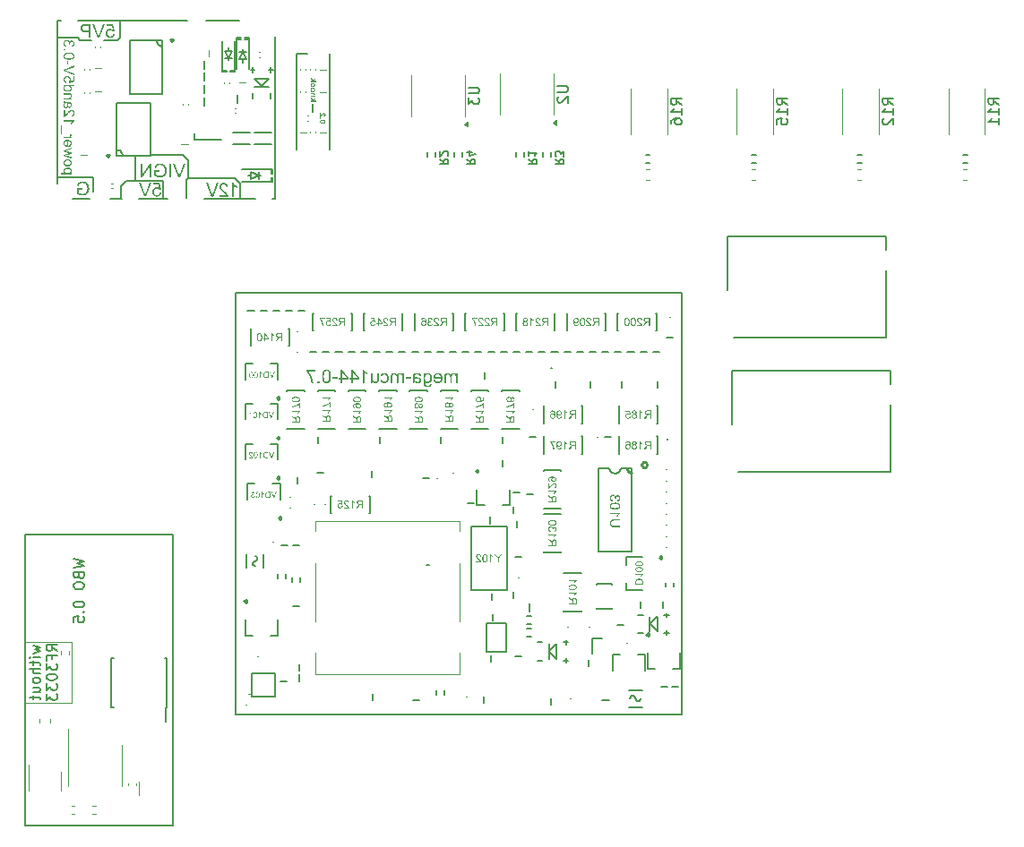
<source format=gbo>
G75*
G70*
%OFA0B0*%
%FSLAX25Y25*%
%IPPOS*%
%LPD*%
%AMOC8*
5,1,8,0,0,1.08239X$1,22.5*
%
%ADD125C,0.00300*%
%ADD162C,0.00500*%
%ADD52C,0.00787*%
%ADD55C,0.00591*%
%ADD56C,0.00669*%
%ADD57C,0.00472*%
%ADD58C,0.00394*%
%ADD59C,0.00800*%
%ADD65C,0.00984*%
X0000000Y0000000D02*
%LPD*%
G01*
D55*
X0384956Y0285608D02*
X0383081Y0286920D01*
X0384956Y0287857D02*
X0381019Y0287857D01*
X0381019Y0287857D02*
X0381019Y0286358D01*
X0381019Y0286358D02*
X0381206Y0285983D01*
X0381206Y0285983D02*
X0381394Y0285795D01*
X0381394Y0285795D02*
X0381769Y0285608D01*
X0381769Y0285608D02*
X0382331Y0285608D01*
X0382331Y0285608D02*
X0382706Y0285795D01*
X0382706Y0285795D02*
X0382894Y0285983D01*
X0382894Y0285983D02*
X0383081Y0286358D01*
X0383081Y0286358D02*
X0383081Y0287857D01*
X0384956Y0281858D02*
X0384956Y0284108D01*
X0384956Y0282983D02*
X0381019Y0282983D01*
X0381019Y0282983D02*
X0381581Y0283358D01*
X0381581Y0283358D02*
X0381956Y0283733D01*
X0381956Y0283733D02*
X0382144Y0284108D01*
X0384956Y0278109D02*
X0384956Y0280358D01*
X0384956Y0279234D02*
X0381019Y0279234D01*
X0381019Y0279234D02*
X0381581Y0279608D01*
X0381581Y0279608D02*
X0381956Y0279983D01*
X0381956Y0279983D02*
X0382144Y0280358D01*
X0306216Y0285608D02*
X0304341Y0286920D01*
X0306216Y0287857D02*
X0302279Y0287857D01*
X0302279Y0287857D02*
X0302279Y0286358D01*
X0302279Y0286358D02*
X0302466Y0285983D01*
X0302466Y0285983D02*
X0302654Y0285795D01*
X0302654Y0285795D02*
X0303029Y0285608D01*
X0303029Y0285608D02*
X0303591Y0285608D01*
X0303591Y0285608D02*
X0303966Y0285795D01*
X0303966Y0285795D02*
X0304154Y0285983D01*
X0304154Y0285983D02*
X0304341Y0286358D01*
X0304341Y0286358D02*
X0304341Y0287857D01*
X0306216Y0281858D02*
X0306216Y0284108D01*
X0306216Y0282983D02*
X0302279Y0282983D01*
X0302279Y0282983D02*
X0302841Y0283358D01*
X0302841Y0283358D02*
X0303216Y0283733D01*
X0303216Y0283733D02*
X0303404Y0284108D01*
X0302279Y0278296D02*
X0302279Y0280171D01*
X0302279Y0280171D02*
X0304154Y0280358D01*
X0304154Y0280358D02*
X0303966Y0280171D01*
X0303966Y0280171D02*
X0303779Y0279796D01*
X0303779Y0279796D02*
X0303779Y0278859D01*
X0303779Y0278859D02*
X0303966Y0278484D01*
X0303966Y0278484D02*
X0304154Y0278296D01*
X0304154Y0278296D02*
X0304529Y0278109D01*
X0304529Y0278109D02*
X0305466Y0278109D01*
X0305466Y0278109D02*
X0305841Y0278296D01*
X0305841Y0278296D02*
X0306028Y0278484D01*
X0306028Y0278484D02*
X0306216Y0278859D01*
X0306216Y0278859D02*
X0306216Y0279796D01*
X0306216Y0279796D02*
X0306028Y0280171D01*
X0306028Y0280171D02*
X0305841Y0280358D01*
D56*
X0176854Y0265252D02*
X0178392Y0264176D01*
X0176854Y0263408D02*
X0180083Y0263408D01*
X0180083Y0263408D02*
X0180083Y0264637D01*
X0180083Y0264637D02*
X0179929Y0264945D01*
X0179929Y0264945D02*
X0179775Y0265099D01*
X0179775Y0265099D02*
X0179468Y0265252D01*
X0179468Y0265252D02*
X0179007Y0265252D01*
X0179007Y0265252D02*
X0178699Y0265099D01*
X0178699Y0265099D02*
X0178545Y0264945D01*
X0178545Y0264945D02*
X0178392Y0264637D01*
X0178392Y0264637D02*
X0178392Y0263408D01*
X0179775Y0266482D02*
X0179929Y0266636D01*
X0179929Y0266636D02*
X0180083Y0266943D01*
X0180083Y0266943D02*
X0180083Y0267712D01*
X0180083Y0267712D02*
X0179929Y0268019D01*
X0179929Y0268019D02*
X0179775Y0268173D01*
X0179775Y0268173D02*
X0179468Y0268327D01*
X0179468Y0268327D02*
X0179160Y0268327D01*
X0179160Y0268327D02*
X0178699Y0268173D01*
X0178699Y0268173D02*
X0176854Y0266328D01*
X0176854Y0266328D02*
X0176854Y0268327D01*
X0209854Y0265252D02*
X0211392Y0264176D01*
X0209854Y0263408D02*
X0213083Y0263408D01*
X0213083Y0263408D02*
X0213083Y0264637D01*
X0213083Y0264637D02*
X0212929Y0264945D01*
X0212929Y0264945D02*
X0212775Y0265099D01*
X0212775Y0265099D02*
X0212468Y0265252D01*
X0212468Y0265252D02*
X0212007Y0265252D01*
X0212007Y0265252D02*
X0211699Y0265099D01*
X0211699Y0265099D02*
X0211545Y0264945D01*
X0211545Y0264945D02*
X0211392Y0264637D01*
X0211392Y0264637D02*
X0211392Y0263408D01*
X0209854Y0268327D02*
X0209854Y0266482D01*
X0209854Y0267405D02*
X0213083Y0267405D01*
X0213083Y0267405D02*
X0212622Y0267097D01*
X0212622Y0267097D02*
X0212314Y0266790D01*
X0212314Y0266790D02*
X0212160Y0266482D01*
D55*
X0266846Y0285608D02*
X0264971Y0286920D01*
X0266846Y0287857D02*
X0262909Y0287857D01*
X0262909Y0287857D02*
X0262909Y0286358D01*
X0262909Y0286358D02*
X0263096Y0285983D01*
X0263096Y0285983D02*
X0263284Y0285795D01*
X0263284Y0285795D02*
X0263659Y0285608D01*
X0263659Y0285608D02*
X0264221Y0285608D01*
X0264221Y0285608D02*
X0264596Y0285795D01*
X0264596Y0285795D02*
X0264784Y0285983D01*
X0264784Y0285983D02*
X0264971Y0286358D01*
X0264971Y0286358D02*
X0264971Y0287857D01*
X0266846Y0281858D02*
X0266846Y0284108D01*
X0266846Y0282983D02*
X0262909Y0282983D01*
X0262909Y0282983D02*
X0263471Y0283358D01*
X0263471Y0283358D02*
X0263846Y0283733D01*
X0263846Y0283733D02*
X0264034Y0284108D01*
X0262909Y0278484D02*
X0262909Y0279234D01*
X0262909Y0279234D02*
X0263096Y0279608D01*
X0263096Y0279608D02*
X0263284Y0279796D01*
X0263284Y0279796D02*
X0263846Y0280171D01*
X0263846Y0280171D02*
X0264596Y0280358D01*
X0264596Y0280358D02*
X0266096Y0280358D01*
X0266096Y0280358D02*
X0266471Y0280171D01*
X0266471Y0280171D02*
X0266658Y0279983D01*
X0266658Y0279983D02*
X0266846Y0279608D01*
X0266846Y0279608D02*
X0266846Y0278859D01*
X0266846Y0278859D02*
X0266658Y0278484D01*
X0266658Y0278484D02*
X0266471Y0278296D01*
X0266471Y0278296D02*
X0266096Y0278109D01*
X0266096Y0278109D02*
X0265158Y0278109D01*
X0265158Y0278109D02*
X0264784Y0278296D01*
X0264784Y0278296D02*
X0264596Y0278484D01*
X0264596Y0278484D02*
X0264409Y0278859D01*
X0264409Y0278859D02*
X0264409Y0279608D01*
X0264409Y0279608D02*
X0264596Y0279983D01*
X0264596Y0279983D02*
X0264784Y0280171D01*
X0264784Y0280171D02*
X0265158Y0280358D01*
D56*
X0219854Y0265252D02*
X0221392Y0264176D01*
X0219854Y0263408D02*
X0223083Y0263408D01*
X0223083Y0263408D02*
X0223083Y0264637D01*
X0223083Y0264637D02*
X0222929Y0264945D01*
X0222929Y0264945D02*
X0222775Y0265099D01*
X0222775Y0265099D02*
X0222468Y0265252D01*
X0222468Y0265252D02*
X0222007Y0265252D01*
X0222007Y0265252D02*
X0221699Y0265099D01*
X0221699Y0265099D02*
X0221545Y0264945D01*
X0221545Y0264945D02*
X0221392Y0264637D01*
X0221392Y0264637D02*
X0221392Y0263408D01*
X0223083Y0266328D02*
X0223083Y0268327D01*
X0223083Y0268327D02*
X0221853Y0267251D01*
X0221853Y0267251D02*
X0221853Y0267712D01*
X0221853Y0267712D02*
X0221699Y0268019D01*
X0221699Y0268019D02*
X0221545Y0268173D01*
X0221545Y0268173D02*
X0221238Y0268327D01*
X0221238Y0268327D02*
X0220469Y0268327D01*
X0220469Y0268327D02*
X0220162Y0268173D01*
X0220162Y0268173D02*
X0220008Y0268019D01*
X0220008Y0268019D02*
X0219854Y0267712D01*
X0219854Y0267712D02*
X0219854Y0266790D01*
X0219854Y0266790D02*
X0220008Y0266482D01*
X0220008Y0266482D02*
X0220162Y0266328D01*
X0186854Y0265252D02*
X0188392Y0264176D01*
X0186854Y0263408D02*
X0190083Y0263408D01*
X0190083Y0263408D02*
X0190083Y0264637D01*
X0190083Y0264637D02*
X0189929Y0264945D01*
X0189929Y0264945D02*
X0189775Y0265099D01*
X0189775Y0265099D02*
X0189468Y0265252D01*
X0189468Y0265252D02*
X0189007Y0265252D01*
X0189007Y0265252D02*
X0188699Y0265099D01*
X0188699Y0265099D02*
X0188545Y0264945D01*
X0188545Y0264945D02*
X0188392Y0264637D01*
X0188392Y0264637D02*
X0188392Y0263408D01*
X0189007Y0268019D02*
X0186854Y0268019D01*
X0190236Y0267251D02*
X0187930Y0266482D01*
X0187930Y0266482D02*
X0187930Y0268481D01*
D55*
X0187590Y0291956D02*
X0190777Y0291956D01*
X0190777Y0291956D02*
X0191152Y0291769D01*
X0191152Y0291769D02*
X0191339Y0291581D01*
X0191339Y0291581D02*
X0191527Y0291206D01*
X0191527Y0291206D02*
X0191527Y0290457D01*
X0191527Y0290457D02*
X0191339Y0290082D01*
X0191339Y0290082D02*
X0191152Y0289894D01*
X0191152Y0289894D02*
X0190777Y0289707D01*
X0190777Y0289707D02*
X0187590Y0289707D01*
X0187590Y0288207D02*
X0187590Y0285770D01*
X0187590Y0285770D02*
X0189090Y0287082D01*
X0189090Y0287082D02*
X0189090Y0286520D01*
X0189090Y0286520D02*
X0189277Y0286145D01*
X0189277Y0286145D02*
X0189465Y0285957D01*
X0189465Y0285957D02*
X0189840Y0285770D01*
X0189840Y0285770D02*
X0190777Y0285770D01*
X0190777Y0285770D02*
X0191152Y0285957D01*
X0191152Y0285957D02*
X0191339Y0286145D01*
X0191339Y0286145D02*
X0191527Y0286520D01*
X0191527Y0286520D02*
X0191527Y0287644D01*
X0191527Y0287644D02*
X0191339Y0288019D01*
X0191339Y0288019D02*
X0191152Y0288207D01*
X0345586Y0285608D02*
X0343711Y0286920D01*
X0345586Y0287857D02*
X0341649Y0287857D01*
X0341649Y0287857D02*
X0341649Y0286358D01*
X0341649Y0286358D02*
X0341836Y0285983D01*
X0341836Y0285983D02*
X0342024Y0285795D01*
X0342024Y0285795D02*
X0342399Y0285608D01*
X0342399Y0285608D02*
X0342961Y0285608D01*
X0342961Y0285608D02*
X0343336Y0285795D01*
X0343336Y0285795D02*
X0343524Y0285983D01*
X0343524Y0285983D02*
X0343711Y0286358D01*
X0343711Y0286358D02*
X0343711Y0287857D01*
X0345586Y0281858D02*
X0345586Y0284108D01*
X0345586Y0282983D02*
X0341649Y0282983D01*
X0341649Y0282983D02*
X0342211Y0283358D01*
X0342211Y0283358D02*
X0342586Y0283733D01*
X0342586Y0283733D02*
X0342774Y0284108D01*
X0342024Y0280358D02*
X0341836Y0280171D01*
X0341836Y0280171D02*
X0341649Y0279796D01*
X0341649Y0279796D02*
X0341649Y0278859D01*
X0341649Y0278859D02*
X0341836Y0278484D01*
X0341836Y0278484D02*
X0342024Y0278296D01*
X0342024Y0278296D02*
X0342399Y0278109D01*
X0342399Y0278109D02*
X0342774Y0278109D01*
X0342774Y0278109D02*
X0343336Y0278296D01*
X0343336Y0278296D02*
X0345586Y0280546D01*
X0345586Y0280546D02*
X0345586Y0278109D01*
X0220590Y0292468D02*
X0223777Y0292468D01*
X0223777Y0292468D02*
X0224152Y0292281D01*
X0224152Y0292281D02*
X0224339Y0292093D01*
X0224339Y0292093D02*
X0224527Y0291718D01*
X0224527Y0291718D02*
X0224527Y0290968D01*
X0224527Y0290968D02*
X0224339Y0290593D01*
X0224339Y0290593D02*
X0224152Y0290406D01*
X0224152Y0290406D02*
X0223777Y0290218D01*
X0223777Y0290218D02*
X0220590Y0290218D01*
X0220965Y0288531D02*
X0220777Y0288344D01*
X0220777Y0288344D02*
X0220590Y0287969D01*
X0220590Y0287969D02*
X0220590Y0287031D01*
X0220590Y0287031D02*
X0220777Y0286656D01*
X0220777Y0286656D02*
X0220965Y0286469D01*
X0220965Y0286469D02*
X0221340Y0286281D01*
X0221340Y0286281D02*
X0221715Y0286281D01*
X0221715Y0286281D02*
X0222277Y0286469D01*
X0222277Y0286469D02*
X0224527Y0288719D01*
X0224527Y0288719D02*
X0224527Y0286281D01*
D52*
X0123646Y0304614D02*
X0123646Y0268787D01*
X0123646Y0304614D02*
X0127583Y0304614D01*
X0135850Y0304614D02*
X0135850Y0268787D01*
X0101087Y0215488D02*
X0101087Y0058402D01*
X0106205Y0058402D02*
X0101087Y0058402D01*
X0266835Y0215488D02*
X0101087Y0215488D01*
X0266835Y0215488D02*
X0266835Y0058402D01*
X0266835Y0058402D02*
X0106205Y0058402D01*
X0034654Y0316701D02*
X0034654Y0256071D01*
X0034654Y0316701D02*
X0035835Y0316701D01*
X0040362Y0250559D02*
X0046465Y0250559D01*
X0042134Y0316701D02*
X0083079Y0316701D01*
X0054339Y0250559D02*
X0058669Y0250559D01*
X0064969Y0250559D02*
X0075598Y0250559D01*
X0089378Y0250559D02*
X0108276Y0250559D01*
X0089772Y0316701D02*
X0102370Y0316701D01*
X0114575Y0250559D02*
X0115756Y0250559D01*
X0115756Y0310795D02*
X0115756Y0250559D01*
X0022732Y0125362D02*
X0077457Y0125362D01*
X0077457Y0017094D01*
X0022732Y0017094D01*
X0022732Y0125362D01*
X0285457Y0186593D02*
X0285457Y0166514D01*
X0287819Y0148797D02*
X0344512Y0148797D01*
X0344512Y0186593D02*
X0285457Y0186593D01*
X0344512Y0186593D02*
X0344512Y0181474D01*
X0344512Y0148797D02*
X0344512Y0173994D01*
X0283878Y0236551D02*
X0283878Y0216472D01*
X0286240Y0198756D02*
X0342933Y0198756D01*
X0342933Y0236551D02*
X0283878Y0236551D01*
X0342933Y0236551D02*
X0342933Y0231433D01*
X0342933Y0198756D02*
X0342933Y0223953D01*
D59*
X0294458Y0266893D02*
X0292884Y0266893D01*
X0294463Y0263957D02*
X0292888Y0263957D01*
D57*
X0366118Y0291648D02*
X0366118Y0274506D01*
X0379583Y0291648D02*
X0379583Y0274506D01*
X0332355Y0261441D02*
X0333637Y0261441D01*
X0332355Y0257425D02*
X0333637Y0257425D01*
X0287378Y0291648D02*
X0287378Y0274506D01*
X0300843Y0291648D02*
X0300843Y0274506D01*
D59*
X0172390Y0267846D02*
X0172390Y0266271D01*
X0175327Y0267850D02*
X0175327Y0266276D01*
X0205390Y0267846D02*
X0205390Y0266271D01*
X0208327Y0267850D02*
X0208327Y0266276D01*
D57*
X0248008Y0291648D02*
X0248008Y0274506D01*
X0261472Y0291648D02*
X0261472Y0274506D01*
D59*
X0215390Y0267846D02*
X0215390Y0266271D01*
X0218327Y0267850D02*
X0218327Y0266276D01*
X0182390Y0267846D02*
X0182390Y0266271D01*
X0185327Y0267850D02*
X0185327Y0266276D01*
X0255088Y0266893D02*
X0253514Y0266893D01*
X0255093Y0263957D02*
X0253518Y0263957D01*
D57*
X0166272Y0296634D02*
X0166272Y0288957D01*
X0166272Y0281280D02*
X0166272Y0288957D01*
X0186429Y0296634D02*
X0186429Y0288957D01*
X0186429Y0281280D02*
X0186429Y0288957D01*
X0187354Y0277382D02*
X0186055Y0278327D01*
X0187354Y0279272D01*
X0187354Y0277382D01*
G36*
X0187354Y0277382D02*
G01*
X0186055Y0278327D01*
X0187354Y0279272D01*
X0187354Y0277382D01*
G37*
D59*
X0333829Y0266893D02*
X0332254Y0266893D01*
X0333833Y0263957D02*
X0332258Y0263957D01*
X0373199Y0266893D02*
X0371624Y0266893D01*
X0373203Y0263957D02*
X0371628Y0263957D01*
D57*
X0371725Y0261441D02*
X0373007Y0261441D01*
X0371725Y0257425D02*
X0373007Y0257425D01*
X0326748Y0291648D02*
X0326748Y0274506D01*
X0340213Y0291648D02*
X0340213Y0274506D01*
X0253615Y0261441D02*
X0254897Y0261441D01*
X0253615Y0257425D02*
X0254897Y0257425D01*
X0292985Y0261441D02*
X0294267Y0261441D01*
X0292985Y0257425D02*
X0294267Y0257425D01*
X0199272Y0297146D02*
X0199272Y0289469D01*
X0199272Y0281791D02*
X0199272Y0289469D01*
X0219429Y0297146D02*
X0219429Y0289469D01*
X0219429Y0281791D02*
X0219429Y0289469D01*
X0220354Y0277894D02*
X0219055Y0278839D01*
X0220354Y0279783D01*
X0220354Y0277894D01*
G36*
X0220354Y0277894D02*
G01*
X0219055Y0278839D01*
X0220354Y0279783D01*
X0220354Y0277894D01*
G37*
X0343327Y0236945D02*
%LPD*%
G01*
D52*
X0342933Y0198756D02*
X0342933Y0223953D01*
X0342933Y0236551D02*
X0342933Y0231433D01*
X0342933Y0236551D02*
X0283878Y0236551D01*
X0286240Y0198756D02*
X0342933Y0198756D01*
X0283878Y0236551D02*
X0283878Y0216473D01*
X0267228Y0215882D02*
G01*
G75*
G36*
X0172259Y0180460D02*
X0172079Y0180482D01*
X0171997Y0180498D01*
X0171926Y0180514D01*
X0171855Y0180531D01*
X0171789Y0180553D01*
X0171729Y0180575D01*
X0171680Y0180591D01*
X0171637Y0180607D01*
X0171598Y0180624D01*
X0171571Y0180640D01*
X0171549Y0180646D01*
X0171538Y0180656D01*
X0171533Y0180656D01*
X0171402Y0180738D01*
X0171287Y0180831D01*
X0171194Y0180924D01*
X0171118Y0181017D01*
X0171058Y0181093D01*
X0171014Y0181159D01*
X0170998Y0181186D01*
X0170987Y0181202D01*
X0170981Y0181213D01*
X0170981Y0181219D01*
X0170948Y0181290D01*
X0170921Y0181372D01*
X0170899Y0181464D01*
X0170877Y0181557D01*
X0170850Y0181759D01*
X0170828Y0181956D01*
X0170823Y0182049D01*
X0170817Y0182136D01*
X0170812Y0182218D01*
X0170807Y0182289D01*
X0170807Y0182344D01*
X0170807Y0182387D01*
X0170807Y0182414D01*
X0170807Y0182425D01*
X0170807Y0185581D01*
X0171374Y0185581D01*
X0171374Y0185134D01*
X0171456Y0185226D01*
X0171538Y0185308D01*
X0171631Y0185379D01*
X0171718Y0185439D01*
X0171811Y0185494D01*
X0171899Y0185532D01*
X0171986Y0185570D01*
X0172068Y0185598D01*
X0172144Y0185620D01*
X0172215Y0185636D01*
X0172281Y0185647D01*
X0172335Y0185658D01*
X0172379Y0185658D01*
X0172417Y0185663D01*
X0172532Y0185663D01*
X0172619Y0185652D01*
X0172778Y0185625D01*
X0172920Y0185587D01*
X0172985Y0185565D01*
X0173045Y0185543D01*
X0173100Y0185516D01*
X0173143Y0185494D01*
X0173187Y0185472D01*
X0173220Y0185456D01*
X0173247Y0185439D01*
X0173269Y0185428D01*
X0173280Y0185423D01*
X0173285Y0185418D01*
X0173411Y0185319D01*
X0173526Y0185210D01*
X0173619Y0185095D01*
X0173695Y0184986D01*
X0173755Y0184888D01*
X0173782Y0184844D01*
X0173799Y0184806D01*
X0173815Y0184779D01*
X0173826Y0184757D01*
X0173837Y0184741D01*
X0173837Y0184735D01*
X0173897Y0184566D01*
X0173946Y0184396D01*
X0173979Y0184238D01*
X0174001Y0184091D01*
X0174006Y0184020D01*
X0174012Y0183960D01*
X0174017Y0183911D01*
X0174017Y0183861D01*
X0174023Y0183823D01*
X0174023Y0183796D01*
X0174023Y0183780D01*
X0174023Y0183774D01*
X0174017Y0183632D01*
X0174006Y0183501D01*
X0173984Y0183370D01*
X0173957Y0183250D01*
X0173930Y0183135D01*
X0173892Y0183026D01*
X0173853Y0182928D01*
X0173815Y0182835D01*
X0173777Y0182753D01*
X0173744Y0182682D01*
X0173706Y0182617D01*
X0173678Y0182567D01*
X0173651Y0182524D01*
X0173629Y0182496D01*
X0173619Y0182475D01*
X0173613Y0182469D01*
X0173531Y0182376D01*
X0173444Y0182289D01*
X0173351Y0182218D01*
X0173253Y0182158D01*
X0173160Y0182103D01*
X0173062Y0182060D01*
X0172963Y0182027D01*
X0172870Y0181994D01*
X0172783Y0181972D01*
X0172707Y0181956D01*
X0172630Y0181945D01*
X0172570Y0181940D01*
X0172515Y0181934D01*
X0172477Y0181929D01*
X0172445Y0181929D01*
X0172335Y0181934D01*
X0172226Y0181951D01*
X0172128Y0181972D01*
X0172035Y0182005D01*
X0171942Y0182038D01*
X0171860Y0182081D01*
X0171784Y0182120D01*
X0171713Y0182169D01*
X0171653Y0182213D01*
X0171593Y0182256D01*
X0171549Y0182294D01*
X0171505Y0182327D01*
X0171478Y0182360D01*
X0171451Y0182382D01*
X0171440Y0182398D01*
X0171435Y0182404D01*
X0171435Y0182294D01*
X0171435Y0182196D01*
X0171440Y0182109D01*
X0171440Y0182027D01*
X0171445Y0181956D01*
X0171445Y0181890D01*
X0171451Y0181836D01*
X0171456Y0181787D01*
X0171462Y0181743D01*
X0171462Y0181710D01*
X0171467Y0181677D01*
X0171473Y0181656D01*
X0171473Y0181639D01*
X0171478Y0181628D01*
X0171478Y0181617D01*
X0171516Y0181508D01*
X0171566Y0181410D01*
X0171620Y0181328D01*
X0171669Y0181262D01*
X0171724Y0181208D01*
X0171762Y0181170D01*
X0171789Y0181142D01*
X0171795Y0181137D01*
X0171800Y0181137D01*
X0171893Y0181077D01*
X0172002Y0181039D01*
X0172111Y0181006D01*
X0172215Y0180984D01*
X0172313Y0180973D01*
X0172352Y0180968D01*
X0172390Y0180968D01*
X0172417Y0180962D01*
X0172461Y0180962D01*
X0172603Y0180968D01*
X0172729Y0180990D01*
X0172832Y0181017D01*
X0172925Y0181049D01*
X0172996Y0181082D01*
X0173045Y0181110D01*
X0173078Y0181131D01*
X0173089Y0181137D01*
X0173149Y0181192D01*
X0173193Y0181257D01*
X0173231Y0181323D01*
X0173258Y0181394D01*
X0173274Y0181454D01*
X0173285Y0181503D01*
X0173296Y0181535D01*
X0173296Y0181541D01*
X0173296Y0181546D01*
X0173897Y0181628D01*
X0173897Y0181519D01*
X0173886Y0181421D01*
X0173870Y0181328D01*
X0173842Y0181241D01*
X0173815Y0181164D01*
X0173782Y0181088D01*
X0173749Y0181022D01*
X0173711Y0180968D01*
X0173673Y0180913D01*
X0173640Y0180869D01*
X0173607Y0180831D01*
X0173575Y0180798D01*
X0173553Y0180777D01*
X0173531Y0180760D01*
X0173520Y0180749D01*
X0173515Y0180744D01*
X0173438Y0180695D01*
X0173351Y0180646D01*
X0173269Y0180607D01*
X0173176Y0180575D01*
X0173002Y0180520D01*
X0172832Y0180487D01*
X0172756Y0180476D01*
X0172685Y0180465D01*
X0172619Y0180460D01*
X0172565Y0180454D01*
X0172521Y0180449D01*
X0172456Y0180449D01*
X0172259Y0180460D01*
D02*
G37*
G36*
X0131429Y0182633D02*
X0132133Y0182633D01*
X0132133Y0181929D01*
X0131429Y0181929D01*
X0131429Y0182633D01*
D02*
G37*
G36*
X0176054Y0181852D02*
X0175939Y0181858D01*
X0175835Y0181874D01*
X0175737Y0181896D01*
X0175644Y0181918D01*
X0175562Y0181945D01*
X0175480Y0181972D01*
X0175409Y0182000D01*
X0175344Y0182027D01*
X0175289Y0182054D01*
X0175240Y0182081D01*
X0175196Y0182103D01*
X0175169Y0182125D01*
X0175142Y0182142D01*
X0175131Y0182147D01*
X0175125Y0182153D01*
X0175049Y0182213D01*
X0174984Y0182278D01*
X0174923Y0182349D01*
X0174863Y0182420D01*
X0174765Y0182567D01*
X0174689Y0182704D01*
X0174661Y0182770D01*
X0174634Y0182829D01*
X0174612Y0182884D01*
X0174596Y0182933D01*
X0174579Y0182972D01*
X0174569Y0182999D01*
X0174563Y0183021D01*
X0174563Y0183026D01*
X0175207Y0183108D01*
X0175262Y0182972D01*
X0175327Y0182851D01*
X0175393Y0182748D01*
X0175453Y0182671D01*
X0175508Y0182606D01*
X0175551Y0182562D01*
X0175579Y0182540D01*
X0175584Y0182529D01*
X0175590Y0182529D01*
X0175682Y0182469D01*
X0175781Y0182431D01*
X0175879Y0182398D01*
X0175966Y0182376D01*
X0176048Y0182365D01*
X0176114Y0182360D01*
X0176136Y0182355D01*
X0176168Y0182355D01*
X0176250Y0182360D01*
X0176332Y0182371D01*
X0176408Y0182382D01*
X0176479Y0182404D01*
X0176610Y0182453D01*
X0176720Y0182513D01*
X0176769Y0182540D01*
X0176813Y0182573D01*
X0176845Y0182600D01*
X0176878Y0182622D01*
X0176900Y0182644D01*
X0176916Y0182660D01*
X0176927Y0182666D01*
X0176933Y0182671D01*
X0176987Y0182737D01*
X0177036Y0182802D01*
X0177075Y0182879D01*
X0177113Y0182950D01*
X0177173Y0183108D01*
X0177217Y0183255D01*
X0177233Y0183326D01*
X0177244Y0183392D01*
X0177255Y0183446D01*
X0177260Y0183501D01*
X0177266Y0183539D01*
X0177271Y0183572D01*
X0177271Y0183594D01*
X0177271Y0183599D01*
X0174547Y0183599D01*
X0174541Y0183670D01*
X0174541Y0183725D01*
X0174541Y0183752D01*
X0174541Y0183763D01*
X0174547Y0183927D01*
X0174563Y0184080D01*
X0174585Y0184227D01*
X0174612Y0184364D01*
X0174650Y0184489D01*
X0174689Y0184604D01*
X0174732Y0184708D01*
X0174771Y0184801D01*
X0174814Y0184883D01*
X0174858Y0184959D01*
X0174896Y0185019D01*
X0174934Y0185068D01*
X0174962Y0185112D01*
X0174984Y0185139D01*
X0175000Y0185155D01*
X0175005Y0185161D01*
X0175093Y0185248D01*
X0175191Y0185325D01*
X0175289Y0185396D01*
X0175388Y0185450D01*
X0175486Y0185500D01*
X0175590Y0185543D01*
X0175682Y0185576D01*
X0175775Y0185603D01*
X0175863Y0185620D01*
X0175944Y0185636D01*
X0176015Y0185647D01*
X0176081Y0185658D01*
X0176130Y0185658D01*
X0176168Y0185663D01*
X0176201Y0185663D01*
X0176337Y0185658D01*
X0176474Y0185641D01*
X0176594Y0185614D01*
X0176714Y0185581D01*
X0176824Y0185543D01*
X0176927Y0185500D01*
X0177020Y0185456D01*
X0177102Y0185407D01*
X0177178Y0185357D01*
X0177244Y0185314D01*
X0177304Y0185270D01*
X0177348Y0185232D01*
X0177386Y0185199D01*
X0177413Y0185172D01*
X0177430Y0185155D01*
X0177435Y0185150D01*
X0177517Y0185052D01*
X0177588Y0184943D01*
X0177653Y0184828D01*
X0177708Y0184713D01*
X0177752Y0184593D01*
X0177790Y0184473D01*
X0177823Y0184358D01*
X0177844Y0184244D01*
X0177866Y0184140D01*
X0177877Y0184036D01*
X0177888Y0183949D01*
X0177899Y0183872D01*
X0177899Y0183807D01*
X0177905Y0183758D01*
X0177905Y0183730D01*
X0177905Y0183720D01*
X0177899Y0183556D01*
X0177883Y0183403D01*
X0177861Y0183261D01*
X0177834Y0183130D01*
X0177795Y0183004D01*
X0177757Y0182890D01*
X0177714Y0182786D01*
X0177670Y0182693D01*
X0177632Y0182611D01*
X0177588Y0182540D01*
X0177550Y0182480D01*
X0177511Y0182431D01*
X0177484Y0182387D01*
X0177462Y0182360D01*
X0177446Y0182344D01*
X0177440Y0182338D01*
X0177348Y0182251D01*
X0177249Y0182174D01*
X0177151Y0182109D01*
X0177042Y0182054D01*
X0176938Y0182005D01*
X0176829Y0181967D01*
X0176725Y0181934D01*
X0176627Y0181907D01*
X0176534Y0181890D01*
X0176447Y0181874D01*
X0176370Y0181863D01*
X0176299Y0181852D01*
X0176245Y0181852D01*
X0176201Y0181847D01*
X0176168Y0181847D01*
X0176054Y0181852D01*
D02*
G37*
G36*
X0156163Y0181852D02*
X0156059Y0181863D01*
X0155961Y0181879D01*
X0155863Y0181901D01*
X0155775Y0181929D01*
X0155693Y0181961D01*
X0155617Y0181989D01*
X0155546Y0182027D01*
X0155486Y0182060D01*
X0155426Y0182087D01*
X0155382Y0182120D01*
X0155338Y0182147D01*
X0155311Y0182169D01*
X0155284Y0182185D01*
X0155273Y0182196D01*
X0155267Y0182202D01*
X0155196Y0182273D01*
X0155125Y0182344D01*
X0155065Y0182425D01*
X0155016Y0182507D01*
X0154967Y0182589D01*
X0154923Y0182671D01*
X0154858Y0182824D01*
X0154831Y0182900D01*
X0154809Y0182966D01*
X0154792Y0183026D01*
X0154776Y0183081D01*
X0154765Y0183124D01*
X0154760Y0183157D01*
X0154754Y0183179D01*
X0154754Y0183184D01*
X0155360Y0183266D01*
X0155377Y0183179D01*
X0155393Y0183103D01*
X0155415Y0183026D01*
X0155437Y0182961D01*
X0155464Y0182895D01*
X0155486Y0182840D01*
X0155513Y0182791D01*
X0155540Y0182742D01*
X0155568Y0182704D01*
X0155590Y0182671D01*
X0155633Y0182617D01*
X0155661Y0182584D01*
X0155666Y0182578D01*
X0155671Y0182573D01*
X0155770Y0182502D01*
X0155868Y0182447D01*
X0155972Y0182409D01*
X0156065Y0182382D01*
X0156152Y0182365D01*
X0156185Y0182360D01*
X0156217Y0182360D01*
X0156245Y0182355D01*
X0156277Y0182355D01*
X0156359Y0182360D01*
X0156441Y0182371D01*
X0156512Y0182387D01*
X0156583Y0182409D01*
X0156709Y0182458D01*
X0156818Y0182524D01*
X0156862Y0182551D01*
X0156900Y0182584D01*
X0156933Y0182611D01*
X0156965Y0182638D01*
X0156987Y0182655D01*
X0157004Y0182671D01*
X0157009Y0182682D01*
X0157015Y0182687D01*
X0157064Y0182753D01*
X0157107Y0182829D01*
X0157146Y0182911D01*
X0157173Y0182993D01*
X0157227Y0183174D01*
X0157260Y0183348D01*
X0157271Y0183430D01*
X0157277Y0183507D01*
X0157282Y0183578D01*
X0157288Y0183638D01*
X0157293Y0183687D01*
X0157293Y0183725D01*
X0157293Y0183752D01*
X0157293Y0183758D01*
X0157288Y0183889D01*
X0157282Y0184014D01*
X0157266Y0184124D01*
X0157249Y0184227D01*
X0157227Y0184326D01*
X0157200Y0184413D01*
X0157173Y0184489D01*
X0157146Y0184560D01*
X0157124Y0184620D01*
X0157096Y0184675D01*
X0157069Y0184719D01*
X0157047Y0184751D01*
X0157031Y0184784D01*
X0157015Y0184801D01*
X0157009Y0184811D01*
X0157004Y0184817D01*
X0156949Y0184877D01*
X0156889Y0184926D01*
X0156823Y0184975D01*
X0156763Y0185013D01*
X0156698Y0185046D01*
X0156638Y0185074D01*
X0156518Y0185112D01*
X0156409Y0185139D01*
X0156365Y0185144D01*
X0156321Y0185150D01*
X0156288Y0185155D01*
X0156245Y0185155D01*
X0156136Y0185150D01*
X0156032Y0185128D01*
X0155944Y0185095D01*
X0155868Y0185063D01*
X0155808Y0185024D01*
X0155759Y0184997D01*
X0155732Y0184975D01*
X0155721Y0184964D01*
X0155644Y0184888D01*
X0155579Y0184801D01*
X0155530Y0184708D01*
X0155486Y0184620D01*
X0155453Y0184539D01*
X0155431Y0184473D01*
X0155426Y0184446D01*
X0155420Y0184429D01*
X0155415Y0184418D01*
X0155415Y0184413D01*
X0154814Y0184506D01*
X0154836Y0184604D01*
X0154869Y0184702D01*
X0154902Y0184790D01*
X0154934Y0184872D01*
X0154973Y0184948D01*
X0155016Y0185019D01*
X0155055Y0185079D01*
X0155098Y0185139D01*
X0155136Y0185188D01*
X0155175Y0185232D01*
X0155207Y0185270D01*
X0155240Y0185303D01*
X0155262Y0185325D01*
X0155284Y0185341D01*
X0155295Y0185352D01*
X0155300Y0185357D01*
X0155371Y0185412D01*
X0155448Y0185461D01*
X0155530Y0185500D01*
X0155611Y0185532D01*
X0155775Y0185587D01*
X0155928Y0185625D01*
X0155999Y0185636D01*
X0156065Y0185647D01*
X0156125Y0185652D01*
X0156174Y0185658D01*
X0156212Y0185663D01*
X0156272Y0185663D01*
X0156441Y0185652D01*
X0156605Y0185630D01*
X0156752Y0185592D01*
X0156818Y0185570D01*
X0156884Y0185554D01*
X0156938Y0185532D01*
X0156987Y0185510D01*
X0157031Y0185494D01*
X0157069Y0185472D01*
X0157102Y0185461D01*
X0157124Y0185450D01*
X0157135Y0185439D01*
X0157140Y0185439D01*
X0157282Y0185347D01*
X0157402Y0185243D01*
X0157506Y0185128D01*
X0157588Y0185024D01*
X0157653Y0184926D01*
X0157675Y0184883D01*
X0157697Y0184844D01*
X0157714Y0184817D01*
X0157724Y0184795D01*
X0157735Y0184779D01*
X0157735Y0184773D01*
X0157801Y0184604D01*
X0157845Y0184424D01*
X0157877Y0184249D01*
X0157905Y0184091D01*
X0157910Y0184014D01*
X0157916Y0183949D01*
X0157921Y0183889D01*
X0157921Y0183834D01*
X0157926Y0183796D01*
X0157926Y0183763D01*
X0157926Y0183741D01*
X0157926Y0183736D01*
X0157921Y0183572D01*
X0157905Y0183414D01*
X0157883Y0183266D01*
X0157855Y0183130D01*
X0157823Y0183004D01*
X0157785Y0182890D01*
X0157741Y0182786D01*
X0157697Y0182693D01*
X0157659Y0182611D01*
X0157615Y0182535D01*
X0157577Y0182475D01*
X0157544Y0182425D01*
X0157517Y0182382D01*
X0157495Y0182355D01*
X0157479Y0182338D01*
X0157473Y0182333D01*
X0157386Y0182245D01*
X0157293Y0182174D01*
X0157195Y0182109D01*
X0157096Y0182054D01*
X0156993Y0182005D01*
X0156894Y0181967D01*
X0156796Y0181934D01*
X0156703Y0181907D01*
X0156616Y0181885D01*
X0156534Y0181874D01*
X0156458Y0181863D01*
X0156398Y0181852D01*
X0156343Y0181852D01*
X0156305Y0181847D01*
X0156272Y0181847D01*
X0156163Y0181852D01*
D02*
G37*
G36*
X0136905Y0184063D02*
X0138811Y0184063D01*
X0138811Y0183441D01*
X0136905Y0183441D01*
X0136905Y0184063D01*
D02*
G37*
G36*
X0164293Y0184063D02*
X0166198Y0184063D01*
X0166198Y0183441D01*
X0164293Y0183441D01*
X0164293Y0184063D01*
D02*
G37*
G36*
X0158664Y0184435D02*
X0158669Y0184549D01*
X0158674Y0184653D01*
X0158691Y0184751D01*
X0158707Y0184844D01*
X0158729Y0184926D01*
X0158756Y0185003D01*
X0158784Y0185068D01*
X0158811Y0185128D01*
X0158838Y0185183D01*
X0158866Y0185232D01*
X0158887Y0185270D01*
X0158915Y0185303D01*
X0158931Y0185325D01*
X0158947Y0185341D01*
X0158953Y0185352D01*
X0158958Y0185357D01*
X0159013Y0185412D01*
X0159078Y0185461D01*
X0159144Y0185500D01*
X0159209Y0185532D01*
X0159351Y0185587D01*
X0159482Y0185625D01*
X0159548Y0185636D01*
X0159608Y0185647D01*
X0159657Y0185652D01*
X0159706Y0185658D01*
X0159739Y0185663D01*
X0159794Y0185663D01*
X0159919Y0185658D01*
X0160039Y0185636D01*
X0160154Y0185603D01*
X0160263Y0185565D01*
X0160362Y0185516D01*
X0160454Y0185461D01*
X0160542Y0185401D01*
X0160618Y0185347D01*
X0160689Y0185287D01*
X0160749Y0185226D01*
X0160804Y0185172D01*
X0160842Y0185123D01*
X0160880Y0185085D01*
X0160902Y0185052D01*
X0160919Y0185030D01*
X0160924Y0185024D01*
X0160973Y0185134D01*
X0161028Y0185226D01*
X0161088Y0185303D01*
X0161148Y0185374D01*
X0161208Y0185423D01*
X0161252Y0185461D01*
X0161284Y0185489D01*
X0161290Y0185494D01*
X0161295Y0185494D01*
X0161399Y0185549D01*
X0161508Y0185592D01*
X0161617Y0185620D01*
X0161721Y0185641D01*
X0161814Y0185652D01*
X0161852Y0185658D01*
X0161890Y0185663D01*
X0161956Y0185663D01*
X0162087Y0185658D01*
X0162212Y0185636D01*
X0162322Y0185614D01*
X0162420Y0185581D01*
X0162496Y0185554D01*
X0162529Y0185538D01*
X0162556Y0185527D01*
X0162578Y0185516D01*
X0162595Y0185505D01*
X0162600Y0185500D01*
X0162606Y0185500D01*
X0162709Y0185434D01*
X0162797Y0185363D01*
X0162873Y0185292D01*
X0162939Y0185221D01*
X0162993Y0185161D01*
X0163031Y0185112D01*
X0163053Y0185079D01*
X0163064Y0185074D01*
X0163064Y0185581D01*
X0163616Y0185581D01*
X0163616Y0181929D01*
X0162999Y0181929D01*
X0162999Y0183823D01*
X0162999Y0183916D01*
X0162993Y0183998D01*
X0162988Y0184080D01*
X0162982Y0184151D01*
X0162977Y0184222D01*
X0162966Y0184282D01*
X0162960Y0184337D01*
X0162950Y0184391D01*
X0162939Y0184435D01*
X0162933Y0184473D01*
X0162922Y0184506D01*
X0162917Y0184533D01*
X0162911Y0184555D01*
X0162906Y0184571D01*
X0162901Y0184577D01*
X0162901Y0184582D01*
X0162857Y0184675D01*
X0162808Y0184757D01*
X0162753Y0184828D01*
X0162698Y0184883D01*
X0162655Y0184932D01*
X0162617Y0184959D01*
X0162589Y0184981D01*
X0162578Y0184986D01*
X0162491Y0185035D01*
X0162409Y0185068D01*
X0162327Y0185095D01*
X0162251Y0185112D01*
X0162185Y0185123D01*
X0162136Y0185128D01*
X0162092Y0185128D01*
X0161972Y0185117D01*
X0161869Y0185095D01*
X0161787Y0185063D01*
X0161716Y0185024D01*
X0161667Y0184986D01*
X0161628Y0184953D01*
X0161606Y0184932D01*
X0161601Y0184921D01*
X0161552Y0184833D01*
X0161514Y0184735D01*
X0161486Y0184631D01*
X0161465Y0184533D01*
X0161454Y0184440D01*
X0161454Y0184402D01*
X0161448Y0184369D01*
X0161448Y0184337D01*
X0161448Y0184315D01*
X0161448Y0184304D01*
X0161448Y0184298D01*
X0161448Y0181929D01*
X0160831Y0181929D01*
X0160831Y0184047D01*
X0160826Y0184151D01*
X0160820Y0184244D01*
X0160809Y0184337D01*
X0160793Y0184418D01*
X0160771Y0184489D01*
X0160749Y0184560D01*
X0160727Y0184620D01*
X0160700Y0184675D01*
X0160678Y0184719D01*
X0160656Y0184762D01*
X0160635Y0184795D01*
X0160613Y0184822D01*
X0160596Y0184844D01*
X0160585Y0184861D01*
X0160575Y0184866D01*
X0160575Y0184872D01*
X0160525Y0184915D01*
X0160471Y0184959D01*
X0160367Y0185019D01*
X0160258Y0185068D01*
X0160154Y0185095D01*
X0160067Y0185117D01*
X0160028Y0185123D01*
X0159996Y0185123D01*
X0159968Y0185128D01*
X0159930Y0185128D01*
X0159854Y0185123D01*
X0159783Y0185112D01*
X0159717Y0185095D01*
X0159663Y0185079D01*
X0159619Y0185057D01*
X0159586Y0185041D01*
X0159564Y0185030D01*
X0159559Y0185024D01*
X0159504Y0184986D01*
X0159455Y0184943D01*
X0159422Y0184899D01*
X0159390Y0184855D01*
X0159368Y0184817D01*
X0159351Y0184790D01*
X0159341Y0184768D01*
X0159341Y0184762D01*
X0159319Y0184691D01*
X0159308Y0184609D01*
X0159297Y0184522D01*
X0159286Y0184435D01*
X0159286Y0184353D01*
X0159280Y0184287D01*
X0159280Y0184265D01*
X0159280Y0184244D01*
X0159280Y0184233D01*
X0159280Y0184227D01*
X0159280Y0181929D01*
X0158664Y0181929D01*
X0158664Y0184435D01*
D02*
G37*
G36*
X0178614Y0184435D02*
X0178620Y0184549D01*
X0178625Y0184653D01*
X0178642Y0184751D01*
X0178658Y0184844D01*
X0178680Y0184926D01*
X0178707Y0185003D01*
X0178734Y0185068D01*
X0178762Y0185128D01*
X0178789Y0185183D01*
X0178816Y0185232D01*
X0178838Y0185270D01*
X0178866Y0185303D01*
X0178882Y0185325D01*
X0178898Y0185341D01*
X0178904Y0185352D01*
X0178909Y0185357D01*
X0178964Y0185412D01*
X0179029Y0185461D01*
X0179095Y0185500D01*
X0179160Y0185532D01*
X0179302Y0185587D01*
X0179433Y0185625D01*
X0179499Y0185636D01*
X0179559Y0185647D01*
X0179608Y0185652D01*
X0179657Y0185658D01*
X0179690Y0185663D01*
X0179745Y0185663D01*
X0179870Y0185658D01*
X0179990Y0185636D01*
X0180105Y0185603D01*
X0180214Y0185565D01*
X0180312Y0185516D01*
X0180405Y0185461D01*
X0180493Y0185401D01*
X0180569Y0185347D01*
X0180640Y0185287D01*
X0180700Y0185226D01*
X0180755Y0185172D01*
X0180793Y0185123D01*
X0180831Y0185085D01*
X0180853Y0185052D01*
X0180869Y0185030D01*
X0180875Y0185024D01*
X0180924Y0185134D01*
X0180978Y0185226D01*
X0181039Y0185303D01*
X0181099Y0185374D01*
X0181159Y0185423D01*
X0181202Y0185461D01*
X0181235Y0185489D01*
X0181241Y0185494D01*
X0181246Y0185494D01*
X0181350Y0185549D01*
X0181459Y0185592D01*
X0181568Y0185620D01*
X0181672Y0185641D01*
X0181765Y0185652D01*
X0181803Y0185658D01*
X0181841Y0185663D01*
X0181907Y0185663D01*
X0182038Y0185658D01*
X0182163Y0185636D01*
X0182273Y0185614D01*
X0182371Y0185581D01*
X0182447Y0185554D01*
X0182480Y0185538D01*
X0182507Y0185527D01*
X0182529Y0185516D01*
X0182546Y0185505D01*
X0182551Y0185500D01*
X0182557Y0185500D01*
X0182660Y0185434D01*
X0182748Y0185363D01*
X0182824Y0185292D01*
X0182890Y0185221D01*
X0182944Y0185161D01*
X0182982Y0185112D01*
X0183004Y0185079D01*
X0183015Y0185074D01*
X0183015Y0185581D01*
X0183567Y0185581D01*
X0183567Y0181929D01*
X0182950Y0181929D01*
X0182950Y0183823D01*
X0182950Y0183916D01*
X0182944Y0183998D01*
X0182939Y0184080D01*
X0182933Y0184151D01*
X0182928Y0184222D01*
X0182917Y0184282D01*
X0182911Y0184337D01*
X0182900Y0184391D01*
X0182890Y0184435D01*
X0182884Y0184473D01*
X0182873Y0184506D01*
X0182868Y0184533D01*
X0182862Y0184555D01*
X0182857Y0184571D01*
X0182851Y0184577D01*
X0182851Y0184582D01*
X0182808Y0184675D01*
X0182759Y0184757D01*
X0182704Y0184828D01*
X0182649Y0184883D01*
X0182606Y0184932D01*
X0182567Y0184959D01*
X0182540Y0184981D01*
X0182529Y0184986D01*
X0182442Y0185035D01*
X0182360Y0185068D01*
X0182278Y0185095D01*
X0182202Y0185112D01*
X0182136Y0185123D01*
X0182087Y0185128D01*
X0182043Y0185128D01*
X0181923Y0185117D01*
X0181819Y0185095D01*
X0181737Y0185063D01*
X0181666Y0185024D01*
X0181617Y0184986D01*
X0181579Y0184953D01*
X0181557Y0184932D01*
X0181552Y0184921D01*
X0181503Y0184833D01*
X0181464Y0184735D01*
X0181437Y0184631D01*
X0181415Y0184533D01*
X0181404Y0184440D01*
X0181404Y0184402D01*
X0181399Y0184369D01*
X0181399Y0184337D01*
X0181399Y0184315D01*
X0181399Y0184304D01*
X0181399Y0184298D01*
X0181399Y0181929D01*
X0180782Y0181929D01*
X0180782Y0184047D01*
X0180776Y0184151D01*
X0180771Y0184244D01*
X0180760Y0184337D01*
X0180744Y0184418D01*
X0180722Y0184489D01*
X0180700Y0184560D01*
X0180678Y0184620D01*
X0180651Y0184675D01*
X0180629Y0184719D01*
X0180607Y0184762D01*
X0180585Y0184795D01*
X0180564Y0184822D01*
X0180547Y0184844D01*
X0180536Y0184861D01*
X0180525Y0184866D01*
X0180525Y0184872D01*
X0180476Y0184915D01*
X0180422Y0184959D01*
X0180318Y0185019D01*
X0180209Y0185068D01*
X0180105Y0185095D01*
X0180018Y0185117D01*
X0179979Y0185123D01*
X0179947Y0185123D01*
X0179919Y0185128D01*
X0179881Y0185128D01*
X0179805Y0185123D01*
X0179734Y0185112D01*
X0179668Y0185095D01*
X0179613Y0185079D01*
X0179570Y0185057D01*
X0179537Y0185041D01*
X0179515Y0185030D01*
X0179510Y0185024D01*
X0179455Y0184986D01*
X0179406Y0184943D01*
X0179373Y0184899D01*
X0179340Y0184855D01*
X0179319Y0184817D01*
X0179302Y0184790D01*
X0179291Y0184768D01*
X0179291Y0184762D01*
X0179270Y0184691D01*
X0179259Y0184609D01*
X0179248Y0184522D01*
X0179237Y0184435D01*
X0179237Y0184353D01*
X0179231Y0184287D01*
X0179231Y0184265D01*
X0179231Y0184244D01*
X0179231Y0184233D01*
X0179231Y0184227D01*
X0179231Y0181929D01*
X0178614Y0181929D01*
X0178614Y0184435D01*
D02*
G37*
G36*
X0168693Y0181852D02*
X0168568Y0181863D01*
X0168453Y0181885D01*
X0168350Y0181907D01*
X0168268Y0181929D01*
X0168229Y0181940D01*
X0168202Y0181951D01*
X0168180Y0181956D01*
X0168164Y0181961D01*
X0168153Y0181967D01*
X0168148Y0181967D01*
X0168027Y0182021D01*
X0167907Y0182081D01*
X0167798Y0182153D01*
X0167694Y0182223D01*
X0167607Y0182283D01*
X0167574Y0182316D01*
X0167542Y0182338D01*
X0167514Y0182360D01*
X0167498Y0182376D01*
X0167487Y0182382D01*
X0167481Y0182387D01*
X0167471Y0182289D01*
X0167454Y0182202D01*
X0167432Y0182125D01*
X0167410Y0182060D01*
X0167394Y0182005D01*
X0167378Y0181961D01*
X0167367Y0181940D01*
X0167361Y0181929D01*
X0166717Y0181929D01*
X0166755Y0182005D01*
X0166788Y0182087D01*
X0166815Y0182158D01*
X0166837Y0182223D01*
X0166854Y0182283D01*
X0166864Y0182327D01*
X0166870Y0182355D01*
X0166870Y0182365D01*
X0166875Y0182414D01*
X0166881Y0182480D01*
X0166886Y0182551D01*
X0166892Y0182633D01*
X0166897Y0182720D01*
X0166897Y0182813D01*
X0166903Y0182999D01*
X0166903Y0183086D01*
X0166908Y0183174D01*
X0166908Y0183250D01*
X0166908Y0183321D01*
X0166908Y0183376D01*
X0166908Y0183419D01*
X0166908Y0183446D01*
X0166908Y0183457D01*
X0166908Y0184282D01*
X0166908Y0184358D01*
X0166908Y0184424D01*
X0166914Y0184484D01*
X0166914Y0184544D01*
X0166919Y0184642D01*
X0166925Y0184719D01*
X0166930Y0184779D01*
X0166935Y0184817D01*
X0166941Y0184844D01*
X0166941Y0184850D01*
X0166963Y0184943D01*
X0166995Y0185024D01*
X0167028Y0185095D01*
X0167061Y0185155D01*
X0167088Y0185205D01*
X0167116Y0185243D01*
X0167132Y0185265D01*
X0167137Y0185270D01*
X0167197Y0185330D01*
X0167263Y0185385D01*
X0167334Y0185434D01*
X0167405Y0185472D01*
X0167471Y0185505D01*
X0167520Y0185527D01*
X0167542Y0185538D01*
X0167558Y0185543D01*
X0167563Y0185549D01*
X0167569Y0185549D01*
X0167683Y0185587D01*
X0167809Y0185614D01*
X0167935Y0185636D01*
X0168055Y0185647D01*
X0168159Y0185658D01*
X0168208Y0185658D01*
X0168246Y0185663D01*
X0168322Y0185663D01*
X0168491Y0185658D01*
X0168650Y0185641D01*
X0168792Y0185620D01*
X0168857Y0185609D01*
X0168912Y0185598D01*
X0168967Y0185587D01*
X0169016Y0185576D01*
X0169054Y0185565D01*
X0169087Y0185554D01*
X0169114Y0185543D01*
X0169136Y0185538D01*
X0169147Y0185532D01*
X0169152Y0185532D01*
X0169278Y0185478D01*
X0169387Y0185418D01*
X0169480Y0185357D01*
X0169556Y0185297D01*
X0169616Y0185243D01*
X0169660Y0185199D01*
X0169687Y0185172D01*
X0169698Y0185166D01*
X0169698Y0185161D01*
X0169764Y0185068D01*
X0169818Y0184964D01*
X0169862Y0184861D01*
X0169900Y0184762D01*
X0169928Y0184675D01*
X0169938Y0184637D01*
X0169949Y0184604D01*
X0169955Y0184577D01*
X0169960Y0184555D01*
X0169966Y0184544D01*
X0169966Y0184539D01*
X0169360Y0184457D01*
X0169338Y0184528D01*
X0169316Y0184593D01*
X0169272Y0184702D01*
X0169218Y0184801D01*
X0169169Y0184872D01*
X0169125Y0184926D01*
X0169087Y0184970D01*
X0169065Y0184992D01*
X0169054Y0184997D01*
X0168967Y0185046D01*
X0168863Y0185085D01*
X0168759Y0185112D01*
X0168655Y0185134D01*
X0168557Y0185144D01*
X0168519Y0185144D01*
X0168481Y0185150D01*
X0168410Y0185150D01*
X0168246Y0185139D01*
X0168104Y0185117D01*
X0167984Y0185085D01*
X0167885Y0185046D01*
X0167809Y0185003D01*
X0167782Y0184986D01*
X0167754Y0184970D01*
X0167733Y0184959D01*
X0167722Y0184948D01*
X0167711Y0184937D01*
X0167651Y0184872D01*
X0167607Y0184790D01*
X0167574Y0184702D01*
X0167552Y0184615D01*
X0167542Y0184533D01*
X0167531Y0184468D01*
X0167531Y0184446D01*
X0167531Y0184424D01*
X0167531Y0184413D01*
X0167531Y0184407D01*
X0167531Y0184391D01*
X0167531Y0184369D01*
X0167531Y0184315D01*
X0167536Y0184293D01*
X0167536Y0184271D01*
X0167536Y0184255D01*
X0167536Y0184249D01*
X0167607Y0184227D01*
X0167683Y0184205D01*
X0167771Y0184184D01*
X0167858Y0184162D01*
X0168038Y0184124D01*
X0168218Y0184091D01*
X0168306Y0184080D01*
X0168382Y0184069D01*
X0168453Y0184058D01*
X0168519Y0184047D01*
X0168568Y0184042D01*
X0168606Y0184036D01*
X0168628Y0184031D01*
X0168639Y0184031D01*
X0168770Y0184014D01*
X0168879Y0183998D01*
X0168977Y0183982D01*
X0169054Y0183971D01*
X0169114Y0183954D01*
X0169158Y0183949D01*
X0169179Y0183938D01*
X0169190Y0183938D01*
X0169278Y0183911D01*
X0169365Y0183878D01*
X0169442Y0183845D01*
X0169507Y0183812D01*
X0169562Y0183785D01*
X0169600Y0183758D01*
X0169627Y0183741D01*
X0169638Y0183736D01*
X0169709Y0183681D01*
X0169769Y0183627D01*
X0169824Y0183567D01*
X0169867Y0183512D01*
X0169906Y0183457D01*
X0169933Y0183419D01*
X0169949Y0183392D01*
X0169955Y0183381D01*
X0169993Y0183294D01*
X0170026Y0183212D01*
X0170048Y0183130D01*
X0170058Y0183053D01*
X0170070Y0182988D01*
X0170075Y0182933D01*
X0170075Y0182900D01*
X0170075Y0182895D01*
X0170075Y0182890D01*
X0170070Y0182808D01*
X0170058Y0182726D01*
X0170048Y0182649D01*
X0170026Y0182578D01*
X0169971Y0182447D01*
X0169911Y0182344D01*
X0169884Y0182294D01*
X0169856Y0182256D01*
X0169829Y0182218D01*
X0169802Y0182191D01*
X0169780Y0182169D01*
X0169769Y0182153D01*
X0169758Y0182142D01*
X0169753Y0182136D01*
X0169687Y0182087D01*
X0169622Y0182043D01*
X0169545Y0182000D01*
X0169474Y0181967D01*
X0169321Y0181918D01*
X0169169Y0181885D01*
X0169103Y0181868D01*
X0169038Y0181863D01*
X0168977Y0181858D01*
X0168928Y0181852D01*
X0168890Y0181847D01*
X0168830Y0181847D01*
X0168693Y0181852D01*
D02*
G37*
G36*
X0152860Y0181852D02*
X0152734Y0181874D01*
X0152619Y0181901D01*
X0152505Y0181945D01*
X0152401Y0181989D01*
X0152308Y0182043D01*
X0152221Y0182098D01*
X0152139Y0182158D01*
X0152068Y0182213D01*
X0152008Y0182267D01*
X0151953Y0182322D01*
X0151909Y0182365D01*
X0151877Y0182409D01*
X0151855Y0182436D01*
X0151838Y0182458D01*
X0151833Y0182464D01*
X0151833Y0181929D01*
X0151282Y0181929D01*
X0151282Y0185581D01*
X0151899Y0185581D01*
X0151899Y0183621D01*
X0151904Y0183457D01*
X0151915Y0183315D01*
X0151931Y0183195D01*
X0151948Y0183092D01*
X0151959Y0183048D01*
X0151970Y0183015D01*
X0151981Y0182982D01*
X0151986Y0182955D01*
X0151991Y0182939D01*
X0151997Y0182922D01*
X0152002Y0182917D01*
X0152002Y0182911D01*
X0152046Y0182824D01*
X0152101Y0182748D01*
X0152161Y0182682D01*
X0152215Y0182627D01*
X0152270Y0182584D01*
X0152313Y0182551D01*
X0152341Y0182529D01*
X0152346Y0182524D01*
X0152352Y0182524D01*
X0152445Y0182475D01*
X0152532Y0182442D01*
X0152619Y0182414D01*
X0152701Y0182398D01*
X0152772Y0182387D01*
X0152821Y0182382D01*
X0152871Y0182382D01*
X0152969Y0182387D01*
X0153062Y0182404D01*
X0153144Y0182425D01*
X0153209Y0182453D01*
X0153264Y0182475D01*
X0153307Y0182496D01*
X0153329Y0182513D01*
X0153340Y0182518D01*
X0153406Y0182573D01*
X0153460Y0182638D01*
X0153504Y0182698D01*
X0153537Y0182759D01*
X0153564Y0182813D01*
X0153580Y0182862D01*
X0153586Y0182890D01*
X0153591Y0182900D01*
X0153597Y0182933D01*
X0153602Y0182977D01*
X0153608Y0183075D01*
X0153618Y0183184D01*
X0153618Y0183294D01*
X0153624Y0183392D01*
X0153624Y0183436D01*
X0153624Y0183479D01*
X0153624Y0183512D01*
X0153624Y0183534D01*
X0153624Y0183550D01*
X0153624Y0183556D01*
X0153624Y0185581D01*
X0154241Y0185581D01*
X0154241Y0183315D01*
X0154241Y0183179D01*
X0154235Y0183059D01*
X0154230Y0182961D01*
X0154224Y0182879D01*
X0154219Y0182819D01*
X0154214Y0182770D01*
X0154208Y0182748D01*
X0154208Y0182737D01*
X0154181Y0182638D01*
X0154154Y0182551D01*
X0154121Y0182475D01*
X0154088Y0182409D01*
X0154061Y0182355D01*
X0154039Y0182311D01*
X0154022Y0182289D01*
X0154017Y0182278D01*
X0153962Y0182213D01*
X0153897Y0182153D01*
X0153826Y0182098D01*
X0153760Y0182054D01*
X0153695Y0182016D01*
X0153646Y0181989D01*
X0153613Y0181972D01*
X0153608Y0181967D01*
X0153602Y0181967D01*
X0153493Y0181929D01*
X0153389Y0181896D01*
X0153285Y0181874D01*
X0153193Y0181863D01*
X0153111Y0181852D01*
X0153051Y0181847D01*
X0152996Y0181847D01*
X0152860Y0181852D01*
D02*
G37*
G36*
X0148153Y0186985D02*
X0148552Y0186985D01*
X0148623Y0186859D01*
X0148704Y0186739D01*
X0148797Y0186624D01*
X0148890Y0186526D01*
X0148972Y0186433D01*
X0149010Y0186400D01*
X0149037Y0186368D01*
X0149065Y0186340D01*
X0149087Y0186324D01*
X0149098Y0186313D01*
X0149103Y0186308D01*
X0149251Y0186182D01*
X0149409Y0186073D01*
X0149562Y0185969D01*
X0149704Y0185882D01*
X0149764Y0185849D01*
X0149824Y0185816D01*
X0149878Y0185783D01*
X0149922Y0185761D01*
X0149960Y0185745D01*
X0149988Y0185729D01*
X0150004Y0185723D01*
X0150009Y0185718D01*
X0150009Y0185123D01*
X0149900Y0185166D01*
X0149786Y0185215D01*
X0149676Y0185270D01*
X0149578Y0185319D01*
X0149491Y0185368D01*
X0149453Y0185385D01*
X0149420Y0185407D01*
X0149392Y0185418D01*
X0149376Y0185428D01*
X0149365Y0185439D01*
X0149360Y0185439D01*
X0149229Y0185521D01*
X0149114Y0185598D01*
X0149010Y0185669D01*
X0148928Y0185734D01*
X0148857Y0185789D01*
X0148808Y0185827D01*
X0148781Y0185854D01*
X0148770Y0185865D01*
X0148770Y0181929D01*
X0148153Y0181929D01*
X0148153Y0186985D01*
D02*
G37*
G36*
X0129125Y0182202D02*
X0129109Y0182333D01*
X0129087Y0182458D01*
X0129070Y0182578D01*
X0129048Y0182693D01*
X0129032Y0182802D01*
X0129010Y0182900D01*
X0128994Y0182988D01*
X0128972Y0183070D01*
X0128956Y0183141D01*
X0128939Y0183201D01*
X0128928Y0183244D01*
X0128917Y0183283D01*
X0128912Y0183305D01*
X0128912Y0183310D01*
X0128808Y0183643D01*
X0128748Y0183807D01*
X0128688Y0183965D01*
X0128628Y0184113D01*
X0128568Y0184260D01*
X0128508Y0184396D01*
X0128453Y0184522D01*
X0128399Y0184637D01*
X0128350Y0184741D01*
X0128301Y0184833D01*
X0128262Y0184910D01*
X0128230Y0184975D01*
X0128208Y0185019D01*
X0128191Y0185046D01*
X0128186Y0185057D01*
X0128098Y0185210D01*
X0128006Y0185357D01*
X0127918Y0185500D01*
X0127836Y0185625D01*
X0127755Y0185745D01*
X0127673Y0185860D01*
X0127596Y0185963D01*
X0127525Y0186056D01*
X0127460Y0186138D01*
X0127405Y0186209D01*
X0127350Y0186269D01*
X0127307Y0186324D01*
X0127274Y0186362D01*
X0127247Y0186395D01*
X0127230Y0186411D01*
X0127225Y0186417D01*
X0127225Y0186903D01*
X0130485Y0186903D01*
X0130485Y0186308D01*
X0128017Y0186308D01*
X0128104Y0186204D01*
X0128191Y0186095D01*
X0128355Y0185871D01*
X0128508Y0185652D01*
X0128579Y0185543D01*
X0128644Y0185445D01*
X0128699Y0185347D01*
X0128754Y0185259D01*
X0128797Y0185183D01*
X0128841Y0185117D01*
X0128868Y0185063D01*
X0128890Y0185019D01*
X0128907Y0184997D01*
X0128912Y0184986D01*
X0129059Y0184691D01*
X0129185Y0184402D01*
X0129245Y0184265D01*
X0129294Y0184129D01*
X0129343Y0183998D01*
X0129387Y0183878D01*
X0129425Y0183769D01*
X0129458Y0183670D01*
X0129485Y0183578D01*
X0129507Y0183501D01*
X0129529Y0183441D01*
X0129540Y0183397D01*
X0129545Y0183370D01*
X0129551Y0183359D01*
X0129589Y0183206D01*
X0129627Y0183059D01*
X0129654Y0182917D01*
X0129682Y0182780D01*
X0129704Y0182655D01*
X0129720Y0182535D01*
X0129736Y0182431D01*
X0129747Y0182327D01*
X0129758Y0182240D01*
X0129764Y0182158D01*
X0129769Y0182092D01*
X0129775Y0182032D01*
X0129780Y0181989D01*
X0129780Y0181956D01*
X0129780Y0181934D01*
X0129780Y0181929D01*
X0129147Y0181929D01*
X0129125Y0182202D01*
D02*
G37*
G36*
X0140050Y0183135D02*
X0139368Y0183135D01*
X0139368Y0183703D01*
X0140050Y0183703D01*
X0140050Y0186968D01*
X0140558Y0186968D01*
X0142862Y0183703D01*
X0142862Y0183135D01*
X0140667Y0183135D01*
X0140667Y0181929D01*
X0140050Y0181929D01*
X0140050Y0183135D01*
D02*
G37*
G36*
X0143965Y0183135D02*
X0143283Y0183135D01*
X0143283Y0183703D01*
X0143965Y0183703D01*
X0143965Y0186968D01*
X0144473Y0186968D01*
X0146777Y0183703D01*
X0146777Y0183135D01*
X0144582Y0183135D01*
X0144582Y0181929D01*
X0143965Y0181929D01*
X0143965Y0183135D01*
D02*
G37*
G36*
X0134650Y0181852D02*
X0134558Y0181858D01*
X0134465Y0181874D01*
X0134377Y0181890D01*
X0134296Y0181918D01*
X0134225Y0181940D01*
X0134154Y0181967D01*
X0134094Y0181994D01*
X0134034Y0182021D01*
X0133984Y0182049D01*
X0133941Y0182076D01*
X0133908Y0182098D01*
X0133881Y0182114D01*
X0133859Y0182131D01*
X0133848Y0182136D01*
X0133842Y0182142D01*
X0133777Y0182202D01*
X0133711Y0182262D01*
X0133602Y0182398D01*
X0133509Y0182535D01*
X0133433Y0182671D01*
X0133400Y0182737D01*
X0133373Y0182797D01*
X0133351Y0182846D01*
X0133329Y0182895D01*
X0133313Y0182928D01*
X0133307Y0182961D01*
X0133296Y0182977D01*
X0133296Y0182982D01*
X0133264Y0183086D01*
X0133236Y0183201D01*
X0133187Y0183436D01*
X0133154Y0183676D01*
X0133144Y0183790D01*
X0133133Y0183905D01*
X0133127Y0184009D01*
X0133122Y0184107D01*
X0133116Y0184189D01*
X0133111Y0184265D01*
X0133111Y0184326D01*
X0133111Y0184375D01*
X0133111Y0184402D01*
X0133111Y0184413D01*
X0133111Y0184549D01*
X0133116Y0184681D01*
X0133122Y0184801D01*
X0133127Y0184915D01*
X0133138Y0185019D01*
X0133149Y0185117D01*
X0133160Y0185205D01*
X0133165Y0185287D01*
X0133176Y0185357D01*
X0133187Y0185418D01*
X0133198Y0185472D01*
X0133209Y0185516D01*
X0133215Y0185554D01*
X0133220Y0185576D01*
X0133225Y0185592D01*
X0133225Y0185598D01*
X0133269Y0185756D01*
X0133324Y0185904D01*
X0133373Y0186029D01*
X0133422Y0186138D01*
X0133449Y0186182D01*
X0133466Y0186226D01*
X0133488Y0186264D01*
X0133504Y0186291D01*
X0133520Y0186313D01*
X0133526Y0186329D01*
X0133537Y0186340D01*
X0133537Y0186346D01*
X0133613Y0186455D01*
X0133700Y0186553D01*
X0133782Y0186635D01*
X0133864Y0186701D01*
X0133935Y0186755D01*
X0133990Y0186788D01*
X0134012Y0186804D01*
X0134028Y0186815D01*
X0134039Y0186821D01*
X0134044Y0186821D01*
X0134165Y0186875D01*
X0134285Y0186914D01*
X0134405Y0186946D01*
X0134514Y0186963D01*
X0134612Y0186974D01*
X0134650Y0186979D01*
X0134689Y0186985D01*
X0134754Y0186985D01*
X0134852Y0186979D01*
X0134951Y0186974D01*
X0135044Y0186957D01*
X0135131Y0186941D01*
X0135207Y0186919D01*
X0135284Y0186892D01*
X0135355Y0186865D01*
X0135415Y0186837D01*
X0135475Y0186810D01*
X0135524Y0186782D01*
X0135568Y0186761D01*
X0135600Y0186733D01*
X0135628Y0186717D01*
X0135650Y0186701D01*
X0135660Y0186695D01*
X0135666Y0186690D01*
X0135731Y0186630D01*
X0135792Y0186570D01*
X0135901Y0186433D01*
X0135999Y0186297D01*
X0136076Y0186160D01*
X0136108Y0186095D01*
X0136136Y0186040D01*
X0136157Y0185985D01*
X0136179Y0185942D01*
X0136190Y0185904D01*
X0136201Y0185871D01*
X0136212Y0185854D01*
X0136212Y0185849D01*
X0136245Y0185745D01*
X0136272Y0185630D01*
X0136316Y0185396D01*
X0136349Y0185155D01*
X0136359Y0185041D01*
X0136370Y0184926D01*
X0136376Y0184822D01*
X0136381Y0184724D01*
X0136387Y0184637D01*
X0136387Y0184560D01*
X0136392Y0184500D01*
X0136392Y0184451D01*
X0136392Y0184424D01*
X0136392Y0184413D01*
X0136387Y0184156D01*
X0136370Y0183916D01*
X0136349Y0183698D01*
X0136316Y0183496D01*
X0136278Y0183310D01*
X0136234Y0183141D01*
X0136190Y0182993D01*
X0136141Y0182857D01*
X0136097Y0182742D01*
X0136054Y0182638D01*
X0136010Y0182557D01*
X0135972Y0182485D01*
X0135939Y0182431D01*
X0135917Y0182393D01*
X0135901Y0182371D01*
X0135895Y0182365D01*
X0135813Y0182273D01*
X0135726Y0182196D01*
X0135633Y0182125D01*
X0135540Y0182065D01*
X0135448Y0182016D01*
X0135349Y0181972D01*
X0135256Y0181940D01*
X0135169Y0181912D01*
X0135082Y0181890D01*
X0135005Y0181874D01*
X0134934Y0181863D01*
X0134874Y0181858D01*
X0134825Y0181852D01*
X0134787Y0181847D01*
X0134754Y0181847D01*
X0134650Y0181852D01*
D02*
G37*
G36*
X0107376Y0139063D02*
X0107320Y0139071D01*
X0107266Y0139080D01*
X0107214Y0139093D01*
X0107165Y0139107D01*
X0107121Y0139125D01*
X0107079Y0139144D01*
X0107042Y0139164D01*
X0107007Y0139181D01*
X0106978Y0139201D01*
X0106951Y0139218D01*
X0106931Y0139233D01*
X0106914Y0139245D01*
X0106902Y0139255D01*
X0106894Y0139262D01*
X0106892Y0139265D01*
X0106852Y0139304D01*
X0106821Y0139346D01*
X0106791Y0139388D01*
X0106766Y0139432D01*
X0106744Y0139474D01*
X0106727Y0139516D01*
X0106712Y0139555D01*
X0106700Y0139594D01*
X0106690Y0139631D01*
X0106685Y0139663D01*
X0106680Y0139693D01*
X0106675Y0139720D01*
X0106675Y0139740D01*
X0106673Y0139757D01*
X0106673Y0139767D01*
X0106673Y0139769D01*
X0106673Y0139809D01*
X0106678Y0139848D01*
X0106690Y0139919D01*
X0106710Y0139981D01*
X0106720Y0140008D01*
X0106729Y0140032D01*
X0106739Y0140057D01*
X0106749Y0140077D01*
X0106759Y0140094D01*
X0106769Y0140106D01*
X0106776Y0140119D01*
X0106781Y0140126D01*
X0106784Y0140131D01*
X0106786Y0140133D01*
X0106830Y0140185D01*
X0106882Y0140227D01*
X0106934Y0140259D01*
X0106983Y0140286D01*
X0107030Y0140305D01*
X0107049Y0140313D01*
X0107064Y0140318D01*
X0107079Y0140323D01*
X0107089Y0140325D01*
X0107096Y0140328D01*
X0107098Y0140328D01*
X0107044Y0140357D01*
X0106998Y0140387D01*
X0106956Y0140419D01*
X0106924Y0140451D01*
X0106897Y0140478D01*
X0106880Y0140500D01*
X0106867Y0140515D01*
X0106865Y0140517D01*
X0106865Y0140520D01*
X0106838Y0140566D01*
X0106818Y0140613D01*
X0106803Y0140657D01*
X0106793Y0140699D01*
X0106788Y0140734D01*
X0106784Y0140763D01*
X0106784Y0140773D01*
X0106784Y0140780D01*
X0106784Y0140785D01*
X0106784Y0140788D01*
X0106786Y0140844D01*
X0106796Y0140898D01*
X0106811Y0140947D01*
X0106825Y0140992D01*
X0106840Y0141029D01*
X0106848Y0141043D01*
X0106855Y0141056D01*
X0106860Y0141066D01*
X0106865Y0141075D01*
X0106867Y0141078D01*
X0106867Y0141080D01*
X0106902Y0141130D01*
X0106941Y0141171D01*
X0106980Y0141208D01*
X0107020Y0141240D01*
X0107054Y0141265D01*
X0107081Y0141282D01*
X0107094Y0141289D01*
X0107101Y0141294D01*
X0107106Y0141297D01*
X0107108Y0141297D01*
X0107167Y0141324D01*
X0107226Y0141344D01*
X0107285Y0141358D01*
X0107337Y0141368D01*
X0107384Y0141373D01*
X0107401Y0141376D01*
X0107418Y0141378D01*
X0107450Y0141378D01*
X0107499Y0141376D01*
X0107546Y0141371D01*
X0107590Y0141363D01*
X0107635Y0141353D01*
X0107674Y0141341D01*
X0107711Y0141329D01*
X0107745Y0141314D01*
X0107775Y0141302D01*
X0107805Y0141287D01*
X0107829Y0141272D01*
X0107849Y0141260D01*
X0107868Y0141248D01*
X0107881Y0141238D01*
X0107893Y0141230D01*
X0107898Y0141226D01*
X0107900Y0141223D01*
X0107932Y0141193D01*
X0107962Y0141159D01*
X0107989Y0141125D01*
X0108014Y0141090D01*
X0108036Y0141053D01*
X0108053Y0141019D01*
X0108085Y0140947D01*
X0108097Y0140915D01*
X0108107Y0140886D01*
X0108114Y0140859D01*
X0108122Y0140837D01*
X0108127Y0140817D01*
X0108129Y0140802D01*
X0108132Y0140792D01*
X0108132Y0140790D01*
X0107854Y0140741D01*
X0107839Y0140812D01*
X0107819Y0140874D01*
X0107797Y0140928D01*
X0107772Y0140970D01*
X0107753Y0141004D01*
X0107733Y0141026D01*
X0107721Y0141041D01*
X0107716Y0141046D01*
X0107672Y0141080D01*
X0107627Y0141105D01*
X0107581Y0141125D01*
X0107539Y0141137D01*
X0107499Y0141144D01*
X0107485Y0141147D01*
X0107470Y0141147D01*
X0107458Y0141149D01*
X0107443Y0141149D01*
X0107384Y0141144D01*
X0107332Y0141134D01*
X0107285Y0141117D01*
X0107246Y0141100D01*
X0107217Y0141080D01*
X0107194Y0141063D01*
X0107180Y0141053D01*
X0107175Y0141048D01*
X0107155Y0141029D01*
X0107140Y0141009D01*
X0107113Y0140965D01*
X0107094Y0140923D01*
X0107081Y0140884D01*
X0107074Y0140847D01*
X0107071Y0140820D01*
X0107069Y0140807D01*
X0107069Y0140800D01*
X0107069Y0140795D01*
X0107069Y0140792D01*
X0107071Y0140758D01*
X0107076Y0140726D01*
X0107081Y0140694D01*
X0107091Y0140667D01*
X0107116Y0140618D01*
X0107140Y0140578D01*
X0107167Y0140546D01*
X0107192Y0140524D01*
X0107202Y0140517D01*
X0107207Y0140512D01*
X0107212Y0140507D01*
X0107214Y0140507D01*
X0107268Y0140475D01*
X0107325Y0140453D01*
X0107379Y0140436D01*
X0107428Y0140426D01*
X0107470Y0140419D01*
X0107487Y0140416D01*
X0107504Y0140416D01*
X0107517Y0140414D01*
X0107549Y0140414D01*
X0107563Y0140416D01*
X0107576Y0140419D01*
X0107581Y0140419D01*
X0107610Y0140175D01*
X0107568Y0140185D01*
X0107529Y0140192D01*
X0107497Y0140197D01*
X0107467Y0140202D01*
X0107445Y0140202D01*
X0107428Y0140205D01*
X0107413Y0140205D01*
X0107379Y0140202D01*
X0107344Y0140200D01*
X0107283Y0140185D01*
X0107229Y0140165D01*
X0107182Y0140143D01*
X0107145Y0140119D01*
X0107130Y0140109D01*
X0107118Y0140099D01*
X0107108Y0140091D01*
X0107101Y0140084D01*
X0107098Y0140082D01*
X0107096Y0140079D01*
X0107074Y0140055D01*
X0107054Y0140030D01*
X0107037Y0140005D01*
X0107022Y0139978D01*
X0107000Y0139927D01*
X0106983Y0139875D01*
X0106975Y0139831D01*
X0106973Y0139813D01*
X0106971Y0139796D01*
X0106968Y0139784D01*
X0106968Y0139772D01*
X0106968Y0139767D01*
X0106968Y0139764D01*
X0106971Y0139727D01*
X0106973Y0139693D01*
X0106990Y0139626D01*
X0107010Y0139570D01*
X0107034Y0139521D01*
X0107049Y0139499D01*
X0107061Y0139481D01*
X0107071Y0139464D01*
X0107081Y0139452D01*
X0107091Y0139442D01*
X0107098Y0139435D01*
X0107101Y0139430D01*
X0107103Y0139427D01*
X0107130Y0139403D01*
X0107157Y0139383D01*
X0107184Y0139366D01*
X0107212Y0139348D01*
X0107268Y0139324D01*
X0107322Y0139309D01*
X0107367Y0139299D01*
X0107389Y0139297D01*
X0107403Y0139294D01*
X0107418Y0139292D01*
X0107438Y0139292D01*
X0107497Y0139297D01*
X0107553Y0139309D01*
X0107600Y0139324D01*
X0107642Y0139344D01*
X0107676Y0139363D01*
X0107701Y0139378D01*
X0107708Y0139385D01*
X0107716Y0139390D01*
X0107718Y0139395D01*
X0107721Y0139395D01*
X0107741Y0139417D01*
X0107760Y0139440D01*
X0107795Y0139491D01*
X0107822Y0139548D01*
X0107844Y0139604D01*
X0107861Y0139656D01*
X0107866Y0139678D01*
X0107871Y0139698D01*
X0107876Y0139715D01*
X0107878Y0139727D01*
X0107881Y0139735D01*
X0107881Y0139737D01*
X0108159Y0139700D01*
X0108151Y0139649D01*
X0108141Y0139599D01*
X0108127Y0139553D01*
X0108112Y0139508D01*
X0108095Y0139467D01*
X0108075Y0139430D01*
X0108055Y0139393D01*
X0108036Y0139363D01*
X0108016Y0139334D01*
X0107999Y0139309D01*
X0107982Y0139287D01*
X0107967Y0139270D01*
X0107952Y0139255D01*
X0107942Y0139245D01*
X0107937Y0139240D01*
X0107935Y0139238D01*
X0107898Y0139206D01*
X0107856Y0139179D01*
X0107817Y0139157D01*
X0107775Y0139134D01*
X0107733Y0139117D01*
X0107691Y0139105D01*
X0107652Y0139093D01*
X0107613Y0139083D01*
X0107576Y0139075D01*
X0107544Y0139071D01*
X0107514Y0139066D01*
X0107487Y0139063D01*
X0107467Y0139063D01*
X0107450Y0139061D01*
X0107438Y0139061D01*
X0107376Y0139063D01*
D02*
G37*
G36*
X0110638Y0141378D02*
X0110818Y0141378D01*
X0110850Y0141321D01*
X0110887Y0141267D01*
X0110929Y0141216D01*
X0110971Y0141171D01*
X0111007Y0141130D01*
X0111025Y0141115D01*
X0111037Y0141100D01*
X0111049Y0141088D01*
X0111059Y0141080D01*
X0111064Y0141075D01*
X0111066Y0141073D01*
X0111133Y0141016D01*
X0111204Y0140967D01*
X0111273Y0140920D01*
X0111337Y0140881D01*
X0111364Y0140866D01*
X0111391Y0140852D01*
X0111416Y0140837D01*
X0111435Y0140827D01*
X0111453Y0140820D01*
X0111465Y0140812D01*
X0111472Y0140810D01*
X0111475Y0140807D01*
X0111475Y0140539D01*
X0111426Y0140559D01*
X0111374Y0140581D01*
X0111325Y0140606D01*
X0111280Y0140628D01*
X0111241Y0140650D01*
X0111224Y0140657D01*
X0111209Y0140667D01*
X0111197Y0140672D01*
X0111189Y0140677D01*
X0111184Y0140682D01*
X0111182Y0140682D01*
X0111123Y0140719D01*
X0111071Y0140753D01*
X0111025Y0140785D01*
X0110988Y0140815D01*
X0110956Y0140839D01*
X0110934Y0140857D01*
X0110921Y0140869D01*
X0110916Y0140874D01*
X0110916Y0139100D01*
X0110638Y0139100D01*
X0110638Y0141378D01*
D02*
G37*
G36*
X0112973Y0139102D02*
X0112904Y0139105D01*
X0112843Y0139112D01*
X0112788Y0139120D01*
X0112766Y0139122D01*
X0112747Y0139125D01*
X0112727Y0139130D01*
X0112712Y0139132D01*
X0112700Y0139134D01*
X0112693Y0139134D01*
X0112688Y0139137D01*
X0112685Y0139137D01*
X0112629Y0139154D01*
X0112574Y0139171D01*
X0112528Y0139191D01*
X0112488Y0139208D01*
X0112456Y0139225D01*
X0112432Y0139238D01*
X0112417Y0139248D01*
X0112414Y0139250D01*
X0112412Y0139250D01*
X0112370Y0139282D01*
X0112331Y0139314D01*
X0112296Y0139348D01*
X0112267Y0139383D01*
X0112240Y0139413D01*
X0112223Y0139435D01*
X0112215Y0139445D01*
X0112210Y0139452D01*
X0112205Y0139454D01*
X0112205Y0139457D01*
X0112171Y0139508D01*
X0112141Y0139563D01*
X0112114Y0139619D01*
X0112092Y0139671D01*
X0112075Y0139717D01*
X0112068Y0139737D01*
X0112060Y0139754D01*
X0112058Y0139767D01*
X0112053Y0139777D01*
X0112050Y0139784D01*
X0112050Y0139786D01*
X0112031Y0139865D01*
X0112016Y0139944D01*
X0112004Y0140020D01*
X0111996Y0140091D01*
X0111994Y0140123D01*
X0111991Y0140153D01*
X0111991Y0140180D01*
X0111989Y0140202D01*
X0111989Y0140222D01*
X0111989Y0140234D01*
X0111989Y0140244D01*
X0111989Y0140246D01*
X0111994Y0140357D01*
X0111996Y0140409D01*
X0112004Y0140458D01*
X0112011Y0140505D01*
X0112018Y0140549D01*
X0112026Y0140591D01*
X0112033Y0140630D01*
X0112043Y0140665D01*
X0112050Y0140694D01*
X0112058Y0140721D01*
X0112065Y0140743D01*
X0112073Y0140761D01*
X0112075Y0140775D01*
X0112080Y0140783D01*
X0112080Y0140785D01*
X0112117Y0140869D01*
X0112159Y0140945D01*
X0112181Y0140980D01*
X0112203Y0141011D01*
X0112225Y0141041D01*
X0112247Y0141068D01*
X0112267Y0141093D01*
X0112287Y0141112D01*
X0112304Y0141132D01*
X0112319Y0141147D01*
X0112331Y0141159D01*
X0112341Y0141166D01*
X0112346Y0141171D01*
X0112348Y0141174D01*
X0112402Y0141216D01*
X0112459Y0141250D01*
X0112513Y0141277D01*
X0112565Y0141299D01*
X0112611Y0141316D01*
X0112631Y0141321D01*
X0112648Y0141326D01*
X0112660Y0141331D01*
X0112670Y0141334D01*
X0112678Y0141336D01*
X0112680Y0141336D01*
X0112707Y0141341D01*
X0112737Y0141349D01*
X0112803Y0141356D01*
X0112870Y0141363D01*
X0112936Y0141366D01*
X0112966Y0141368D01*
X0112995Y0141368D01*
X0113020Y0141371D01*
X0113866Y0141371D01*
X0113866Y0139100D01*
X0113047Y0139100D01*
X0112973Y0139102D01*
D02*
G37*
G36*
X0114136Y0141371D02*
X0114441Y0141371D01*
X0115054Y0139720D01*
X0115079Y0139651D01*
X0115103Y0139585D01*
X0115125Y0139521D01*
X0115143Y0139464D01*
X0115150Y0139440D01*
X0115157Y0139417D01*
X0115162Y0139398D01*
X0115167Y0139380D01*
X0115172Y0139368D01*
X0115175Y0139356D01*
X0115177Y0139351D01*
X0115177Y0139348D01*
X0115197Y0139415D01*
X0115216Y0139481D01*
X0115236Y0139543D01*
X0115253Y0139599D01*
X0115263Y0139626D01*
X0115271Y0139649D01*
X0115278Y0139668D01*
X0115283Y0139686D01*
X0115288Y0139700D01*
X0115293Y0139710D01*
X0115295Y0139717D01*
X0115295Y0139720D01*
X0115886Y0141371D01*
X0116213Y0141371D01*
X0115332Y0139100D01*
X0115022Y0139100D01*
X0114136Y0141371D01*
D02*
G37*
G36*
X0109138Y0139066D02*
X0109096Y0139068D01*
X0109054Y0139075D01*
X0109015Y0139083D01*
X0108978Y0139095D01*
X0108946Y0139105D01*
X0108914Y0139117D01*
X0108887Y0139130D01*
X0108860Y0139142D01*
X0108838Y0139154D01*
X0108818Y0139167D01*
X0108803Y0139176D01*
X0108791Y0139184D01*
X0108781Y0139191D01*
X0108776Y0139194D01*
X0108774Y0139196D01*
X0108744Y0139223D01*
X0108715Y0139250D01*
X0108665Y0139312D01*
X0108624Y0139373D01*
X0108589Y0139435D01*
X0108574Y0139464D01*
X0108562Y0139491D01*
X0108552Y0139513D01*
X0108542Y0139536D01*
X0108535Y0139550D01*
X0108533Y0139565D01*
X0108528Y0139572D01*
X0108528Y0139575D01*
X0108513Y0139622D01*
X0108501Y0139673D01*
X0108479Y0139779D01*
X0108464Y0139887D01*
X0108459Y0139939D01*
X0108454Y0139991D01*
X0108451Y0140037D01*
X0108449Y0140082D01*
X0108446Y0140119D01*
X0108444Y0140153D01*
X0108444Y0140180D01*
X0108444Y0140202D01*
X0108444Y0140214D01*
X0108444Y0140219D01*
X0108444Y0140281D01*
X0108446Y0140340D01*
X0108449Y0140394D01*
X0108451Y0140446D01*
X0108456Y0140492D01*
X0108461Y0140537D01*
X0108466Y0140576D01*
X0108469Y0140613D01*
X0108474Y0140645D01*
X0108479Y0140672D01*
X0108483Y0140697D01*
X0108488Y0140716D01*
X0108491Y0140734D01*
X0108493Y0140743D01*
X0108496Y0140751D01*
X0108496Y0140753D01*
X0108515Y0140824D01*
X0108540Y0140891D01*
X0108562Y0140947D01*
X0108584Y0140997D01*
X0108597Y0141016D01*
X0108604Y0141036D01*
X0108614Y0141053D01*
X0108621Y0141066D01*
X0108629Y0141075D01*
X0108631Y0141083D01*
X0108636Y0141088D01*
X0108636Y0141090D01*
X0108670Y0141139D01*
X0108710Y0141184D01*
X0108747Y0141221D01*
X0108784Y0141250D01*
X0108815Y0141275D01*
X0108840Y0141289D01*
X0108850Y0141297D01*
X0108857Y0141302D01*
X0108862Y0141304D01*
X0108865Y0141304D01*
X0108919Y0141329D01*
X0108973Y0141346D01*
X0109027Y0141361D01*
X0109076Y0141368D01*
X0109121Y0141373D01*
X0109138Y0141376D01*
X0109155Y0141378D01*
X0109184Y0141378D01*
X0109229Y0141376D01*
X0109273Y0141373D01*
X0109315Y0141366D01*
X0109354Y0141358D01*
X0109389Y0141349D01*
X0109423Y0141336D01*
X0109455Y0141324D01*
X0109482Y0141312D01*
X0109509Y0141299D01*
X0109531Y0141287D01*
X0109551Y0141277D01*
X0109566Y0141265D01*
X0109578Y0141257D01*
X0109588Y0141250D01*
X0109593Y0141248D01*
X0109595Y0141245D01*
X0109625Y0141218D01*
X0109652Y0141191D01*
X0109701Y0141130D01*
X0109745Y0141068D01*
X0109780Y0141007D01*
X0109795Y0140977D01*
X0109807Y0140952D01*
X0109817Y0140928D01*
X0109827Y0140908D01*
X0109832Y0140891D01*
X0109836Y0140876D01*
X0109841Y0140869D01*
X0109841Y0140866D01*
X0109856Y0140820D01*
X0109868Y0140768D01*
X0109888Y0140662D01*
X0109903Y0140554D01*
X0109908Y0140502D01*
X0109913Y0140451D01*
X0109915Y0140404D01*
X0109918Y0140360D01*
X0109920Y0140320D01*
X0109920Y0140286D01*
X0109922Y0140259D01*
X0109922Y0140237D01*
X0109922Y0140224D01*
X0109922Y0140219D01*
X0109920Y0140104D01*
X0109913Y0139996D01*
X0109903Y0139897D01*
X0109888Y0139806D01*
X0109871Y0139722D01*
X0109851Y0139646D01*
X0109832Y0139580D01*
X0109809Y0139518D01*
X0109790Y0139467D01*
X0109770Y0139420D01*
X0109750Y0139383D01*
X0109733Y0139351D01*
X0109718Y0139326D01*
X0109709Y0139309D01*
X0109701Y0139299D01*
X0109699Y0139297D01*
X0109662Y0139255D01*
X0109622Y0139221D01*
X0109581Y0139189D01*
X0109539Y0139162D01*
X0109497Y0139139D01*
X0109453Y0139120D01*
X0109411Y0139105D01*
X0109371Y0139093D01*
X0109332Y0139083D01*
X0109298Y0139075D01*
X0109266Y0139071D01*
X0109239Y0139068D01*
X0109217Y0139066D01*
X0109199Y0139063D01*
X0109184Y0139063D01*
X0109138Y0139066D01*
D02*
G37*
G36*
X0109838Y0156278D02*
X0110018Y0156278D01*
X0110050Y0156221D01*
X0110087Y0156167D01*
X0110129Y0156116D01*
X0110171Y0156071D01*
X0110207Y0156030D01*
X0110225Y0156015D01*
X0110237Y0156000D01*
X0110249Y0155988D01*
X0110259Y0155980D01*
X0110264Y0155975D01*
X0110266Y0155973D01*
X0110333Y0155916D01*
X0110404Y0155867D01*
X0110473Y0155820D01*
X0110537Y0155781D01*
X0110564Y0155766D01*
X0110591Y0155752D01*
X0110616Y0155737D01*
X0110635Y0155727D01*
X0110653Y0155720D01*
X0110665Y0155712D01*
X0110672Y0155710D01*
X0110675Y0155707D01*
X0110675Y0155439D01*
X0110626Y0155459D01*
X0110574Y0155481D01*
X0110525Y0155506D01*
X0110480Y0155528D01*
X0110441Y0155550D01*
X0110424Y0155557D01*
X0110409Y0155567D01*
X0110397Y0155572D01*
X0110389Y0155577D01*
X0110385Y0155582D01*
X0110382Y0155582D01*
X0110323Y0155619D01*
X0110271Y0155653D01*
X0110225Y0155685D01*
X0110188Y0155715D01*
X0110156Y0155739D01*
X0110134Y0155757D01*
X0110121Y0155769D01*
X0110116Y0155774D01*
X0110116Y0154000D01*
X0109838Y0154000D01*
X0109838Y0156278D01*
D02*
G37*
G36*
X0105895Y0154268D02*
X0107014Y0154268D01*
X0106975Y0154322D01*
X0106955Y0154347D01*
X0106936Y0154369D01*
X0106918Y0154389D01*
X0106906Y0154403D01*
X0106896Y0154413D01*
X0106894Y0154416D01*
X0106879Y0154431D01*
X0106859Y0154450D01*
X0106837Y0154470D01*
X0106813Y0154492D01*
X0106761Y0154541D01*
X0106707Y0154588D01*
X0106655Y0154632D01*
X0106633Y0154652D01*
X0106611Y0154669D01*
X0106596Y0154684D01*
X0106581Y0154694D01*
X0106574Y0154701D01*
X0106572Y0154704D01*
X0106517Y0154750D01*
X0106466Y0154795D01*
X0106419Y0154834D01*
X0106377Y0154873D01*
X0106338Y0154908D01*
X0106303Y0154942D01*
X0106271Y0154972D01*
X0106242Y0154999D01*
X0106217Y0155021D01*
X0106198Y0155043D01*
X0106180Y0155060D01*
X0106166Y0155075D01*
X0106156Y0155087D01*
X0106146Y0155095D01*
X0106144Y0155100D01*
X0106141Y0155102D01*
X0106094Y0155156D01*
X0106057Y0155206D01*
X0106025Y0155252D01*
X0105998Y0155294D01*
X0105979Y0155329D01*
X0105964Y0155355D01*
X0105959Y0155365D01*
X0105956Y0155373D01*
X0105954Y0155375D01*
X0105954Y0155378D01*
X0105934Y0155427D01*
X0105922Y0155476D01*
X0105912Y0155520D01*
X0105905Y0155562D01*
X0105900Y0155597D01*
X0105898Y0155624D01*
X0105898Y0155633D01*
X0105898Y0155641D01*
X0105898Y0155643D01*
X0105898Y0155646D01*
X0105900Y0155695D01*
X0105905Y0155742D01*
X0105915Y0155786D01*
X0105927Y0155830D01*
X0105942Y0155870D01*
X0105959Y0155907D01*
X0105976Y0155941D01*
X0105993Y0155970D01*
X0106011Y0156000D01*
X0106028Y0156025D01*
X0106045Y0156047D01*
X0106060Y0156064D01*
X0106072Y0156076D01*
X0106082Y0156089D01*
X0106087Y0156093D01*
X0106089Y0156096D01*
X0106126Y0156128D01*
X0106166Y0156155D01*
X0106207Y0156180D01*
X0106252Y0156202D01*
X0106294Y0156219D01*
X0106338Y0156234D01*
X0106380Y0156246D01*
X0106421Y0156256D01*
X0106458Y0156263D01*
X0106495Y0156268D01*
X0106527Y0156273D01*
X0106554Y0156276D01*
X0106576Y0156278D01*
X0106608Y0156278D01*
X0106667Y0156276D01*
X0106724Y0156271D01*
X0106776Y0156263D01*
X0106825Y0156251D01*
X0106872Y0156239D01*
X0106913Y0156224D01*
X0106953Y0156209D01*
X0106987Y0156194D01*
X0107019Y0156177D01*
X0107046Y0156162D01*
X0107071Y0156148D01*
X0107091Y0156135D01*
X0107105Y0156123D01*
X0107115Y0156116D01*
X0107122Y0156111D01*
X0107125Y0156108D01*
X0107159Y0156076D01*
X0107189Y0156039D01*
X0107216Y0156003D01*
X0107241Y0155961D01*
X0107260Y0155921D01*
X0107280Y0155882D01*
X0107295Y0155840D01*
X0107307Y0155803D01*
X0107319Y0155766D01*
X0107327Y0155732D01*
X0107334Y0155700D01*
X0107339Y0155673D01*
X0107341Y0155651D01*
X0107344Y0155636D01*
X0107346Y0155626D01*
X0107346Y0155621D01*
X0107061Y0155592D01*
X0107059Y0155631D01*
X0107056Y0155668D01*
X0107041Y0155732D01*
X0107022Y0155791D01*
X0107012Y0155816D01*
X0106999Y0155838D01*
X0106990Y0155857D01*
X0106977Y0155875D01*
X0106968Y0155889D01*
X0106960Y0155902D01*
X0106950Y0155912D01*
X0106945Y0155919D01*
X0106943Y0155921D01*
X0106941Y0155924D01*
X0106916Y0155946D01*
X0106891Y0155966D01*
X0106864Y0155980D01*
X0106837Y0155995D01*
X0106783Y0156017D01*
X0106731Y0156032D01*
X0106687Y0156039D01*
X0106667Y0156044D01*
X0106650Y0156044D01*
X0106636Y0156047D01*
X0106581Y0156047D01*
X0106547Y0156042D01*
X0106485Y0156030D01*
X0106434Y0156010D01*
X0106387Y0155990D01*
X0106353Y0155968D01*
X0106338Y0155958D01*
X0106325Y0155948D01*
X0106316Y0155941D01*
X0106308Y0155936D01*
X0106306Y0155934D01*
X0106303Y0155931D01*
X0106281Y0155909D01*
X0106264Y0155887D01*
X0106247Y0155865D01*
X0106234Y0155840D01*
X0106212Y0155793D01*
X0106198Y0155749D01*
X0106190Y0155712D01*
X0106185Y0155695D01*
X0106185Y0155680D01*
X0106183Y0155670D01*
X0106183Y0155661D01*
X0106183Y0155656D01*
X0106183Y0155653D01*
X0106185Y0155624D01*
X0106188Y0155594D01*
X0106202Y0155535D01*
X0106225Y0155478D01*
X0106249Y0155427D01*
X0106274Y0155383D01*
X0106284Y0155365D01*
X0106296Y0155348D01*
X0106303Y0155336D01*
X0106311Y0155326D01*
X0106313Y0155321D01*
X0106316Y0155319D01*
X0106343Y0155284D01*
X0106375Y0155247D01*
X0106412Y0155208D01*
X0106451Y0155169D01*
X0106532Y0155087D01*
X0106616Y0155011D01*
X0106655Y0154974D01*
X0106695Y0154942D01*
X0106729Y0154913D01*
X0106759Y0154888D01*
X0106783Y0154866D01*
X0106800Y0154851D01*
X0106813Y0154839D01*
X0106818Y0154836D01*
X0106862Y0154800D01*
X0106901Y0154765D01*
X0106941Y0154733D01*
X0106975Y0154701D01*
X0107009Y0154672D01*
X0107039Y0154642D01*
X0107066Y0154618D01*
X0107091Y0154593D01*
X0107113Y0154571D01*
X0107130Y0154551D01*
X0107147Y0154534D01*
X0107159Y0154522D01*
X0107172Y0154509D01*
X0107179Y0154502D01*
X0107182Y0154497D01*
X0107184Y0154495D01*
X0107228Y0154440D01*
X0107265Y0154386D01*
X0107297Y0154335D01*
X0107322Y0154288D01*
X0107341Y0154249D01*
X0107349Y0154231D01*
X0107356Y0154219D01*
X0107361Y0154207D01*
X0107364Y0154199D01*
X0107366Y0154194D01*
X0107366Y0154192D01*
X0107378Y0154157D01*
X0107386Y0154123D01*
X0107393Y0154091D01*
X0107396Y0154061D01*
X0107398Y0154037D01*
X0107398Y0154017D01*
X0107398Y0154005D01*
X0107398Y0154000D01*
X0105895Y0154000D01*
X0105895Y0154268D01*
D02*
G37*
G36*
X0112173Y0154003D02*
X0112104Y0154005D01*
X0112043Y0154012D01*
X0111988Y0154020D01*
X0111966Y0154022D01*
X0111947Y0154025D01*
X0111927Y0154030D01*
X0111912Y0154032D01*
X0111900Y0154034D01*
X0111893Y0154034D01*
X0111888Y0154037D01*
X0111885Y0154037D01*
X0111828Y0154054D01*
X0111774Y0154071D01*
X0111728Y0154091D01*
X0111688Y0154108D01*
X0111656Y0154126D01*
X0111632Y0154138D01*
X0111617Y0154148D01*
X0111614Y0154150D01*
X0111612Y0154150D01*
X0111570Y0154182D01*
X0111531Y0154214D01*
X0111496Y0154249D01*
X0111467Y0154283D01*
X0111440Y0154313D01*
X0111423Y0154335D01*
X0111415Y0154345D01*
X0111410Y0154352D01*
X0111405Y0154354D01*
X0111405Y0154357D01*
X0111371Y0154408D01*
X0111341Y0154463D01*
X0111314Y0154519D01*
X0111292Y0154571D01*
X0111275Y0154618D01*
X0111268Y0154637D01*
X0111260Y0154654D01*
X0111258Y0154667D01*
X0111253Y0154677D01*
X0111250Y0154684D01*
X0111250Y0154686D01*
X0111231Y0154765D01*
X0111216Y0154844D01*
X0111204Y0154920D01*
X0111196Y0154991D01*
X0111194Y0155023D01*
X0111191Y0155053D01*
X0111191Y0155080D01*
X0111189Y0155102D01*
X0111189Y0155122D01*
X0111189Y0155134D01*
X0111189Y0155144D01*
X0111189Y0155146D01*
X0111194Y0155257D01*
X0111196Y0155309D01*
X0111204Y0155358D01*
X0111211Y0155405D01*
X0111218Y0155449D01*
X0111226Y0155491D01*
X0111233Y0155530D01*
X0111243Y0155565D01*
X0111250Y0155594D01*
X0111258Y0155621D01*
X0111265Y0155643D01*
X0111273Y0155661D01*
X0111275Y0155675D01*
X0111280Y0155683D01*
X0111280Y0155685D01*
X0111317Y0155769D01*
X0111359Y0155845D01*
X0111381Y0155880D01*
X0111403Y0155912D01*
X0111425Y0155941D01*
X0111447Y0155968D01*
X0111467Y0155993D01*
X0111487Y0156012D01*
X0111504Y0156032D01*
X0111519Y0156047D01*
X0111531Y0156059D01*
X0111541Y0156066D01*
X0111546Y0156071D01*
X0111548Y0156074D01*
X0111602Y0156116D01*
X0111659Y0156150D01*
X0111713Y0156177D01*
X0111765Y0156199D01*
X0111811Y0156216D01*
X0111831Y0156221D01*
X0111848Y0156226D01*
X0111860Y0156231D01*
X0111870Y0156234D01*
X0111878Y0156236D01*
X0111880Y0156236D01*
X0111907Y0156241D01*
X0111937Y0156249D01*
X0112003Y0156256D01*
X0112070Y0156263D01*
X0112136Y0156266D01*
X0112166Y0156268D01*
X0112195Y0156268D01*
X0112220Y0156271D01*
X0113066Y0156271D01*
X0113066Y0154000D01*
X0112247Y0154000D01*
X0112173Y0154003D01*
D02*
G37*
G36*
X0113336Y0156271D02*
X0113642Y0156271D01*
X0114254Y0154620D01*
X0114279Y0154551D01*
X0114303Y0154485D01*
X0114325Y0154421D01*
X0114343Y0154364D01*
X0114350Y0154340D01*
X0114357Y0154317D01*
X0114362Y0154298D01*
X0114367Y0154280D01*
X0114372Y0154268D01*
X0114375Y0154256D01*
X0114377Y0154251D01*
X0114377Y0154249D01*
X0114397Y0154315D01*
X0114416Y0154381D01*
X0114436Y0154443D01*
X0114453Y0154499D01*
X0114463Y0154526D01*
X0114471Y0154549D01*
X0114478Y0154568D01*
X0114483Y0154586D01*
X0114488Y0154600D01*
X0114493Y0154610D01*
X0114495Y0154618D01*
X0114495Y0154620D01*
X0115086Y0156271D01*
X0115413Y0156271D01*
X0114532Y0154000D01*
X0114222Y0154000D01*
X0113336Y0156271D01*
D02*
G37*
G36*
X0108338Y0153966D02*
X0108296Y0153968D01*
X0108254Y0153975D01*
X0108215Y0153983D01*
X0108178Y0153995D01*
X0108146Y0154005D01*
X0108114Y0154017D01*
X0108087Y0154030D01*
X0108060Y0154042D01*
X0108038Y0154054D01*
X0108018Y0154066D01*
X0108003Y0154076D01*
X0107991Y0154084D01*
X0107981Y0154091D01*
X0107976Y0154094D01*
X0107974Y0154096D01*
X0107944Y0154123D01*
X0107915Y0154150D01*
X0107866Y0154212D01*
X0107824Y0154273D01*
X0107789Y0154335D01*
X0107774Y0154364D01*
X0107762Y0154391D01*
X0107752Y0154413D01*
X0107743Y0154436D01*
X0107735Y0154450D01*
X0107733Y0154465D01*
X0107728Y0154472D01*
X0107728Y0154475D01*
X0107713Y0154522D01*
X0107701Y0154573D01*
X0107679Y0154679D01*
X0107664Y0154787D01*
X0107659Y0154839D01*
X0107654Y0154891D01*
X0107651Y0154937D01*
X0107649Y0154982D01*
X0107647Y0155018D01*
X0107644Y0155053D01*
X0107644Y0155080D01*
X0107644Y0155102D01*
X0107644Y0155114D01*
X0107644Y0155119D01*
X0107644Y0155181D01*
X0107647Y0155240D01*
X0107649Y0155294D01*
X0107651Y0155346D01*
X0107656Y0155392D01*
X0107661Y0155437D01*
X0107666Y0155476D01*
X0107669Y0155513D01*
X0107674Y0155545D01*
X0107679Y0155572D01*
X0107683Y0155597D01*
X0107688Y0155616D01*
X0107691Y0155633D01*
X0107693Y0155643D01*
X0107696Y0155651D01*
X0107696Y0155653D01*
X0107715Y0155724D01*
X0107740Y0155791D01*
X0107762Y0155847D01*
X0107784Y0155897D01*
X0107797Y0155916D01*
X0107804Y0155936D01*
X0107814Y0155953D01*
X0107821Y0155966D01*
X0107829Y0155975D01*
X0107831Y0155983D01*
X0107836Y0155988D01*
X0107836Y0155990D01*
X0107870Y0156039D01*
X0107910Y0156084D01*
X0107947Y0156121D01*
X0107983Y0156150D01*
X0108015Y0156175D01*
X0108040Y0156189D01*
X0108050Y0156197D01*
X0108057Y0156202D01*
X0108062Y0156204D01*
X0108065Y0156204D01*
X0108119Y0156229D01*
X0108173Y0156246D01*
X0108227Y0156261D01*
X0108276Y0156268D01*
X0108321Y0156273D01*
X0108338Y0156276D01*
X0108355Y0156278D01*
X0108384Y0156278D01*
X0108429Y0156276D01*
X0108473Y0156273D01*
X0108515Y0156266D01*
X0108554Y0156258D01*
X0108589Y0156249D01*
X0108623Y0156236D01*
X0108655Y0156224D01*
X0108682Y0156212D01*
X0108709Y0156199D01*
X0108731Y0156187D01*
X0108751Y0156177D01*
X0108766Y0156165D01*
X0108778Y0156158D01*
X0108788Y0156150D01*
X0108793Y0156148D01*
X0108795Y0156145D01*
X0108825Y0156118D01*
X0108852Y0156091D01*
X0108901Y0156030D01*
X0108945Y0155968D01*
X0108980Y0155907D01*
X0108995Y0155877D01*
X0109007Y0155852D01*
X0109017Y0155828D01*
X0109027Y0155808D01*
X0109032Y0155791D01*
X0109036Y0155776D01*
X0109041Y0155769D01*
X0109041Y0155766D01*
X0109056Y0155720D01*
X0109068Y0155668D01*
X0109088Y0155562D01*
X0109103Y0155454D01*
X0109108Y0155402D01*
X0109113Y0155351D01*
X0109115Y0155304D01*
X0109118Y0155260D01*
X0109120Y0155220D01*
X0109120Y0155186D01*
X0109122Y0155159D01*
X0109122Y0155137D01*
X0109122Y0155124D01*
X0109122Y0155119D01*
X0109120Y0155004D01*
X0109113Y0154895D01*
X0109103Y0154797D01*
X0109088Y0154706D01*
X0109071Y0154622D01*
X0109051Y0154546D01*
X0109032Y0154480D01*
X0109009Y0154418D01*
X0108990Y0154367D01*
X0108970Y0154320D01*
X0108950Y0154283D01*
X0108933Y0154251D01*
X0108918Y0154226D01*
X0108909Y0154209D01*
X0108901Y0154199D01*
X0108899Y0154197D01*
X0108862Y0154155D01*
X0108822Y0154121D01*
X0108781Y0154089D01*
X0108739Y0154061D01*
X0108697Y0154039D01*
X0108653Y0154020D01*
X0108611Y0154005D01*
X0108571Y0153993D01*
X0108532Y0153983D01*
X0108498Y0153975D01*
X0108466Y0153971D01*
X0108439Y0153968D01*
X0108417Y0153966D01*
X0108399Y0153963D01*
X0108384Y0153963D01*
X0108338Y0153966D01*
D02*
G37*
G36*
X0106111Y0171178D02*
X0106290Y0171178D01*
X0106322Y0171121D01*
X0106359Y0171067D01*
X0106401Y0171016D01*
X0106443Y0170971D01*
X0106480Y0170930D01*
X0106497Y0170915D01*
X0106509Y0170900D01*
X0106522Y0170888D01*
X0106531Y0170880D01*
X0106536Y0170875D01*
X0106539Y0170873D01*
X0106605Y0170816D01*
X0106676Y0170767D01*
X0106745Y0170720D01*
X0106809Y0170681D01*
X0106836Y0170666D01*
X0106864Y0170652D01*
X0106888Y0170637D01*
X0106908Y0170627D01*
X0106925Y0170620D01*
X0106937Y0170612D01*
X0106945Y0170610D01*
X0106947Y0170607D01*
X0106947Y0170339D01*
X0106898Y0170359D01*
X0106846Y0170381D01*
X0106797Y0170406D01*
X0106753Y0170428D01*
X0106713Y0170450D01*
X0106696Y0170457D01*
X0106681Y0170467D01*
X0106669Y0170472D01*
X0106662Y0170477D01*
X0106657Y0170482D01*
X0106654Y0170482D01*
X0106595Y0170519D01*
X0106544Y0170553D01*
X0106497Y0170585D01*
X0106460Y0170615D01*
X0106428Y0170639D01*
X0106406Y0170656D01*
X0106394Y0170669D01*
X0106389Y0170674D01*
X0106389Y0168900D01*
X0106111Y0168900D01*
X0106111Y0171178D01*
D02*
G37*
G36*
X0109638Y0171178D02*
X0109818Y0171178D01*
X0109850Y0171121D01*
X0109887Y0171067D01*
X0109929Y0171016D01*
X0109971Y0170971D01*
X0110007Y0170930D01*
X0110025Y0170915D01*
X0110037Y0170900D01*
X0110049Y0170888D01*
X0110059Y0170880D01*
X0110064Y0170875D01*
X0110066Y0170873D01*
X0110133Y0170816D01*
X0110204Y0170767D01*
X0110273Y0170720D01*
X0110337Y0170681D01*
X0110364Y0170666D01*
X0110391Y0170652D01*
X0110416Y0170637D01*
X0110435Y0170627D01*
X0110453Y0170620D01*
X0110465Y0170612D01*
X0110472Y0170610D01*
X0110475Y0170607D01*
X0110475Y0170339D01*
X0110426Y0170359D01*
X0110374Y0170381D01*
X0110325Y0170406D01*
X0110280Y0170428D01*
X0110241Y0170450D01*
X0110224Y0170457D01*
X0110209Y0170467D01*
X0110197Y0170472D01*
X0110189Y0170477D01*
X0110184Y0170482D01*
X0110182Y0170482D01*
X0110123Y0170519D01*
X0110071Y0170553D01*
X0110025Y0170585D01*
X0109988Y0170615D01*
X0109956Y0170639D01*
X0109934Y0170656D01*
X0109921Y0170669D01*
X0109916Y0170674D01*
X0109916Y0168900D01*
X0109638Y0168900D01*
X0109638Y0171178D01*
D02*
G37*
G36*
X0111973Y0168903D02*
X0111904Y0168905D01*
X0111843Y0168912D01*
X0111788Y0168920D01*
X0111766Y0168922D01*
X0111747Y0168925D01*
X0111727Y0168930D01*
X0111712Y0168932D01*
X0111700Y0168934D01*
X0111693Y0168934D01*
X0111688Y0168937D01*
X0111685Y0168937D01*
X0111629Y0168954D01*
X0111574Y0168971D01*
X0111528Y0168991D01*
X0111488Y0169008D01*
X0111456Y0169026D01*
X0111432Y0169038D01*
X0111417Y0169048D01*
X0111414Y0169050D01*
X0111412Y0169050D01*
X0111370Y0169082D01*
X0111331Y0169114D01*
X0111296Y0169149D01*
X0111267Y0169183D01*
X0111240Y0169212D01*
X0111223Y0169235D01*
X0111215Y0169245D01*
X0111210Y0169252D01*
X0111205Y0169254D01*
X0111205Y0169257D01*
X0111171Y0169308D01*
X0111141Y0169362D01*
X0111114Y0169419D01*
X0111092Y0169471D01*
X0111075Y0169517D01*
X0111068Y0169537D01*
X0111060Y0169554D01*
X0111058Y0169567D01*
X0111053Y0169576D01*
X0111050Y0169584D01*
X0111050Y0169586D01*
X0111031Y0169665D01*
X0111016Y0169744D01*
X0111004Y0169820D01*
X0110996Y0169891D01*
X0110994Y0169923D01*
X0110991Y0169953D01*
X0110991Y0169980D01*
X0110989Y0170002D01*
X0110989Y0170022D01*
X0110989Y0170034D01*
X0110989Y0170044D01*
X0110989Y0170046D01*
X0110994Y0170157D01*
X0110996Y0170209D01*
X0111004Y0170258D01*
X0111011Y0170305D01*
X0111018Y0170349D01*
X0111026Y0170391D01*
X0111033Y0170430D01*
X0111043Y0170465D01*
X0111050Y0170494D01*
X0111058Y0170521D01*
X0111065Y0170543D01*
X0111073Y0170561D01*
X0111075Y0170575D01*
X0111080Y0170583D01*
X0111080Y0170585D01*
X0111117Y0170669D01*
X0111159Y0170745D01*
X0111181Y0170779D01*
X0111203Y0170812D01*
X0111225Y0170841D01*
X0111247Y0170868D01*
X0111267Y0170893D01*
X0111287Y0170912D01*
X0111304Y0170932D01*
X0111319Y0170947D01*
X0111331Y0170959D01*
X0111341Y0170966D01*
X0111346Y0170971D01*
X0111348Y0170974D01*
X0111402Y0171016D01*
X0111459Y0171050D01*
X0111513Y0171077D01*
X0111565Y0171099D01*
X0111611Y0171117D01*
X0111631Y0171121D01*
X0111648Y0171126D01*
X0111660Y0171131D01*
X0111670Y0171134D01*
X0111678Y0171136D01*
X0111680Y0171136D01*
X0111707Y0171141D01*
X0111737Y0171148D01*
X0111803Y0171156D01*
X0111870Y0171163D01*
X0111936Y0171166D01*
X0111966Y0171168D01*
X0111995Y0171168D01*
X0112020Y0171171D01*
X0112866Y0171171D01*
X0112866Y0168900D01*
X0112047Y0168900D01*
X0111973Y0168903D01*
D02*
G37*
G36*
X0113136Y0171171D02*
X0113441Y0171171D01*
X0114054Y0169520D01*
X0114079Y0169451D01*
X0114103Y0169385D01*
X0114125Y0169321D01*
X0114143Y0169264D01*
X0114150Y0169239D01*
X0114157Y0169217D01*
X0114162Y0169198D01*
X0114167Y0169181D01*
X0114172Y0169168D01*
X0114175Y0169156D01*
X0114177Y0169151D01*
X0114177Y0169149D01*
X0114197Y0169215D01*
X0114216Y0169281D01*
X0114236Y0169343D01*
X0114253Y0169399D01*
X0114263Y0169427D01*
X0114271Y0169449D01*
X0114278Y0169468D01*
X0114283Y0169486D01*
X0114288Y0169500D01*
X0114293Y0169510D01*
X0114295Y0169517D01*
X0114295Y0169520D01*
X0114886Y0171171D01*
X0115213Y0171171D01*
X0114332Y0168900D01*
X0114022Y0168900D01*
X0113136Y0171171D01*
D02*
G37*
G36*
X0108138Y0168866D02*
X0108096Y0168868D01*
X0108054Y0168876D01*
X0108015Y0168883D01*
X0107978Y0168895D01*
X0107946Y0168905D01*
X0107914Y0168917D01*
X0107887Y0168930D01*
X0107860Y0168942D01*
X0107838Y0168954D01*
X0107818Y0168966D01*
X0107803Y0168976D01*
X0107791Y0168984D01*
X0107781Y0168991D01*
X0107776Y0168993D01*
X0107774Y0168996D01*
X0107744Y0169023D01*
X0107715Y0169050D01*
X0107665Y0169112D01*
X0107624Y0169173D01*
X0107589Y0169235D01*
X0107574Y0169264D01*
X0107562Y0169291D01*
X0107552Y0169313D01*
X0107542Y0169335D01*
X0107535Y0169350D01*
X0107533Y0169365D01*
X0107528Y0169372D01*
X0107528Y0169375D01*
X0107513Y0169422D01*
X0107501Y0169473D01*
X0107479Y0169579D01*
X0107464Y0169687D01*
X0107459Y0169739D01*
X0107454Y0169791D01*
X0107451Y0169837D01*
X0107449Y0169882D01*
X0107446Y0169919D01*
X0107444Y0169953D01*
X0107444Y0169980D01*
X0107444Y0170002D01*
X0107444Y0170014D01*
X0107444Y0170019D01*
X0107444Y0170081D01*
X0107446Y0170140D01*
X0107449Y0170194D01*
X0107451Y0170246D01*
X0107456Y0170292D01*
X0107461Y0170337D01*
X0107466Y0170376D01*
X0107469Y0170413D01*
X0107474Y0170445D01*
X0107479Y0170472D01*
X0107483Y0170497D01*
X0107488Y0170516D01*
X0107491Y0170533D01*
X0107493Y0170543D01*
X0107496Y0170551D01*
X0107496Y0170553D01*
X0107515Y0170625D01*
X0107540Y0170691D01*
X0107562Y0170748D01*
X0107584Y0170797D01*
X0107597Y0170816D01*
X0107604Y0170836D01*
X0107614Y0170853D01*
X0107621Y0170866D01*
X0107629Y0170875D01*
X0107631Y0170883D01*
X0107636Y0170888D01*
X0107636Y0170890D01*
X0107670Y0170939D01*
X0107710Y0170984D01*
X0107747Y0171021D01*
X0107784Y0171050D01*
X0107815Y0171075D01*
X0107840Y0171089D01*
X0107850Y0171097D01*
X0107857Y0171102D01*
X0107862Y0171104D01*
X0107865Y0171104D01*
X0107919Y0171129D01*
X0107973Y0171146D01*
X0108027Y0171161D01*
X0108076Y0171168D01*
X0108121Y0171173D01*
X0108138Y0171176D01*
X0108155Y0171178D01*
X0108184Y0171178D01*
X0108229Y0171176D01*
X0108273Y0171173D01*
X0108315Y0171166D01*
X0108354Y0171158D01*
X0108389Y0171148D01*
X0108423Y0171136D01*
X0108455Y0171124D01*
X0108482Y0171112D01*
X0108509Y0171099D01*
X0108531Y0171087D01*
X0108551Y0171077D01*
X0108566Y0171065D01*
X0108578Y0171058D01*
X0108588Y0171050D01*
X0108593Y0171048D01*
X0108595Y0171045D01*
X0108625Y0171018D01*
X0108652Y0170991D01*
X0108701Y0170930D01*
X0108745Y0170868D01*
X0108780Y0170806D01*
X0108795Y0170777D01*
X0108807Y0170752D01*
X0108817Y0170728D01*
X0108827Y0170708D01*
X0108832Y0170691D01*
X0108836Y0170676D01*
X0108841Y0170669D01*
X0108841Y0170666D01*
X0108856Y0170620D01*
X0108868Y0170568D01*
X0108888Y0170462D01*
X0108903Y0170354D01*
X0108908Y0170302D01*
X0108913Y0170251D01*
X0108915Y0170204D01*
X0108918Y0170160D01*
X0108920Y0170120D01*
X0108920Y0170086D01*
X0108922Y0170059D01*
X0108922Y0170037D01*
X0108922Y0170024D01*
X0108922Y0170019D01*
X0108920Y0169904D01*
X0108913Y0169796D01*
X0108903Y0169697D01*
X0108888Y0169606D01*
X0108871Y0169522D01*
X0108851Y0169446D01*
X0108832Y0169380D01*
X0108809Y0169318D01*
X0108790Y0169267D01*
X0108770Y0169220D01*
X0108750Y0169183D01*
X0108733Y0169151D01*
X0108718Y0169126D01*
X0108709Y0169109D01*
X0108701Y0169099D01*
X0108699Y0169097D01*
X0108662Y0169055D01*
X0108622Y0169021D01*
X0108581Y0168989D01*
X0108539Y0168962D01*
X0108497Y0168939D01*
X0108453Y0168920D01*
X0108411Y0168905D01*
X0108372Y0168893D01*
X0108332Y0168883D01*
X0108298Y0168876D01*
X0108266Y0168870D01*
X0108239Y0168868D01*
X0108217Y0168866D01*
X0108199Y0168863D01*
X0108184Y0168863D01*
X0108138Y0168866D01*
D02*
G37*
G36*
X0109938Y0186078D02*
X0110118Y0186078D01*
X0110150Y0186021D01*
X0110187Y0185967D01*
X0110229Y0185916D01*
X0110271Y0185871D01*
X0110307Y0185830D01*
X0110325Y0185815D01*
X0110337Y0185800D01*
X0110349Y0185788D01*
X0110359Y0185780D01*
X0110364Y0185775D01*
X0110366Y0185773D01*
X0110433Y0185716D01*
X0110504Y0185667D01*
X0110573Y0185621D01*
X0110637Y0185581D01*
X0110664Y0185566D01*
X0110691Y0185552D01*
X0110716Y0185537D01*
X0110735Y0185527D01*
X0110753Y0185520D01*
X0110765Y0185512D01*
X0110772Y0185510D01*
X0110775Y0185507D01*
X0110775Y0185239D01*
X0110726Y0185259D01*
X0110674Y0185281D01*
X0110625Y0185306D01*
X0110580Y0185328D01*
X0110541Y0185350D01*
X0110524Y0185357D01*
X0110509Y0185367D01*
X0110497Y0185372D01*
X0110489Y0185377D01*
X0110484Y0185382D01*
X0110482Y0185382D01*
X0110423Y0185419D01*
X0110371Y0185453D01*
X0110325Y0185485D01*
X0110288Y0185515D01*
X0110256Y0185539D01*
X0110234Y0185557D01*
X0110221Y0185569D01*
X0110216Y0185574D01*
X0110216Y0183800D01*
X0109938Y0183800D01*
X0109938Y0186078D01*
D02*
G37*
G36*
X0112273Y0183803D02*
X0112204Y0183805D01*
X0112142Y0183812D01*
X0112088Y0183820D01*
X0112066Y0183822D01*
X0112047Y0183825D01*
X0112027Y0183830D01*
X0112012Y0183832D01*
X0112000Y0183834D01*
X0111992Y0183834D01*
X0111988Y0183837D01*
X0111985Y0183837D01*
X0111929Y0183854D01*
X0111874Y0183871D01*
X0111828Y0183891D01*
X0111788Y0183908D01*
X0111756Y0183926D01*
X0111732Y0183938D01*
X0111717Y0183948D01*
X0111714Y0183950D01*
X0111712Y0183950D01*
X0111670Y0183982D01*
X0111631Y0184014D01*
X0111596Y0184049D01*
X0111567Y0184083D01*
X0111540Y0184113D01*
X0111523Y0184135D01*
X0111515Y0184144D01*
X0111510Y0184152D01*
X0111505Y0184154D01*
X0111505Y0184157D01*
X0111471Y0184208D01*
X0111441Y0184262D01*
X0111414Y0184319D01*
X0111392Y0184371D01*
X0111375Y0184418D01*
X0111368Y0184437D01*
X0111360Y0184454D01*
X0111358Y0184467D01*
X0111353Y0184477D01*
X0111350Y0184484D01*
X0111350Y0184486D01*
X0111331Y0184565D01*
X0111316Y0184644D01*
X0111304Y0184720D01*
X0111296Y0184791D01*
X0111294Y0184823D01*
X0111291Y0184853D01*
X0111291Y0184880D01*
X0111289Y0184902D01*
X0111289Y0184922D01*
X0111289Y0184934D01*
X0111289Y0184944D01*
X0111289Y0184946D01*
X0111294Y0185057D01*
X0111296Y0185109D01*
X0111304Y0185158D01*
X0111311Y0185205D01*
X0111318Y0185249D01*
X0111326Y0185291D01*
X0111333Y0185330D01*
X0111343Y0185365D01*
X0111350Y0185394D01*
X0111358Y0185421D01*
X0111365Y0185443D01*
X0111373Y0185461D01*
X0111375Y0185475D01*
X0111380Y0185483D01*
X0111380Y0185485D01*
X0111417Y0185569D01*
X0111459Y0185645D01*
X0111481Y0185680D01*
X0111503Y0185711D01*
X0111525Y0185741D01*
X0111547Y0185768D01*
X0111567Y0185793D01*
X0111587Y0185812D01*
X0111604Y0185832D01*
X0111619Y0185847D01*
X0111631Y0185859D01*
X0111641Y0185866D01*
X0111646Y0185871D01*
X0111648Y0185874D01*
X0111702Y0185916D01*
X0111759Y0185950D01*
X0111813Y0185977D01*
X0111865Y0185999D01*
X0111911Y0186016D01*
X0111931Y0186021D01*
X0111948Y0186026D01*
X0111960Y0186031D01*
X0111970Y0186034D01*
X0111978Y0186036D01*
X0111980Y0186036D01*
X0112007Y0186041D01*
X0112037Y0186049D01*
X0112103Y0186056D01*
X0112170Y0186063D01*
X0112236Y0186066D01*
X0112265Y0186068D01*
X0112295Y0186068D01*
X0112320Y0186071D01*
X0113166Y0186071D01*
X0113166Y0183800D01*
X0112347Y0183800D01*
X0112273Y0183803D01*
D02*
G37*
G36*
X0113437Y0186071D02*
X0113741Y0186071D01*
X0114354Y0184420D01*
X0114379Y0184351D01*
X0114403Y0184285D01*
X0114425Y0184221D01*
X0114443Y0184164D01*
X0114450Y0184139D01*
X0114457Y0184117D01*
X0114462Y0184098D01*
X0114467Y0184080D01*
X0114472Y0184068D01*
X0114475Y0184056D01*
X0114477Y0184051D01*
X0114477Y0184049D01*
X0114497Y0184115D01*
X0114516Y0184181D01*
X0114536Y0184243D01*
X0114553Y0184299D01*
X0114563Y0184326D01*
X0114571Y0184349D01*
X0114578Y0184368D01*
X0114583Y0184385D01*
X0114588Y0184400D01*
X0114593Y0184410D01*
X0114595Y0184418D01*
X0114595Y0184420D01*
X0115186Y0186071D01*
X0115513Y0186071D01*
X0114632Y0183800D01*
X0114322Y0183800D01*
X0113437Y0186071D01*
D02*
G37*
G36*
X0106674Y0183766D02*
X0106632Y0183768D01*
X0106590Y0183775D01*
X0106551Y0183783D01*
X0106514Y0183795D01*
X0106482Y0183805D01*
X0106450Y0183817D01*
X0106423Y0183830D01*
X0106396Y0183842D01*
X0106374Y0183854D01*
X0106354Y0183867D01*
X0106339Y0183876D01*
X0106327Y0183884D01*
X0106317Y0183891D01*
X0106312Y0183894D01*
X0106310Y0183896D01*
X0106280Y0183923D01*
X0106251Y0183950D01*
X0106202Y0184012D01*
X0106160Y0184073D01*
X0106125Y0184135D01*
X0106111Y0184164D01*
X0106098Y0184191D01*
X0106088Y0184213D01*
X0106079Y0184236D01*
X0106071Y0184250D01*
X0106069Y0184265D01*
X0106064Y0184272D01*
X0106064Y0184275D01*
X0106049Y0184322D01*
X0106037Y0184373D01*
X0106015Y0184479D01*
X0106000Y0184587D01*
X0105995Y0184639D01*
X0105990Y0184691D01*
X0105988Y0184737D01*
X0105985Y0184782D01*
X0105983Y0184818D01*
X0105980Y0184853D01*
X0105980Y0184880D01*
X0105980Y0184902D01*
X0105980Y0184914D01*
X0105980Y0184919D01*
X0105980Y0184981D01*
X0105983Y0185040D01*
X0105985Y0185094D01*
X0105988Y0185146D01*
X0105993Y0185192D01*
X0105997Y0185237D01*
X0106002Y0185276D01*
X0106005Y0185313D01*
X0106010Y0185345D01*
X0106015Y0185372D01*
X0106020Y0185397D01*
X0106024Y0185416D01*
X0106027Y0185434D01*
X0106029Y0185443D01*
X0106032Y0185451D01*
X0106032Y0185453D01*
X0106052Y0185524D01*
X0106076Y0185591D01*
X0106098Y0185647D01*
X0106120Y0185697D01*
X0106133Y0185716D01*
X0106140Y0185736D01*
X0106150Y0185753D01*
X0106157Y0185766D01*
X0106165Y0185775D01*
X0106167Y0185783D01*
X0106172Y0185788D01*
X0106172Y0185790D01*
X0106207Y0185839D01*
X0106246Y0185884D01*
X0106283Y0185921D01*
X0106320Y0185950D01*
X0106352Y0185975D01*
X0106376Y0185989D01*
X0106386Y0185997D01*
X0106393Y0186002D01*
X0106398Y0186004D01*
X0106401Y0186004D01*
X0106455Y0186029D01*
X0106509Y0186046D01*
X0106563Y0186061D01*
X0106612Y0186068D01*
X0106657Y0186073D01*
X0106674Y0186075D01*
X0106691Y0186078D01*
X0106721Y0186078D01*
X0106765Y0186075D01*
X0106809Y0186073D01*
X0106851Y0186066D01*
X0106890Y0186058D01*
X0106925Y0186049D01*
X0106959Y0186036D01*
X0106991Y0186024D01*
X0107018Y0186012D01*
X0107045Y0185999D01*
X0107068Y0185987D01*
X0107087Y0185977D01*
X0107102Y0185965D01*
X0107114Y0185958D01*
X0107124Y0185950D01*
X0107129Y0185948D01*
X0107131Y0185945D01*
X0107161Y0185918D01*
X0107188Y0185891D01*
X0107237Y0185830D01*
X0107282Y0185768D01*
X0107316Y0185706D01*
X0107331Y0185677D01*
X0107343Y0185652D01*
X0107353Y0185628D01*
X0107363Y0185608D01*
X0107368Y0185591D01*
X0107373Y0185576D01*
X0107377Y0185569D01*
X0107377Y0185566D01*
X0107392Y0185520D01*
X0107405Y0185468D01*
X0107424Y0185362D01*
X0107439Y0185254D01*
X0107444Y0185202D01*
X0107449Y0185151D01*
X0107451Y0185104D01*
X0107454Y0185060D01*
X0107456Y0185020D01*
X0107456Y0184986D01*
X0107459Y0184959D01*
X0107459Y0184937D01*
X0107459Y0184924D01*
X0107459Y0184919D01*
X0107456Y0184804D01*
X0107449Y0184695D01*
X0107439Y0184597D01*
X0107424Y0184506D01*
X0107407Y0184422D01*
X0107387Y0184346D01*
X0107368Y0184280D01*
X0107346Y0184218D01*
X0107326Y0184167D01*
X0107306Y0184120D01*
X0107287Y0184083D01*
X0107269Y0184051D01*
X0107254Y0184026D01*
X0107245Y0184009D01*
X0107237Y0183999D01*
X0107235Y0183997D01*
X0107198Y0183955D01*
X0107159Y0183921D01*
X0107117Y0183889D01*
X0107075Y0183862D01*
X0107033Y0183839D01*
X0106989Y0183820D01*
X0106947Y0183805D01*
X0106908Y0183793D01*
X0106868Y0183783D01*
X0106834Y0183775D01*
X0106802Y0183771D01*
X0106775Y0183768D01*
X0106753Y0183766D01*
X0106735Y0183763D01*
X0106721Y0183763D01*
X0106674Y0183766D01*
D02*
G37*
G36*
X0108438Y0183766D02*
X0108396Y0183768D01*
X0108354Y0183775D01*
X0108315Y0183783D01*
X0108278Y0183795D01*
X0108246Y0183805D01*
X0108214Y0183817D01*
X0108187Y0183830D01*
X0108160Y0183842D01*
X0108138Y0183854D01*
X0108118Y0183867D01*
X0108103Y0183876D01*
X0108091Y0183884D01*
X0108081Y0183891D01*
X0108076Y0183894D01*
X0108074Y0183896D01*
X0108044Y0183923D01*
X0108015Y0183950D01*
X0107965Y0184012D01*
X0107924Y0184073D01*
X0107889Y0184135D01*
X0107874Y0184164D01*
X0107862Y0184191D01*
X0107852Y0184213D01*
X0107842Y0184236D01*
X0107835Y0184250D01*
X0107833Y0184265D01*
X0107828Y0184272D01*
X0107828Y0184275D01*
X0107813Y0184322D01*
X0107801Y0184373D01*
X0107778Y0184479D01*
X0107764Y0184587D01*
X0107759Y0184639D01*
X0107754Y0184691D01*
X0107751Y0184737D01*
X0107749Y0184782D01*
X0107746Y0184818D01*
X0107744Y0184853D01*
X0107744Y0184880D01*
X0107744Y0184902D01*
X0107744Y0184914D01*
X0107744Y0184919D01*
X0107744Y0184981D01*
X0107746Y0185040D01*
X0107749Y0185094D01*
X0107751Y0185146D01*
X0107756Y0185192D01*
X0107761Y0185237D01*
X0107766Y0185276D01*
X0107769Y0185313D01*
X0107774Y0185345D01*
X0107778Y0185372D01*
X0107783Y0185397D01*
X0107788Y0185416D01*
X0107791Y0185434D01*
X0107793Y0185443D01*
X0107796Y0185451D01*
X0107796Y0185453D01*
X0107815Y0185524D01*
X0107840Y0185591D01*
X0107862Y0185647D01*
X0107884Y0185697D01*
X0107897Y0185716D01*
X0107904Y0185736D01*
X0107914Y0185753D01*
X0107921Y0185766D01*
X0107929Y0185775D01*
X0107931Y0185783D01*
X0107936Y0185788D01*
X0107936Y0185790D01*
X0107970Y0185839D01*
X0108010Y0185884D01*
X0108047Y0185921D01*
X0108084Y0185950D01*
X0108115Y0185975D01*
X0108140Y0185989D01*
X0108150Y0185997D01*
X0108157Y0186002D01*
X0108162Y0186004D01*
X0108165Y0186004D01*
X0108219Y0186029D01*
X0108273Y0186046D01*
X0108327Y0186061D01*
X0108376Y0186068D01*
X0108421Y0186073D01*
X0108438Y0186075D01*
X0108455Y0186078D01*
X0108484Y0186078D01*
X0108529Y0186075D01*
X0108573Y0186073D01*
X0108615Y0186066D01*
X0108654Y0186058D01*
X0108689Y0186049D01*
X0108723Y0186036D01*
X0108755Y0186024D01*
X0108782Y0186012D01*
X0108809Y0185999D01*
X0108831Y0185987D01*
X0108851Y0185977D01*
X0108866Y0185965D01*
X0108878Y0185958D01*
X0108888Y0185950D01*
X0108893Y0185948D01*
X0108895Y0185945D01*
X0108925Y0185918D01*
X0108952Y0185891D01*
X0109001Y0185830D01*
X0109045Y0185768D01*
X0109080Y0185706D01*
X0109095Y0185677D01*
X0109107Y0185652D01*
X0109117Y0185628D01*
X0109127Y0185608D01*
X0109131Y0185591D01*
X0109136Y0185576D01*
X0109141Y0185569D01*
X0109141Y0185566D01*
X0109156Y0185520D01*
X0109168Y0185468D01*
X0109188Y0185362D01*
X0109203Y0185254D01*
X0109208Y0185202D01*
X0109213Y0185151D01*
X0109215Y0185104D01*
X0109218Y0185060D01*
X0109220Y0185020D01*
X0109220Y0184986D01*
X0109223Y0184959D01*
X0109223Y0184937D01*
X0109223Y0184924D01*
X0109223Y0184919D01*
X0109220Y0184804D01*
X0109213Y0184695D01*
X0109203Y0184597D01*
X0109188Y0184506D01*
X0109171Y0184422D01*
X0109151Y0184346D01*
X0109131Y0184280D01*
X0109109Y0184218D01*
X0109090Y0184167D01*
X0109070Y0184120D01*
X0109050Y0184083D01*
X0109033Y0184051D01*
X0109018Y0184026D01*
X0109008Y0184009D01*
X0109001Y0183999D01*
X0108999Y0183997D01*
X0108962Y0183955D01*
X0108922Y0183921D01*
X0108881Y0183889D01*
X0108839Y0183862D01*
X0108797Y0183839D01*
X0108753Y0183820D01*
X0108711Y0183805D01*
X0108672Y0183793D01*
X0108632Y0183783D01*
X0108598Y0183775D01*
X0108566Y0183771D01*
X0108539Y0183768D01*
X0108516Y0183766D01*
X0108499Y0183763D01*
X0108484Y0183763D01*
X0108438Y0183766D01*
D02*
G37*
G36*
X0241623Y0128218D02*
X0241523Y0128222D01*
X0241432Y0128235D01*
X0241344Y0128243D01*
X0241265Y0128256D01*
X0241194Y0128268D01*
X0241128Y0128285D01*
X0241070Y0128297D01*
X0241020Y0128310D01*
X0240974Y0128322D01*
X0240941Y0128335D01*
X0240912Y0128343D01*
X0240891Y0128351D01*
X0240878Y0128355D01*
X0240874Y0128355D01*
X0240812Y0128384D01*
X0240749Y0128418D01*
X0240641Y0128493D01*
X0240550Y0128572D01*
X0240475Y0128655D01*
X0240441Y0128692D01*
X0240416Y0128726D01*
X0240392Y0128759D01*
X0240371Y0128788D01*
X0240358Y0128809D01*
X0240346Y0128825D01*
X0240342Y0128838D01*
X0240337Y0128842D01*
X0240304Y0128909D01*
X0240279Y0128979D01*
X0240233Y0129125D01*
X0240200Y0129275D01*
X0240179Y0129416D01*
X0240171Y0129479D01*
X0240163Y0129541D01*
X0240158Y0129591D01*
X0240158Y0129637D01*
X0240154Y0129674D01*
X0240154Y0129728D01*
X0240158Y0129828D01*
X0240163Y0129924D01*
X0240175Y0130015D01*
X0240188Y0130103D01*
X0240204Y0130182D01*
X0240221Y0130257D01*
X0240242Y0130323D01*
X0240263Y0130381D01*
X0240279Y0130439D01*
X0240300Y0130485D01*
X0240317Y0130527D01*
X0240333Y0130560D01*
X0240346Y0130589D01*
X0240358Y0130606D01*
X0240362Y0130618D01*
X0240366Y0130623D01*
X0240408Y0130685D01*
X0240450Y0130743D01*
X0240495Y0130793D01*
X0240541Y0130843D01*
X0240587Y0130885D01*
X0240637Y0130926D01*
X0240678Y0130960D01*
X0240724Y0130989D01*
X0240799Y0131039D01*
X0240833Y0131055D01*
X0240862Y0131072D01*
X0240886Y0131084D01*
X0240903Y0131093D01*
X0240916Y0131097D01*
X0240920Y0131097D01*
X0240986Y0131122D01*
X0241057Y0131143D01*
X0241207Y0131176D01*
X0241361Y0131197D01*
X0241506Y0131213D01*
X0241577Y0131217D01*
X0241639Y0131222D01*
X0241694Y0131226D01*
X0241744Y0131230D01*
X0241785Y0131230D01*
X0241814Y0131230D01*
X0241831Y0131230D01*
X0241839Y0131230D01*
X0244057Y0131230D01*
X0244057Y0130722D01*
X0241839Y0130722D01*
X0241710Y0130718D01*
X0241590Y0130714D01*
X0241481Y0130702D01*
X0241382Y0130685D01*
X0241294Y0130668D01*
X0241215Y0130648D01*
X0241145Y0130623D01*
X0241082Y0130602D01*
X0241028Y0130581D01*
X0240982Y0130556D01*
X0240945Y0130535D01*
X0240916Y0130518D01*
X0240895Y0130502D01*
X0240878Y0130494D01*
X0240870Y0130485D01*
X0240866Y0130481D01*
X0240820Y0130431D01*
X0240783Y0130377D01*
X0240749Y0130319D01*
X0240720Y0130257D01*
X0240695Y0130190D01*
X0240674Y0130123D01*
X0240645Y0129994D01*
X0240633Y0129932D01*
X0240625Y0129874D01*
X0240620Y0129820D01*
X0240616Y0129774D01*
X0240612Y0129736D01*
X0240612Y0129682D01*
X0240616Y0129566D01*
X0240633Y0129458D01*
X0240654Y0129362D01*
X0240674Y0129279D01*
X0240687Y0129246D01*
X0240699Y0129217D01*
X0240708Y0129187D01*
X0240716Y0129167D01*
X0240724Y0129150D01*
X0240733Y0129137D01*
X0240737Y0129129D01*
X0240737Y0129125D01*
X0240791Y0129046D01*
X0240849Y0128979D01*
X0240907Y0128925D01*
X0240970Y0128884D01*
X0241020Y0128850D01*
X0241065Y0128825D01*
X0241082Y0128817D01*
X0241095Y0128813D01*
X0241099Y0128809D01*
X0241103Y0128809D01*
X0241149Y0128792D01*
X0241203Y0128780D01*
X0241319Y0128755D01*
X0241440Y0128738D01*
X0241560Y0128730D01*
X0241615Y0128726D01*
X0241669Y0128721D01*
X0241714Y0128721D01*
X0241756Y0128717D01*
X0241793Y0128717D01*
X0241818Y0128717D01*
X0241835Y0128717D01*
X0241839Y0128717D01*
X0244057Y0128717D01*
X0244057Y0128210D01*
X0241839Y0128210D01*
X0241727Y0128210D01*
X0241623Y0128218D01*
D02*
G37*
G36*
X0242684Y0132328D02*
X0242721Y0132415D01*
X0242763Y0132499D01*
X0242800Y0132574D01*
X0242838Y0132640D01*
X0242850Y0132669D01*
X0242867Y0132694D01*
X0242875Y0132715D01*
X0242883Y0132728D01*
X0242892Y0132736D01*
X0242892Y0132740D01*
X0242954Y0132840D01*
X0243012Y0132927D01*
X0243066Y0133006D01*
X0243116Y0133069D01*
X0243158Y0133123D01*
X0243187Y0133160D01*
X0243208Y0133181D01*
X0243216Y0133189D01*
X0240217Y0133189D01*
X0240217Y0133659D01*
X0244069Y0133659D01*
X0244069Y0133356D01*
X0243973Y0133302D01*
X0243882Y0133239D01*
X0243794Y0133168D01*
X0243720Y0133098D01*
X0243649Y0133035D01*
X0243624Y0133006D01*
X0243599Y0132985D01*
X0243578Y0132965D01*
X0243566Y0132948D01*
X0243557Y0132940D01*
X0243553Y0132936D01*
X0243457Y0132823D01*
X0243374Y0132703D01*
X0243295Y0132586D01*
X0243229Y0132478D01*
X0243204Y0132432D01*
X0243179Y0132386D01*
X0243154Y0132345D01*
X0243137Y0132312D01*
X0243125Y0132282D01*
X0243112Y0132262D01*
X0243108Y0132249D01*
X0243104Y0132245D01*
X0242650Y0132245D01*
X0242684Y0132328D01*
D02*
G37*
G36*
X0241914Y0134874D02*
X0241731Y0134886D01*
X0241565Y0134903D01*
X0241411Y0134928D01*
X0241269Y0134957D01*
X0241140Y0134991D01*
X0241028Y0135024D01*
X0240924Y0135061D01*
X0240837Y0135095D01*
X0240758Y0135128D01*
X0240695Y0135161D01*
X0240641Y0135190D01*
X0240599Y0135215D01*
X0240570Y0135232D01*
X0240554Y0135244D01*
X0240550Y0135249D01*
X0240479Y0135311D01*
X0240421Y0135377D01*
X0240366Y0135448D01*
X0240321Y0135519D01*
X0240283Y0135590D01*
X0240250Y0135665D01*
X0240225Y0135735D01*
X0240204Y0135802D01*
X0240188Y0135868D01*
X0240175Y0135927D01*
X0240167Y0135981D01*
X0240163Y0136026D01*
X0240158Y0136064D01*
X0240154Y0136093D01*
X0240154Y0136118D01*
X0240158Y0136197D01*
X0240163Y0136268D01*
X0240175Y0136338D01*
X0240188Y0136405D01*
X0240208Y0136467D01*
X0240225Y0136521D01*
X0240246Y0136575D01*
X0240267Y0136621D01*
X0240287Y0136667D01*
X0240308Y0136705D01*
X0240329Y0136738D01*
X0240346Y0136763D01*
X0240358Y0136784D01*
X0240371Y0136800D01*
X0240375Y0136808D01*
X0240379Y0136813D01*
X0240425Y0136863D01*
X0240471Y0136912D01*
X0240574Y0136996D01*
X0240678Y0137066D01*
X0240783Y0137125D01*
X0240833Y0137150D01*
X0240878Y0137170D01*
X0240916Y0137187D01*
X0240953Y0137204D01*
X0240978Y0137216D01*
X0241003Y0137220D01*
X0241016Y0137229D01*
X0241020Y0137229D01*
X0241099Y0137254D01*
X0241186Y0137274D01*
X0241365Y0137312D01*
X0241548Y0137337D01*
X0241635Y0137345D01*
X0241723Y0137353D01*
X0241802Y0137358D01*
X0241877Y0137362D01*
X0241939Y0137366D01*
X0241997Y0137370D01*
X0242043Y0137370D01*
X0242080Y0137370D01*
X0242101Y0137370D01*
X0242110Y0137370D01*
X0242214Y0137370D01*
X0242313Y0137366D01*
X0242405Y0137362D01*
X0242492Y0137358D01*
X0242571Y0137349D01*
X0242646Y0137341D01*
X0242713Y0137333D01*
X0242775Y0137329D01*
X0242829Y0137320D01*
X0242875Y0137312D01*
X0242917Y0137303D01*
X0242950Y0137295D01*
X0242979Y0137291D01*
X0242996Y0137287D01*
X0243008Y0137283D01*
X0243012Y0137283D01*
X0243133Y0137249D01*
X0243245Y0137208D01*
X0243341Y0137170D01*
X0243424Y0137133D01*
X0243457Y0137112D01*
X0243491Y0137100D01*
X0243520Y0137083D01*
X0243541Y0137070D01*
X0243557Y0137058D01*
X0243570Y0137054D01*
X0243578Y0137046D01*
X0243582Y0137046D01*
X0243665Y0136987D01*
X0243740Y0136921D01*
X0243803Y0136858D01*
X0243853Y0136796D01*
X0243894Y0136742D01*
X0243919Y0136700D01*
X0243932Y0136684D01*
X0243940Y0136671D01*
X0243944Y0136663D01*
X0243944Y0136659D01*
X0243986Y0136567D01*
X0244015Y0136476D01*
X0244040Y0136384D01*
X0244052Y0136301D01*
X0244061Y0136226D01*
X0244065Y0136197D01*
X0244069Y0136168D01*
X0244069Y0136118D01*
X0244065Y0136043D01*
X0244061Y0135968D01*
X0244048Y0135897D01*
X0244036Y0135831D01*
X0244019Y0135773D01*
X0243998Y0135714D01*
X0243977Y0135660D01*
X0243957Y0135615D01*
X0243936Y0135569D01*
X0243915Y0135531D01*
X0243898Y0135498D01*
X0243878Y0135473D01*
X0243865Y0135452D01*
X0243853Y0135436D01*
X0243848Y0135427D01*
X0243844Y0135423D01*
X0243799Y0135373D01*
X0243753Y0135328D01*
X0243649Y0135244D01*
X0243545Y0135169D01*
X0243441Y0135111D01*
X0243391Y0135086D01*
X0243349Y0135065D01*
X0243308Y0135049D01*
X0243274Y0135032D01*
X0243245Y0135024D01*
X0243220Y0135016D01*
X0243208Y0135007D01*
X0243204Y0135007D01*
X0243125Y0134982D01*
X0243037Y0134961D01*
X0242858Y0134928D01*
X0242675Y0134903D01*
X0242588Y0134895D01*
X0242501Y0134886D01*
X0242422Y0134882D01*
X0242347Y0134878D01*
X0242280Y0134874D01*
X0242222Y0134874D01*
X0242176Y0134870D01*
X0242139Y0134870D01*
X0242118Y0134870D01*
X0242110Y0134870D01*
X0241914Y0134874D01*
D02*
G37*
G36*
X0241145Y0137865D02*
X0241061Y0137882D01*
X0240982Y0137907D01*
X0240907Y0137932D01*
X0240837Y0137961D01*
X0240774Y0137994D01*
X0240712Y0138027D01*
X0240662Y0138061D01*
X0240612Y0138094D01*
X0240570Y0138123D01*
X0240533Y0138152D01*
X0240504Y0138177D01*
X0240479Y0138202D01*
X0240462Y0138219D01*
X0240454Y0138227D01*
X0240450Y0138231D01*
X0240396Y0138294D01*
X0240350Y0138364D01*
X0240313Y0138431D01*
X0240275Y0138502D01*
X0240246Y0138572D01*
X0240225Y0138643D01*
X0240204Y0138710D01*
X0240188Y0138776D01*
X0240175Y0138839D01*
X0240167Y0138893D01*
X0240158Y0138943D01*
X0240154Y0138988D01*
X0240154Y0139022D01*
X0240150Y0139051D01*
X0240150Y0139072D01*
X0240154Y0139176D01*
X0240167Y0139271D01*
X0240184Y0139363D01*
X0240204Y0139450D01*
X0240229Y0139533D01*
X0240258Y0139608D01*
X0240292Y0139679D01*
X0240325Y0139741D01*
X0240354Y0139800D01*
X0240387Y0139849D01*
X0240416Y0139895D01*
X0240441Y0139928D01*
X0240462Y0139958D01*
X0240479Y0139978D01*
X0240491Y0139991D01*
X0240495Y0139995D01*
X0240562Y0140062D01*
X0240633Y0140116D01*
X0240704Y0140166D01*
X0240778Y0140207D01*
X0240849Y0140245D01*
X0240920Y0140274D01*
X0240986Y0140299D01*
X0241053Y0140319D01*
X0241115Y0140336D01*
X0241169Y0140344D01*
X0241219Y0140353D01*
X0241265Y0140361D01*
X0241298Y0140361D01*
X0241327Y0140365D01*
X0241344Y0140365D01*
X0241348Y0140365D01*
X0241415Y0140365D01*
X0241481Y0140357D01*
X0241602Y0140336D01*
X0241706Y0140303D01*
X0241752Y0140286D01*
X0241793Y0140270D01*
X0241835Y0140253D01*
X0241868Y0140236D01*
X0241897Y0140220D01*
X0241918Y0140203D01*
X0241939Y0140191D01*
X0241952Y0140182D01*
X0241960Y0140178D01*
X0241964Y0140174D01*
X0242051Y0140099D01*
X0242122Y0140012D01*
X0242176Y0139924D01*
X0242222Y0139841D01*
X0242255Y0139762D01*
X0242268Y0139729D01*
X0242276Y0139704D01*
X0242284Y0139679D01*
X0242289Y0139662D01*
X0242293Y0139650D01*
X0242293Y0139646D01*
X0242343Y0139737D01*
X0242392Y0139816D01*
X0242447Y0139887D01*
X0242501Y0139941D01*
X0242546Y0139987D01*
X0242584Y0140016D01*
X0242609Y0140037D01*
X0242613Y0140041D01*
X0242617Y0140041D01*
X0242696Y0140086D01*
X0242775Y0140120D01*
X0242850Y0140145D01*
X0242921Y0140161D01*
X0242979Y0140170D01*
X0243029Y0140178D01*
X0243046Y0140178D01*
X0243058Y0140178D01*
X0243066Y0140178D01*
X0243070Y0140178D01*
X0243166Y0140174D01*
X0243258Y0140157D01*
X0243341Y0140132D01*
X0243416Y0140107D01*
X0243478Y0140082D01*
X0243503Y0140070D01*
X0243524Y0140057D01*
X0243541Y0140049D01*
X0243557Y0140041D01*
X0243561Y0140037D01*
X0243566Y0140037D01*
X0243649Y0139978D01*
X0243720Y0139912D01*
X0243782Y0139845D01*
X0243836Y0139779D01*
X0243878Y0139721D01*
X0243907Y0139675D01*
X0243919Y0139654D01*
X0243927Y0139641D01*
X0243932Y0139633D01*
X0243932Y0139629D01*
X0243977Y0139529D01*
X0244011Y0139429D01*
X0244036Y0139329D01*
X0244052Y0139242D01*
X0244061Y0139163D01*
X0244065Y0139134D01*
X0244069Y0139105D01*
X0244069Y0139051D01*
X0244065Y0138967D01*
X0244057Y0138888D01*
X0244044Y0138814D01*
X0244027Y0138739D01*
X0244006Y0138672D01*
X0243986Y0138610D01*
X0243961Y0138552D01*
X0243940Y0138502D01*
X0243915Y0138452D01*
X0243890Y0138410D01*
X0243869Y0138377D01*
X0243848Y0138343D01*
X0243832Y0138323D01*
X0243819Y0138302D01*
X0243811Y0138294D01*
X0243807Y0138289D01*
X0243757Y0138235D01*
X0243699Y0138185D01*
X0243641Y0138140D01*
X0243582Y0138098D01*
X0243520Y0138061D01*
X0243462Y0138031D01*
X0243341Y0137977D01*
X0243287Y0137957D01*
X0243237Y0137940D01*
X0243191Y0137927D01*
X0243154Y0137915D01*
X0243121Y0137907D01*
X0243095Y0137903D01*
X0243079Y0137898D01*
X0243075Y0137898D01*
X0242991Y0138369D01*
X0243112Y0138393D01*
X0243216Y0138427D01*
X0243308Y0138464D01*
X0243378Y0138506D01*
X0243437Y0138539D01*
X0243474Y0138572D01*
X0243499Y0138593D01*
X0243507Y0138601D01*
X0243566Y0138676D01*
X0243607Y0138751D01*
X0243641Y0138830D01*
X0243661Y0138901D01*
X0243674Y0138967D01*
X0243678Y0138993D01*
X0243678Y0139017D01*
X0243682Y0139038D01*
X0243682Y0139063D01*
X0243674Y0139163D01*
X0243657Y0139250D01*
X0243628Y0139329D01*
X0243599Y0139396D01*
X0243566Y0139446D01*
X0243536Y0139483D01*
X0243520Y0139508D01*
X0243511Y0139517D01*
X0243478Y0139550D01*
X0243445Y0139575D01*
X0243370Y0139621D01*
X0243299Y0139654D01*
X0243233Y0139675D01*
X0243170Y0139687D01*
X0243125Y0139691D01*
X0243104Y0139695D01*
X0243091Y0139695D01*
X0243083Y0139695D01*
X0243079Y0139695D01*
X0243021Y0139691D01*
X0242967Y0139683D01*
X0242912Y0139675D01*
X0242867Y0139658D01*
X0242784Y0139616D01*
X0242717Y0139575D01*
X0242663Y0139529D01*
X0242625Y0139488D01*
X0242613Y0139471D01*
X0242605Y0139463D01*
X0242596Y0139454D01*
X0242596Y0139450D01*
X0242542Y0139358D01*
X0242505Y0139263D01*
X0242476Y0139171D01*
X0242459Y0139088D01*
X0242447Y0139017D01*
X0242442Y0138988D01*
X0242442Y0138959D01*
X0242438Y0138938D01*
X0242438Y0138884D01*
X0242442Y0138859D01*
X0242447Y0138839D01*
X0242447Y0138830D01*
X0242035Y0138780D01*
X0242051Y0138851D01*
X0242064Y0138918D01*
X0242072Y0138972D01*
X0242080Y0139022D01*
X0242080Y0139059D01*
X0242085Y0139088D01*
X0242085Y0139113D01*
X0242080Y0139171D01*
X0242076Y0139230D01*
X0242051Y0139334D01*
X0242018Y0139425D01*
X0241981Y0139504D01*
X0241939Y0139567D01*
X0241922Y0139591D01*
X0241906Y0139612D01*
X0241893Y0139629D01*
X0241881Y0139641D01*
X0241877Y0139646D01*
X0241873Y0139650D01*
X0241831Y0139687D01*
X0241789Y0139721D01*
X0241748Y0139750D01*
X0241702Y0139775D01*
X0241615Y0139812D01*
X0241527Y0139841D01*
X0241452Y0139854D01*
X0241423Y0139858D01*
X0241394Y0139862D01*
X0241373Y0139866D01*
X0241353Y0139866D01*
X0241344Y0139866D01*
X0241340Y0139866D01*
X0241278Y0139862D01*
X0241219Y0139858D01*
X0241107Y0139829D01*
X0241011Y0139795D01*
X0240928Y0139754D01*
X0240891Y0139729D01*
X0240862Y0139708D01*
X0240833Y0139691D01*
X0240812Y0139675D01*
X0240795Y0139658D01*
X0240783Y0139646D01*
X0240774Y0139641D01*
X0240770Y0139637D01*
X0240728Y0139591D01*
X0240695Y0139546D01*
X0240666Y0139500D01*
X0240637Y0139454D01*
X0240595Y0139358D01*
X0240570Y0139267D01*
X0240554Y0139192D01*
X0240550Y0139155D01*
X0240545Y0139130D01*
X0240541Y0139105D01*
X0240541Y0139072D01*
X0240550Y0138972D01*
X0240570Y0138876D01*
X0240595Y0138797D01*
X0240629Y0138726D01*
X0240662Y0138668D01*
X0240687Y0138626D01*
X0240699Y0138614D01*
X0240708Y0138601D01*
X0240716Y0138597D01*
X0240716Y0138593D01*
X0240753Y0138560D01*
X0240791Y0138527D01*
X0240878Y0138468D01*
X0240974Y0138422D01*
X0241070Y0138385D01*
X0241157Y0138356D01*
X0241194Y0138348D01*
X0241228Y0138339D01*
X0241257Y0138331D01*
X0241278Y0138327D01*
X0241290Y0138323D01*
X0241294Y0138323D01*
X0241232Y0137853D01*
X0241145Y0137865D01*
D02*
G37*
G36*
X0116289Y0198305D02*
X0116348Y0198391D01*
X0116407Y0198469D01*
X0116463Y0198538D01*
X0116513Y0198597D01*
X0116555Y0198643D01*
X0116575Y0198663D01*
X0116591Y0198679D01*
X0116604Y0198692D01*
X0116614Y0198702D01*
X0116617Y0198705D01*
X0116621Y0198709D01*
X0116653Y0198735D01*
X0116693Y0198764D01*
X0116732Y0198787D01*
X0116772Y0198810D01*
X0116808Y0198830D01*
X0116837Y0198846D01*
X0116857Y0198856D01*
X0116860Y0198860D01*
X0116863Y0198860D01*
X0116785Y0198873D01*
X0116709Y0198889D01*
X0116640Y0198909D01*
X0116578Y0198929D01*
X0116519Y0198951D01*
X0116467Y0198974D01*
X0116421Y0198997D01*
X0116378Y0199020D01*
X0116339Y0199043D01*
X0116306Y0199066D01*
X0116280Y0199086D01*
X0116257Y0199102D01*
X0116240Y0199119D01*
X0116227Y0199129D01*
X0116221Y0199135D01*
X0116217Y0199138D01*
X0116181Y0199181D01*
X0116148Y0199224D01*
X0116119Y0199270D01*
X0116096Y0199315D01*
X0116076Y0199361D01*
X0116060Y0199407D01*
X0116034Y0199493D01*
X0116024Y0199532D01*
X0116017Y0199568D01*
X0116014Y0199601D01*
X0116011Y0199630D01*
X0116007Y0199650D01*
X0116007Y0199670D01*
X0116007Y0199680D01*
X0116007Y0199683D01*
X0116014Y0199775D01*
X0116027Y0199860D01*
X0116047Y0199935D01*
X0116070Y0200004D01*
X0116083Y0200034D01*
X0116096Y0200060D01*
X0116106Y0200083D01*
X0116116Y0200103D01*
X0116122Y0200119D01*
X0116129Y0200129D01*
X0116135Y0200136D01*
X0116135Y0200139D01*
X0116185Y0200211D01*
X0116240Y0200270D01*
X0116296Y0200322D01*
X0116352Y0200362D01*
X0116398Y0200391D01*
X0116437Y0200411D01*
X0116453Y0200418D01*
X0116463Y0200424D01*
X0116470Y0200427D01*
X0116473Y0200427D01*
X0116516Y0200441D01*
X0116558Y0200454D01*
X0116657Y0200473D01*
X0116758Y0200490D01*
X0116857Y0200500D01*
X0116906Y0200503D01*
X0116949Y0200506D01*
X0116985Y0200506D01*
X0117021Y0200509D01*
X0118428Y0200509D01*
X0118428Y0197482D01*
X0118028Y0197482D01*
X0118028Y0198827D01*
X0117513Y0198827D01*
X0117467Y0198823D01*
X0117428Y0198820D01*
X0117395Y0198820D01*
X0117372Y0198817D01*
X0117355Y0198814D01*
X0117346Y0198810D01*
X0117342Y0198810D01*
X0117306Y0198801D01*
X0117273Y0198787D01*
X0117244Y0198774D01*
X0117214Y0198761D01*
X0117191Y0198748D01*
X0117175Y0198738D01*
X0117162Y0198732D01*
X0117159Y0198728D01*
X0117126Y0198705D01*
X0117090Y0198673D01*
X0117054Y0198640D01*
X0117024Y0198607D01*
X0116995Y0198578D01*
X0116975Y0198551D01*
X0116962Y0198535D01*
X0116955Y0198532D01*
X0116955Y0198528D01*
X0116909Y0198469D01*
X0116860Y0198404D01*
X0116814Y0198335D01*
X0116768Y0198266D01*
X0116729Y0198207D01*
X0116709Y0198181D01*
X0116696Y0198158D01*
X0116683Y0198138D01*
X0116673Y0198125D01*
X0116670Y0198115D01*
X0116667Y0198112D01*
X0116267Y0197482D01*
X0115765Y0197482D01*
X0116289Y0198305D01*
D02*
G37*
G36*
X0114131Y0200519D02*
X0114371Y0200519D01*
X0114413Y0200444D01*
X0114462Y0200372D01*
X0114518Y0200303D01*
X0114574Y0200244D01*
X0114623Y0200188D01*
X0114646Y0200168D01*
X0114663Y0200149D01*
X0114679Y0200132D01*
X0114692Y0200122D01*
X0114699Y0200116D01*
X0114702Y0200113D01*
X0114791Y0200037D01*
X0114886Y0199971D01*
X0114977Y0199909D01*
X0115063Y0199857D01*
X0115099Y0199837D01*
X0115135Y0199817D01*
X0115168Y0199798D01*
X0115194Y0199785D01*
X0115217Y0199775D01*
X0115233Y0199765D01*
X0115243Y0199762D01*
X0115246Y0199758D01*
X0115246Y0199401D01*
X0115181Y0199427D01*
X0115112Y0199457D01*
X0115046Y0199489D01*
X0114987Y0199519D01*
X0114935Y0199548D01*
X0114912Y0199558D01*
X0114892Y0199571D01*
X0114876Y0199578D01*
X0114866Y0199585D01*
X0114859Y0199591D01*
X0114856Y0199591D01*
X0114777Y0199640D01*
X0114708Y0199686D01*
X0114646Y0199729D01*
X0114597Y0199768D01*
X0114554Y0199801D01*
X0114525Y0199824D01*
X0114508Y0199840D01*
X0114502Y0199847D01*
X0114502Y0197482D01*
X0114131Y0197482D01*
X0114131Y0200519D01*
D02*
G37*
G36*
X0111615Y0198207D02*
X0111205Y0198207D01*
X0111205Y0198548D01*
X0111615Y0198548D01*
X0111615Y0200509D01*
X0111921Y0200509D01*
X0113305Y0198548D01*
X0113305Y0198207D01*
X0111986Y0198207D01*
X0111986Y0197482D01*
X0111615Y0197482D01*
X0111615Y0198207D01*
D02*
G37*
G36*
X0109779Y0197436D02*
X0109723Y0197439D01*
X0109667Y0197449D01*
X0109615Y0197459D01*
X0109565Y0197475D01*
X0109523Y0197489D01*
X0109480Y0197505D01*
X0109444Y0197521D01*
X0109408Y0197538D01*
X0109378Y0197554D01*
X0109352Y0197571D01*
X0109333Y0197584D01*
X0109316Y0197593D01*
X0109303Y0197603D01*
X0109297Y0197607D01*
X0109293Y0197610D01*
X0109254Y0197646D01*
X0109215Y0197682D01*
X0109149Y0197764D01*
X0109093Y0197846D01*
X0109047Y0197928D01*
X0109027Y0197967D01*
X0109011Y0198004D01*
X0108998Y0198033D01*
X0108985Y0198063D01*
X0108975Y0198082D01*
X0108972Y0198102D01*
X0108965Y0198112D01*
X0108965Y0198115D01*
X0108946Y0198177D01*
X0108929Y0198246D01*
X0108900Y0198387D01*
X0108880Y0198532D01*
X0108873Y0198601D01*
X0108867Y0198669D01*
X0108864Y0198732D01*
X0108860Y0198791D01*
X0108857Y0198840D01*
X0108854Y0198886D01*
X0108854Y0198922D01*
X0108854Y0198951D01*
X0108854Y0198968D01*
X0108854Y0198974D01*
X0108854Y0199056D01*
X0108857Y0199135D01*
X0108860Y0199207D01*
X0108864Y0199276D01*
X0108870Y0199338D01*
X0108877Y0199397D01*
X0108883Y0199450D01*
X0108886Y0199499D01*
X0108893Y0199542D01*
X0108900Y0199578D01*
X0108906Y0199611D01*
X0108913Y0199637D01*
X0108916Y0199660D01*
X0108919Y0199673D01*
X0108923Y0199683D01*
X0108923Y0199686D01*
X0108949Y0199781D01*
X0108982Y0199870D01*
X0109011Y0199945D01*
X0109041Y0200011D01*
X0109057Y0200037D01*
X0109067Y0200063D01*
X0109080Y0200086D01*
X0109090Y0200103D01*
X0109100Y0200116D01*
X0109103Y0200126D01*
X0109110Y0200132D01*
X0109110Y0200136D01*
X0109155Y0200201D01*
X0109208Y0200260D01*
X0109257Y0200309D01*
X0109306Y0200349D01*
X0109349Y0200382D01*
X0109382Y0200401D01*
X0109395Y0200411D01*
X0109405Y0200418D01*
X0109411Y0200421D01*
X0109415Y0200421D01*
X0109487Y0200454D01*
X0109559Y0200477D01*
X0109631Y0200496D01*
X0109697Y0200506D01*
X0109756Y0200513D01*
X0109779Y0200516D01*
X0109802Y0200519D01*
X0109841Y0200519D01*
X0109900Y0200516D01*
X0109959Y0200513D01*
X0110015Y0200503D01*
X0110067Y0200493D01*
X0110113Y0200480D01*
X0110159Y0200464D01*
X0110202Y0200447D01*
X0110238Y0200431D01*
X0110274Y0200414D01*
X0110303Y0200398D01*
X0110330Y0200385D01*
X0110349Y0200368D01*
X0110366Y0200359D01*
X0110379Y0200349D01*
X0110385Y0200345D01*
X0110389Y0200342D01*
X0110428Y0200306D01*
X0110464Y0200270D01*
X0110530Y0200188D01*
X0110589Y0200106D01*
X0110635Y0200024D01*
X0110654Y0199985D01*
X0110671Y0199952D01*
X0110684Y0199919D01*
X0110697Y0199893D01*
X0110704Y0199870D01*
X0110710Y0199850D01*
X0110717Y0199840D01*
X0110717Y0199837D01*
X0110736Y0199775D01*
X0110753Y0199706D01*
X0110779Y0199565D01*
X0110799Y0199420D01*
X0110805Y0199352D01*
X0110812Y0199283D01*
X0110815Y0199220D01*
X0110818Y0199161D01*
X0110822Y0199109D01*
X0110822Y0199063D01*
X0110825Y0199027D01*
X0110825Y0198997D01*
X0110825Y0198981D01*
X0110825Y0198974D01*
X0110822Y0198820D01*
X0110812Y0198676D01*
X0110799Y0198545D01*
X0110779Y0198423D01*
X0110756Y0198312D01*
X0110730Y0198210D01*
X0110704Y0198122D01*
X0110674Y0198040D01*
X0110648Y0197971D01*
X0110622Y0197908D01*
X0110595Y0197859D01*
X0110572Y0197817D01*
X0110553Y0197784D01*
X0110540Y0197761D01*
X0110530Y0197748D01*
X0110526Y0197744D01*
X0110477Y0197689D01*
X0110425Y0197643D01*
X0110369Y0197600D01*
X0110313Y0197564D01*
X0110257Y0197534D01*
X0110199Y0197508D01*
X0110143Y0197489D01*
X0110090Y0197472D01*
X0110038Y0197459D01*
X0109992Y0197449D01*
X0109949Y0197443D01*
X0109913Y0197439D01*
X0109884Y0197436D01*
X0109861Y0197433D01*
X0109841Y0197433D01*
X0109779Y0197436D01*
D02*
G37*
G36*
X0139589Y0204005D02*
X0139649Y0204091D01*
X0139707Y0204169D01*
X0139763Y0204238D01*
X0139812Y0204297D01*
X0139855Y0204343D01*
X0139875Y0204363D01*
X0139891Y0204379D01*
X0139904Y0204392D01*
X0139914Y0204402D01*
X0139917Y0204405D01*
X0139921Y0204409D01*
X0139953Y0204435D01*
X0139993Y0204465D01*
X0140032Y0204487D01*
X0140072Y0204510D01*
X0140108Y0204530D01*
X0140137Y0204546D01*
X0140157Y0204556D01*
X0140160Y0204560D01*
X0140163Y0204560D01*
X0140085Y0204573D01*
X0140009Y0204589D01*
X0139940Y0204609D01*
X0139878Y0204629D01*
X0139819Y0204651D01*
X0139767Y0204674D01*
X0139721Y0204697D01*
X0139678Y0204720D01*
X0139639Y0204743D01*
X0139606Y0204766D01*
X0139580Y0204786D01*
X0139557Y0204802D01*
X0139540Y0204819D01*
X0139527Y0204829D01*
X0139521Y0204835D01*
X0139517Y0204838D01*
X0139481Y0204881D01*
X0139448Y0204924D01*
X0139419Y0204970D01*
X0139396Y0205016D01*
X0139376Y0205061D01*
X0139360Y0205107D01*
X0139334Y0205193D01*
X0139324Y0205232D01*
X0139317Y0205268D01*
X0139314Y0205301D01*
X0139311Y0205330D01*
X0139307Y0205350D01*
X0139307Y0205370D01*
X0139307Y0205380D01*
X0139307Y0205383D01*
X0139314Y0205475D01*
X0139327Y0205560D01*
X0139347Y0205635D01*
X0139370Y0205704D01*
X0139383Y0205734D01*
X0139396Y0205760D01*
X0139406Y0205783D01*
X0139416Y0205803D01*
X0139422Y0205819D01*
X0139429Y0205829D01*
X0139435Y0205836D01*
X0139435Y0205839D01*
X0139485Y0205911D01*
X0139540Y0205970D01*
X0139596Y0206022D01*
X0139652Y0206062D01*
X0139698Y0206091D01*
X0139737Y0206111D01*
X0139753Y0206118D01*
X0139763Y0206124D01*
X0139770Y0206127D01*
X0139773Y0206127D01*
X0139816Y0206141D01*
X0139858Y0206154D01*
X0139957Y0206173D01*
X0140058Y0206190D01*
X0140157Y0206200D01*
X0140206Y0206203D01*
X0140249Y0206206D01*
X0140285Y0206206D01*
X0140321Y0206209D01*
X0141728Y0206209D01*
X0141728Y0203182D01*
X0141328Y0203182D01*
X0141328Y0204527D01*
X0140813Y0204527D01*
X0140767Y0204523D01*
X0140728Y0204520D01*
X0140695Y0204520D01*
X0140672Y0204517D01*
X0140655Y0204514D01*
X0140646Y0204510D01*
X0140642Y0204510D01*
X0140606Y0204501D01*
X0140573Y0204487D01*
X0140544Y0204474D01*
X0140514Y0204461D01*
X0140491Y0204448D01*
X0140475Y0204438D01*
X0140462Y0204432D01*
X0140459Y0204428D01*
X0140426Y0204405D01*
X0140390Y0204373D01*
X0140354Y0204340D01*
X0140324Y0204307D01*
X0140295Y0204278D01*
X0140275Y0204251D01*
X0140262Y0204235D01*
X0140255Y0204232D01*
X0140255Y0204228D01*
X0140209Y0204169D01*
X0140160Y0204104D01*
X0140114Y0204035D01*
X0140068Y0203966D01*
X0140029Y0203907D01*
X0140009Y0203881D01*
X0139996Y0203858D01*
X0139983Y0203838D01*
X0139973Y0203825D01*
X0139970Y0203815D01*
X0139967Y0203812D01*
X0139566Y0203182D01*
X0139065Y0203182D01*
X0139589Y0204005D01*
D02*
G37*
G36*
X0135414Y0203136D02*
X0135329Y0203149D01*
X0135247Y0203166D01*
X0135171Y0203192D01*
X0135099Y0203218D01*
X0135034Y0203248D01*
X0134974Y0203284D01*
X0134922Y0203317D01*
X0134873Y0203349D01*
X0134830Y0203385D01*
X0134794Y0203415D01*
X0134765Y0203444D01*
X0134742Y0203467D01*
X0134725Y0203484D01*
X0134715Y0203497D01*
X0134712Y0203500D01*
X0134669Y0203556D01*
X0134633Y0203615D01*
X0134601Y0203677D01*
X0134574Y0203736D01*
X0134551Y0203795D01*
X0134532Y0203854D01*
X0134515Y0203913D01*
X0134502Y0203966D01*
X0134492Y0204018D01*
X0134486Y0204064D01*
X0134479Y0204104D01*
X0134476Y0204140D01*
X0134473Y0204169D01*
X0134473Y0204189D01*
X0134473Y0204205D01*
X0134473Y0204209D01*
X0134476Y0204287D01*
X0134486Y0204363D01*
X0134499Y0204435D01*
X0134515Y0204501D01*
X0134535Y0204566D01*
X0134561Y0204622D01*
X0134584Y0204678D01*
X0134610Y0204727D01*
X0134637Y0204770D01*
X0134660Y0204806D01*
X0134683Y0204842D01*
X0134706Y0204868D01*
X0134722Y0204888D01*
X0134735Y0204904D01*
X0134745Y0204914D01*
X0134748Y0204917D01*
X0134801Y0204966D01*
X0134856Y0205009D01*
X0134912Y0205045D01*
X0134968Y0205078D01*
X0135024Y0205104D01*
X0135079Y0205127D01*
X0135132Y0205143D01*
X0135184Y0205160D01*
X0135230Y0205170D01*
X0135276Y0205180D01*
X0135316Y0205183D01*
X0135348Y0205189D01*
X0135375Y0205189D01*
X0135398Y0205193D01*
X0135414Y0205193D01*
X0135470Y0205189D01*
X0135526Y0205186D01*
X0135578Y0205176D01*
X0135631Y0205163D01*
X0135726Y0205134D01*
X0135772Y0205114D01*
X0135811Y0205097D01*
X0135850Y0205081D01*
X0135883Y0205061D01*
X0135913Y0205045D01*
X0135939Y0205032D01*
X0135958Y0205019D01*
X0135972Y0205012D01*
X0135981Y0205006D01*
X0135985Y0205002D01*
X0135824Y0205816D01*
X0134614Y0205816D01*
X0134614Y0206170D01*
X0136119Y0206170D01*
X0136411Y0204615D01*
X0136063Y0204566D01*
X0136031Y0204612D01*
X0135995Y0204655D01*
X0135955Y0204691D01*
X0135922Y0204724D01*
X0135890Y0204747D01*
X0135863Y0204766D01*
X0135847Y0204776D01*
X0135840Y0204779D01*
X0135785Y0204809D01*
X0135729Y0204829D01*
X0135673Y0204845D01*
X0135621Y0204855D01*
X0135578Y0204861D01*
X0135542Y0204865D01*
X0135512Y0204865D01*
X0135460Y0204861D01*
X0135411Y0204858D01*
X0135361Y0204848D01*
X0135319Y0204835D01*
X0135237Y0204806D01*
X0135204Y0204789D01*
X0135171Y0204773D01*
X0135142Y0204753D01*
X0135119Y0204737D01*
X0135096Y0204720D01*
X0135079Y0204707D01*
X0135066Y0204694D01*
X0135053Y0204684D01*
X0135050Y0204681D01*
X0135047Y0204678D01*
X0135014Y0204642D01*
X0134988Y0204602D01*
X0134961Y0204563D01*
X0134942Y0204523D01*
X0134909Y0204438D01*
X0134889Y0204359D01*
X0134883Y0204320D01*
X0134876Y0204287D01*
X0134873Y0204255D01*
X0134869Y0204228D01*
X0134866Y0204205D01*
X0134866Y0204189D01*
X0134866Y0204179D01*
X0134866Y0204176D01*
X0134869Y0204114D01*
X0134873Y0204058D01*
X0134883Y0204002D01*
X0134896Y0203950D01*
X0134909Y0203904D01*
X0134925Y0203858D01*
X0134942Y0203818D01*
X0134958Y0203782D01*
X0134978Y0203749D01*
X0134994Y0203720D01*
X0135011Y0203697D01*
X0135024Y0203674D01*
X0135037Y0203658D01*
X0135047Y0203648D01*
X0135050Y0203641D01*
X0135053Y0203638D01*
X0135089Y0203602D01*
X0135125Y0203572D01*
X0135161Y0203546D01*
X0135201Y0203523D01*
X0135240Y0203503D01*
X0135276Y0203487D01*
X0135348Y0203464D01*
X0135411Y0203448D01*
X0135437Y0203444D01*
X0135460Y0203441D01*
X0135480Y0203438D01*
X0135506Y0203438D01*
X0135549Y0203441D01*
X0135588Y0203444D01*
X0135660Y0203461D01*
X0135726Y0203484D01*
X0135781Y0203510D01*
X0135827Y0203533D01*
X0135860Y0203556D01*
X0135873Y0203566D01*
X0135883Y0203572D01*
X0135886Y0203579D01*
X0135890Y0203579D01*
X0135916Y0203608D01*
X0135942Y0203638D01*
X0135985Y0203704D01*
X0136021Y0203776D01*
X0136047Y0203845D01*
X0136063Y0203907D01*
X0136073Y0203936D01*
X0136077Y0203959D01*
X0136080Y0203979D01*
X0136083Y0203992D01*
X0136086Y0204002D01*
X0136086Y0204005D01*
X0136477Y0203976D01*
X0136467Y0203907D01*
X0136454Y0203838D01*
X0136437Y0203776D01*
X0136414Y0203717D01*
X0136391Y0203664D01*
X0136369Y0203612D01*
X0136342Y0203566D01*
X0136316Y0203526D01*
X0136290Y0203487D01*
X0136267Y0203454D01*
X0136244Y0203428D01*
X0136221Y0203405D01*
X0136204Y0203385D01*
X0136191Y0203372D01*
X0136185Y0203366D01*
X0136182Y0203362D01*
X0136129Y0203323D01*
X0136077Y0203287D01*
X0136021Y0203257D01*
X0135965Y0203231D01*
X0135909Y0203208D01*
X0135853Y0203189D01*
X0135798Y0203172D01*
X0135745Y0203162D01*
X0135696Y0203152D01*
X0135650Y0203146D01*
X0135611Y0203139D01*
X0135575Y0203136D01*
X0135545Y0203133D01*
X0135506Y0203133D01*
X0135414Y0203136D01*
D02*
G37*
G36*
X0136877Y0203540D02*
X0138369Y0203540D01*
X0138317Y0203612D01*
X0138291Y0203645D01*
X0138264Y0203674D01*
X0138241Y0203700D01*
X0138225Y0203720D01*
X0138212Y0203733D01*
X0138209Y0203736D01*
X0138189Y0203756D01*
X0138163Y0203782D01*
X0138133Y0203809D01*
X0138100Y0203838D01*
X0138031Y0203904D01*
X0137959Y0203966D01*
X0137890Y0204025D01*
X0137861Y0204051D01*
X0137831Y0204074D01*
X0137812Y0204094D01*
X0137792Y0204107D01*
X0137782Y0204117D01*
X0137779Y0204120D01*
X0137707Y0204182D01*
X0137638Y0204241D01*
X0137575Y0204294D01*
X0137520Y0204346D01*
X0137467Y0204392D01*
X0137421Y0204438D01*
X0137379Y0204478D01*
X0137339Y0204514D01*
X0137307Y0204543D01*
X0137280Y0204573D01*
X0137257Y0204596D01*
X0137238Y0204615D01*
X0137225Y0204632D01*
X0137211Y0204642D01*
X0137208Y0204648D01*
X0137205Y0204651D01*
X0137143Y0204724D01*
X0137093Y0204789D01*
X0137051Y0204852D01*
X0137015Y0204907D01*
X0136988Y0204953D01*
X0136969Y0204989D01*
X0136962Y0205002D01*
X0136959Y0205012D01*
X0136956Y0205016D01*
X0136956Y0205019D01*
X0136929Y0205084D01*
X0136913Y0205150D01*
X0136900Y0205209D01*
X0136890Y0205265D01*
X0136883Y0205311D01*
X0136880Y0205347D01*
X0136880Y0205360D01*
X0136880Y0205370D01*
X0136880Y0205373D01*
X0136880Y0205376D01*
X0136883Y0205442D01*
X0136890Y0205504D01*
X0136903Y0205563D01*
X0136920Y0205622D01*
X0136939Y0205675D01*
X0136962Y0205724D01*
X0136985Y0205770D01*
X0137008Y0205809D01*
X0137031Y0205849D01*
X0137054Y0205881D01*
X0137077Y0205911D01*
X0137097Y0205934D01*
X0137113Y0205950D01*
X0137126Y0205967D01*
X0137133Y0205973D01*
X0137136Y0205977D01*
X0137185Y0206019D01*
X0137238Y0206055D01*
X0137293Y0206088D01*
X0137352Y0206118D01*
X0137408Y0206141D01*
X0137467Y0206160D01*
X0137523Y0206177D01*
X0137579Y0206190D01*
X0137628Y0206200D01*
X0137677Y0206206D01*
X0137720Y0206213D01*
X0137756Y0206216D01*
X0137785Y0206219D01*
X0137828Y0206219D01*
X0137907Y0206216D01*
X0137982Y0206209D01*
X0138051Y0206200D01*
X0138117Y0206183D01*
X0138179Y0206167D01*
X0138235Y0206147D01*
X0138287Y0206127D01*
X0138333Y0206108D01*
X0138376Y0206085D01*
X0138412Y0206065D01*
X0138445Y0206045D01*
X0138471Y0206029D01*
X0138491Y0206013D01*
X0138504Y0206003D01*
X0138514Y0205996D01*
X0138517Y0205993D01*
X0138563Y0205950D01*
X0138602Y0205901D01*
X0138638Y0205852D01*
X0138671Y0205796D01*
X0138697Y0205744D01*
X0138723Y0205691D01*
X0138743Y0205635D01*
X0138760Y0205586D01*
X0138776Y0205537D01*
X0138786Y0205491D01*
X0138796Y0205448D01*
X0138802Y0205412D01*
X0138806Y0205383D01*
X0138809Y0205363D01*
X0138812Y0205350D01*
X0138812Y0205344D01*
X0138432Y0205304D01*
X0138428Y0205357D01*
X0138425Y0205406D01*
X0138405Y0205491D01*
X0138379Y0205570D01*
X0138366Y0205603D01*
X0138350Y0205632D01*
X0138336Y0205658D01*
X0138320Y0205681D01*
X0138307Y0205701D01*
X0138297Y0205717D01*
X0138284Y0205731D01*
X0138277Y0205740D01*
X0138274Y0205744D01*
X0138271Y0205747D01*
X0138238Y0205776D01*
X0138205Y0205803D01*
X0138169Y0205822D01*
X0138133Y0205842D01*
X0138061Y0205872D01*
X0137992Y0205891D01*
X0137933Y0205901D01*
X0137907Y0205908D01*
X0137884Y0205908D01*
X0137864Y0205911D01*
X0137792Y0205911D01*
X0137746Y0205904D01*
X0137664Y0205888D01*
X0137595Y0205862D01*
X0137533Y0205836D01*
X0137487Y0205806D01*
X0137467Y0205793D01*
X0137451Y0205780D01*
X0137438Y0205770D01*
X0137428Y0205763D01*
X0137425Y0205760D01*
X0137421Y0205757D01*
X0137392Y0205727D01*
X0137369Y0205698D01*
X0137346Y0205668D01*
X0137329Y0205635D01*
X0137300Y0205573D01*
X0137280Y0205514D01*
X0137271Y0205465D01*
X0137264Y0205442D01*
X0137264Y0205422D01*
X0137261Y0205409D01*
X0137261Y0205396D01*
X0137261Y0205389D01*
X0137261Y0205386D01*
X0137264Y0205347D01*
X0137267Y0205307D01*
X0137287Y0205229D01*
X0137316Y0205153D01*
X0137349Y0205084D01*
X0137382Y0205025D01*
X0137395Y0205002D01*
X0137412Y0204979D01*
X0137421Y0204963D01*
X0137431Y0204950D01*
X0137434Y0204943D01*
X0137438Y0204940D01*
X0137474Y0204894D01*
X0137517Y0204845D01*
X0137566Y0204792D01*
X0137618Y0204740D01*
X0137726Y0204632D01*
X0137838Y0204530D01*
X0137890Y0204481D01*
X0137943Y0204438D01*
X0137989Y0204399D01*
X0138028Y0204366D01*
X0138061Y0204337D01*
X0138084Y0204317D01*
X0138100Y0204301D01*
X0138107Y0204297D01*
X0138166Y0204248D01*
X0138218Y0204202D01*
X0138271Y0204159D01*
X0138317Y0204117D01*
X0138363Y0204077D01*
X0138402Y0204038D01*
X0138438Y0204005D01*
X0138471Y0203973D01*
X0138501Y0203943D01*
X0138523Y0203917D01*
X0138546Y0203894D01*
X0138563Y0203877D01*
X0138579Y0203861D01*
X0138589Y0203851D01*
X0138592Y0203845D01*
X0138596Y0203841D01*
X0138655Y0203769D01*
X0138704Y0203697D01*
X0138747Y0203628D01*
X0138779Y0203566D01*
X0138806Y0203513D01*
X0138815Y0203490D01*
X0138825Y0203474D01*
X0138832Y0203457D01*
X0138835Y0203448D01*
X0138838Y0203441D01*
X0138838Y0203438D01*
X0138855Y0203392D01*
X0138865Y0203346D01*
X0138874Y0203303D01*
X0138878Y0203264D01*
X0138881Y0203231D01*
X0138881Y0203205D01*
X0138881Y0203189D01*
X0138881Y0203182D01*
X0136877Y0203182D01*
X0136877Y0203540D01*
D02*
G37*
G36*
X0133285Y0203346D02*
X0133275Y0203425D01*
X0133262Y0203500D01*
X0133252Y0203572D01*
X0133239Y0203641D01*
X0133229Y0203707D01*
X0133216Y0203766D01*
X0133207Y0203818D01*
X0133193Y0203867D01*
X0133184Y0203910D01*
X0133174Y0203946D01*
X0133167Y0203973D01*
X0133161Y0203995D01*
X0133157Y0204009D01*
X0133157Y0204012D01*
X0133095Y0204212D01*
X0133059Y0204310D01*
X0133023Y0204405D01*
X0132987Y0204494D01*
X0132951Y0204583D01*
X0132915Y0204665D01*
X0132882Y0204740D01*
X0132849Y0204809D01*
X0132820Y0204871D01*
X0132790Y0204927D01*
X0132767Y0204973D01*
X0132747Y0205012D01*
X0132734Y0205039D01*
X0132724Y0205055D01*
X0132721Y0205061D01*
X0132669Y0205153D01*
X0132613Y0205242D01*
X0132560Y0205327D01*
X0132511Y0205403D01*
X0132462Y0205475D01*
X0132413Y0205544D01*
X0132367Y0205606D01*
X0132324Y0205662D01*
X0132285Y0205711D01*
X0132252Y0205753D01*
X0132219Y0205790D01*
X0132193Y0205822D01*
X0132173Y0205845D01*
X0132157Y0205865D01*
X0132147Y0205875D01*
X0132144Y0205878D01*
X0132144Y0206170D01*
X0134102Y0206170D01*
X0134102Y0205813D01*
X0132619Y0205813D01*
X0132672Y0205750D01*
X0132724Y0205685D01*
X0132823Y0205550D01*
X0132915Y0205419D01*
X0132957Y0205353D01*
X0132997Y0205294D01*
X0133029Y0205235D01*
X0133062Y0205183D01*
X0133088Y0205137D01*
X0133115Y0205097D01*
X0133131Y0205065D01*
X0133144Y0205039D01*
X0133154Y0205025D01*
X0133157Y0205019D01*
X0133246Y0204842D01*
X0133321Y0204668D01*
X0133357Y0204586D01*
X0133387Y0204504D01*
X0133417Y0204425D01*
X0133443Y0204353D01*
X0133466Y0204287D01*
X0133485Y0204228D01*
X0133502Y0204173D01*
X0133515Y0204127D01*
X0133528Y0204091D01*
X0133535Y0204064D01*
X0133538Y0204048D01*
X0133541Y0204041D01*
X0133564Y0203950D01*
X0133587Y0203861D01*
X0133603Y0203776D01*
X0133620Y0203694D01*
X0133633Y0203618D01*
X0133643Y0203546D01*
X0133653Y0203484D01*
X0133659Y0203421D01*
X0133666Y0203369D01*
X0133669Y0203320D01*
X0133672Y0203280D01*
X0133676Y0203244D01*
X0133679Y0203218D01*
X0133679Y0203198D01*
X0133679Y0203185D01*
X0133679Y0203182D01*
X0133298Y0203182D01*
X0133285Y0203346D01*
D02*
G37*
G36*
X0158489Y0204005D02*
X0158549Y0204091D01*
X0158607Y0204169D01*
X0158663Y0204238D01*
X0158712Y0204297D01*
X0158755Y0204343D01*
X0158775Y0204363D01*
X0158791Y0204379D01*
X0158804Y0204392D01*
X0158814Y0204402D01*
X0158817Y0204405D01*
X0158821Y0204409D01*
X0158853Y0204435D01*
X0158893Y0204465D01*
X0158932Y0204487D01*
X0158972Y0204510D01*
X0159008Y0204530D01*
X0159037Y0204546D01*
X0159057Y0204556D01*
X0159060Y0204560D01*
X0159063Y0204560D01*
X0158985Y0204573D01*
X0158909Y0204589D01*
X0158840Y0204609D01*
X0158778Y0204629D01*
X0158719Y0204651D01*
X0158667Y0204674D01*
X0158621Y0204697D01*
X0158578Y0204720D01*
X0158539Y0204743D01*
X0158506Y0204766D01*
X0158480Y0204786D01*
X0158457Y0204802D01*
X0158440Y0204819D01*
X0158427Y0204829D01*
X0158421Y0204835D01*
X0158417Y0204838D01*
X0158381Y0204881D01*
X0158348Y0204924D01*
X0158319Y0204970D01*
X0158296Y0205016D01*
X0158276Y0205061D01*
X0158260Y0205107D01*
X0158234Y0205193D01*
X0158224Y0205232D01*
X0158217Y0205268D01*
X0158214Y0205301D01*
X0158211Y0205330D01*
X0158207Y0205350D01*
X0158207Y0205370D01*
X0158207Y0205380D01*
X0158207Y0205383D01*
X0158214Y0205475D01*
X0158227Y0205560D01*
X0158247Y0205635D01*
X0158270Y0205704D01*
X0158283Y0205734D01*
X0158296Y0205760D01*
X0158306Y0205783D01*
X0158316Y0205803D01*
X0158322Y0205819D01*
X0158329Y0205829D01*
X0158335Y0205836D01*
X0158335Y0205839D01*
X0158384Y0205911D01*
X0158440Y0205970D01*
X0158496Y0206022D01*
X0158552Y0206062D01*
X0158598Y0206091D01*
X0158637Y0206111D01*
X0158653Y0206118D01*
X0158663Y0206124D01*
X0158670Y0206127D01*
X0158673Y0206127D01*
X0158716Y0206141D01*
X0158758Y0206154D01*
X0158857Y0206173D01*
X0158958Y0206190D01*
X0159057Y0206200D01*
X0159106Y0206203D01*
X0159149Y0206206D01*
X0159185Y0206206D01*
X0159221Y0206209D01*
X0160628Y0206209D01*
X0160628Y0203182D01*
X0160228Y0203182D01*
X0160228Y0204527D01*
X0159713Y0204527D01*
X0159667Y0204523D01*
X0159628Y0204520D01*
X0159595Y0204520D01*
X0159572Y0204517D01*
X0159555Y0204514D01*
X0159546Y0204510D01*
X0159542Y0204510D01*
X0159506Y0204501D01*
X0159473Y0204487D01*
X0159444Y0204474D01*
X0159414Y0204461D01*
X0159391Y0204448D01*
X0159375Y0204438D01*
X0159362Y0204432D01*
X0159359Y0204428D01*
X0159326Y0204405D01*
X0159290Y0204373D01*
X0159254Y0204340D01*
X0159224Y0204307D01*
X0159195Y0204278D01*
X0159175Y0204251D01*
X0159162Y0204235D01*
X0159155Y0204232D01*
X0159155Y0204228D01*
X0159109Y0204169D01*
X0159060Y0204104D01*
X0159014Y0204035D01*
X0158968Y0203966D01*
X0158929Y0203907D01*
X0158909Y0203881D01*
X0158896Y0203858D01*
X0158883Y0203838D01*
X0158873Y0203825D01*
X0158870Y0203815D01*
X0158867Y0203812D01*
X0158466Y0203182D01*
X0157965Y0203182D01*
X0158489Y0204005D01*
D02*
G37*
G36*
X0151962Y0203136D02*
X0151877Y0203149D01*
X0151795Y0203166D01*
X0151720Y0203192D01*
X0151647Y0203218D01*
X0151582Y0203248D01*
X0151523Y0203284D01*
X0151470Y0203317D01*
X0151421Y0203349D01*
X0151378Y0203385D01*
X0151342Y0203415D01*
X0151313Y0203444D01*
X0151290Y0203467D01*
X0151273Y0203484D01*
X0151264Y0203497D01*
X0151260Y0203500D01*
X0151218Y0203556D01*
X0151182Y0203615D01*
X0151149Y0203677D01*
X0151123Y0203736D01*
X0151100Y0203795D01*
X0151080Y0203854D01*
X0151063Y0203913D01*
X0151050Y0203966D01*
X0151041Y0204018D01*
X0151034Y0204064D01*
X0151027Y0204104D01*
X0151024Y0204140D01*
X0151021Y0204169D01*
X0151021Y0204189D01*
X0151021Y0204205D01*
X0151021Y0204209D01*
X0151024Y0204287D01*
X0151034Y0204363D01*
X0151047Y0204435D01*
X0151063Y0204501D01*
X0151083Y0204566D01*
X0151109Y0204622D01*
X0151132Y0204678D01*
X0151159Y0204727D01*
X0151185Y0204770D01*
X0151208Y0204806D01*
X0151231Y0204842D01*
X0151254Y0204868D01*
X0151270Y0204888D01*
X0151283Y0204904D01*
X0151293Y0204914D01*
X0151296Y0204917D01*
X0151349Y0204966D01*
X0151405Y0205009D01*
X0151460Y0205045D01*
X0151516Y0205078D01*
X0151572Y0205104D01*
X0151628Y0205127D01*
X0151680Y0205143D01*
X0151733Y0205160D01*
X0151779Y0205170D01*
X0151825Y0205180D01*
X0151864Y0205183D01*
X0151897Y0205189D01*
X0151923Y0205189D01*
X0151946Y0205193D01*
X0151962Y0205193D01*
X0152018Y0205189D01*
X0152074Y0205186D01*
X0152126Y0205176D01*
X0152179Y0205163D01*
X0152274Y0205134D01*
X0152320Y0205114D01*
X0152359Y0205097D01*
X0152398Y0205081D01*
X0152431Y0205061D01*
X0152461Y0205045D01*
X0152487Y0205032D01*
X0152507Y0205019D01*
X0152520Y0205012D01*
X0152530Y0205006D01*
X0152533Y0205002D01*
X0152372Y0205816D01*
X0151162Y0205816D01*
X0151162Y0206170D01*
X0152667Y0206170D01*
X0152959Y0204615D01*
X0152612Y0204566D01*
X0152579Y0204612D01*
X0152543Y0204655D01*
X0152503Y0204691D01*
X0152471Y0204724D01*
X0152438Y0204747D01*
X0152412Y0204766D01*
X0152395Y0204776D01*
X0152389Y0204779D01*
X0152333Y0204809D01*
X0152277Y0204829D01*
X0152221Y0204845D01*
X0152169Y0204855D01*
X0152126Y0204861D01*
X0152090Y0204865D01*
X0152061Y0204865D01*
X0152008Y0204861D01*
X0151959Y0204858D01*
X0151910Y0204848D01*
X0151867Y0204835D01*
X0151785Y0204806D01*
X0151752Y0204789D01*
X0151720Y0204773D01*
X0151690Y0204753D01*
X0151667Y0204737D01*
X0151644Y0204720D01*
X0151628Y0204707D01*
X0151615Y0204694D01*
X0151601Y0204684D01*
X0151598Y0204681D01*
X0151595Y0204678D01*
X0151562Y0204642D01*
X0151536Y0204602D01*
X0151510Y0204563D01*
X0151490Y0204523D01*
X0151457Y0204438D01*
X0151437Y0204359D01*
X0151431Y0204320D01*
X0151424Y0204287D01*
X0151421Y0204255D01*
X0151418Y0204228D01*
X0151414Y0204205D01*
X0151414Y0204189D01*
X0151414Y0204179D01*
X0151414Y0204176D01*
X0151418Y0204114D01*
X0151421Y0204058D01*
X0151431Y0204002D01*
X0151444Y0203950D01*
X0151457Y0203904D01*
X0151474Y0203858D01*
X0151490Y0203818D01*
X0151506Y0203782D01*
X0151526Y0203749D01*
X0151542Y0203720D01*
X0151559Y0203697D01*
X0151572Y0203674D01*
X0151585Y0203658D01*
X0151595Y0203648D01*
X0151598Y0203641D01*
X0151601Y0203638D01*
X0151637Y0203602D01*
X0151674Y0203572D01*
X0151710Y0203546D01*
X0151749Y0203523D01*
X0151788Y0203503D01*
X0151825Y0203487D01*
X0151897Y0203464D01*
X0151959Y0203448D01*
X0151985Y0203444D01*
X0152008Y0203441D01*
X0152028Y0203438D01*
X0152054Y0203438D01*
X0152097Y0203441D01*
X0152136Y0203444D01*
X0152208Y0203461D01*
X0152274Y0203484D01*
X0152330Y0203510D01*
X0152376Y0203533D01*
X0152408Y0203556D01*
X0152421Y0203566D01*
X0152431Y0203572D01*
X0152435Y0203579D01*
X0152438Y0203579D01*
X0152464Y0203608D01*
X0152490Y0203638D01*
X0152533Y0203704D01*
X0152569Y0203776D01*
X0152595Y0203845D01*
X0152612Y0203907D01*
X0152622Y0203936D01*
X0152625Y0203959D01*
X0152628Y0203979D01*
X0152631Y0203992D01*
X0152635Y0204002D01*
X0152635Y0204005D01*
X0153025Y0203976D01*
X0153015Y0203907D01*
X0153002Y0203838D01*
X0152986Y0203776D01*
X0152963Y0203717D01*
X0152940Y0203664D01*
X0152917Y0203612D01*
X0152890Y0203566D01*
X0152864Y0203526D01*
X0152838Y0203487D01*
X0152815Y0203454D01*
X0152792Y0203428D01*
X0152769Y0203405D01*
X0152753Y0203385D01*
X0152740Y0203372D01*
X0152733Y0203366D01*
X0152730Y0203362D01*
X0152677Y0203323D01*
X0152625Y0203287D01*
X0152569Y0203257D01*
X0152513Y0203231D01*
X0152458Y0203208D01*
X0152402Y0203189D01*
X0152346Y0203172D01*
X0152293Y0203162D01*
X0152244Y0203152D01*
X0152198Y0203146D01*
X0152159Y0203139D01*
X0152123Y0203136D01*
X0152093Y0203133D01*
X0152054Y0203133D01*
X0151962Y0203136D01*
D02*
G37*
G36*
X0155777Y0203540D02*
X0157269Y0203540D01*
X0157217Y0203612D01*
X0157191Y0203645D01*
X0157164Y0203674D01*
X0157141Y0203700D01*
X0157125Y0203720D01*
X0157112Y0203733D01*
X0157109Y0203736D01*
X0157089Y0203756D01*
X0157063Y0203782D01*
X0157033Y0203809D01*
X0157000Y0203838D01*
X0156931Y0203904D01*
X0156859Y0203966D01*
X0156790Y0204025D01*
X0156761Y0204051D01*
X0156731Y0204074D01*
X0156712Y0204094D01*
X0156692Y0204107D01*
X0156682Y0204117D01*
X0156679Y0204120D01*
X0156607Y0204182D01*
X0156538Y0204241D01*
X0156476Y0204294D01*
X0156420Y0204346D01*
X0156367Y0204392D01*
X0156321Y0204438D01*
X0156279Y0204478D01*
X0156239Y0204514D01*
X0156207Y0204543D01*
X0156180Y0204573D01*
X0156157Y0204596D01*
X0156138Y0204615D01*
X0156125Y0204632D01*
X0156111Y0204642D01*
X0156108Y0204648D01*
X0156105Y0204651D01*
X0156043Y0204724D01*
X0155993Y0204789D01*
X0155951Y0204852D01*
X0155915Y0204907D01*
X0155888Y0204953D01*
X0155869Y0204989D01*
X0155862Y0205002D01*
X0155859Y0205012D01*
X0155856Y0205016D01*
X0155856Y0205019D01*
X0155829Y0205084D01*
X0155813Y0205150D01*
X0155800Y0205209D01*
X0155790Y0205265D01*
X0155783Y0205311D01*
X0155780Y0205347D01*
X0155780Y0205360D01*
X0155780Y0205370D01*
X0155780Y0205373D01*
X0155780Y0205376D01*
X0155783Y0205442D01*
X0155790Y0205504D01*
X0155803Y0205563D01*
X0155820Y0205622D01*
X0155839Y0205675D01*
X0155862Y0205724D01*
X0155885Y0205770D01*
X0155908Y0205809D01*
X0155931Y0205849D01*
X0155954Y0205881D01*
X0155977Y0205911D01*
X0155997Y0205934D01*
X0156013Y0205950D01*
X0156026Y0205967D01*
X0156033Y0205973D01*
X0156036Y0205977D01*
X0156085Y0206019D01*
X0156138Y0206055D01*
X0156193Y0206088D01*
X0156252Y0206118D01*
X0156308Y0206141D01*
X0156367Y0206160D01*
X0156423Y0206177D01*
X0156479Y0206190D01*
X0156528Y0206200D01*
X0156577Y0206206D01*
X0156620Y0206213D01*
X0156656Y0206216D01*
X0156685Y0206219D01*
X0156728Y0206219D01*
X0156807Y0206216D01*
X0156882Y0206209D01*
X0156951Y0206200D01*
X0157017Y0206183D01*
X0157079Y0206167D01*
X0157135Y0206147D01*
X0157187Y0206127D01*
X0157233Y0206108D01*
X0157276Y0206085D01*
X0157312Y0206065D01*
X0157345Y0206045D01*
X0157371Y0206029D01*
X0157391Y0206013D01*
X0157404Y0206003D01*
X0157414Y0205996D01*
X0157417Y0205993D01*
X0157463Y0205950D01*
X0157502Y0205901D01*
X0157538Y0205852D01*
X0157571Y0205796D01*
X0157597Y0205744D01*
X0157623Y0205691D01*
X0157643Y0205635D01*
X0157660Y0205586D01*
X0157676Y0205537D01*
X0157686Y0205491D01*
X0157696Y0205448D01*
X0157702Y0205412D01*
X0157706Y0205383D01*
X0157709Y0205363D01*
X0157712Y0205350D01*
X0157712Y0205344D01*
X0157332Y0205304D01*
X0157328Y0205357D01*
X0157325Y0205406D01*
X0157305Y0205491D01*
X0157279Y0205570D01*
X0157266Y0205603D01*
X0157250Y0205632D01*
X0157236Y0205658D01*
X0157220Y0205681D01*
X0157207Y0205701D01*
X0157197Y0205717D01*
X0157184Y0205731D01*
X0157177Y0205740D01*
X0157174Y0205744D01*
X0157171Y0205747D01*
X0157138Y0205776D01*
X0157105Y0205803D01*
X0157069Y0205822D01*
X0157033Y0205842D01*
X0156961Y0205872D01*
X0156892Y0205891D01*
X0156833Y0205901D01*
X0156807Y0205908D01*
X0156784Y0205908D01*
X0156764Y0205911D01*
X0156692Y0205911D01*
X0156646Y0205904D01*
X0156564Y0205888D01*
X0156495Y0205862D01*
X0156433Y0205836D01*
X0156387Y0205806D01*
X0156367Y0205793D01*
X0156351Y0205780D01*
X0156338Y0205770D01*
X0156328Y0205763D01*
X0156325Y0205760D01*
X0156321Y0205757D01*
X0156292Y0205727D01*
X0156269Y0205698D01*
X0156246Y0205668D01*
X0156230Y0205635D01*
X0156200Y0205573D01*
X0156180Y0205514D01*
X0156171Y0205465D01*
X0156164Y0205442D01*
X0156164Y0205422D01*
X0156161Y0205409D01*
X0156161Y0205396D01*
X0156161Y0205389D01*
X0156161Y0205386D01*
X0156164Y0205347D01*
X0156167Y0205307D01*
X0156187Y0205229D01*
X0156216Y0205153D01*
X0156249Y0205084D01*
X0156282Y0205025D01*
X0156295Y0205002D01*
X0156312Y0204979D01*
X0156321Y0204963D01*
X0156331Y0204950D01*
X0156335Y0204943D01*
X0156338Y0204940D01*
X0156374Y0204894D01*
X0156417Y0204845D01*
X0156466Y0204792D01*
X0156518Y0204740D01*
X0156626Y0204632D01*
X0156738Y0204530D01*
X0156790Y0204481D01*
X0156843Y0204438D01*
X0156889Y0204399D01*
X0156928Y0204366D01*
X0156961Y0204337D01*
X0156984Y0204317D01*
X0157000Y0204301D01*
X0157007Y0204297D01*
X0157066Y0204248D01*
X0157118Y0204202D01*
X0157171Y0204159D01*
X0157217Y0204117D01*
X0157263Y0204077D01*
X0157302Y0204038D01*
X0157338Y0204005D01*
X0157371Y0203973D01*
X0157401Y0203943D01*
X0157423Y0203917D01*
X0157446Y0203894D01*
X0157463Y0203877D01*
X0157479Y0203861D01*
X0157489Y0203851D01*
X0157492Y0203845D01*
X0157496Y0203841D01*
X0157555Y0203769D01*
X0157604Y0203697D01*
X0157647Y0203628D01*
X0157679Y0203566D01*
X0157706Y0203513D01*
X0157715Y0203490D01*
X0157725Y0203474D01*
X0157732Y0203457D01*
X0157735Y0203448D01*
X0157738Y0203441D01*
X0157738Y0203438D01*
X0157755Y0203392D01*
X0157765Y0203346D01*
X0157774Y0203303D01*
X0157778Y0203264D01*
X0157781Y0203231D01*
X0157781Y0203205D01*
X0157781Y0203189D01*
X0157781Y0203182D01*
X0155777Y0203182D01*
X0155777Y0203540D01*
D02*
G37*
G36*
X0153815Y0203907D02*
X0153405Y0203907D01*
X0153405Y0204248D01*
X0153815Y0204248D01*
X0153815Y0206209D01*
X0154120Y0206209D01*
X0155505Y0204248D01*
X0155505Y0203907D01*
X0154186Y0203907D01*
X0154186Y0203182D01*
X0153815Y0203182D01*
X0153815Y0203907D01*
D02*
G37*
G36*
X0177389Y0204005D02*
X0177448Y0204091D01*
X0177508Y0204169D01*
X0177563Y0204238D01*
X0177613Y0204297D01*
X0177655Y0204343D01*
X0177675Y0204363D01*
X0177691Y0204379D01*
X0177704Y0204392D01*
X0177714Y0204402D01*
X0177717Y0204405D01*
X0177721Y0204409D01*
X0177754Y0204435D01*
X0177793Y0204465D01*
X0177832Y0204487D01*
X0177872Y0204510D01*
X0177908Y0204530D01*
X0177937Y0204546D01*
X0177957Y0204556D01*
X0177960Y0204560D01*
X0177963Y0204560D01*
X0177885Y0204573D01*
X0177809Y0204589D01*
X0177740Y0204609D01*
X0177678Y0204629D01*
X0177619Y0204651D01*
X0177567Y0204674D01*
X0177521Y0204697D01*
X0177478Y0204720D01*
X0177439Y0204743D01*
X0177406Y0204766D01*
X0177380Y0204786D01*
X0177357Y0204802D01*
X0177340Y0204819D01*
X0177327Y0204829D01*
X0177321Y0204835D01*
X0177317Y0204838D01*
X0177281Y0204881D01*
X0177248Y0204924D01*
X0177219Y0204970D01*
X0177196Y0205016D01*
X0177176Y0205061D01*
X0177160Y0205107D01*
X0177134Y0205193D01*
X0177124Y0205232D01*
X0177117Y0205268D01*
X0177114Y0205301D01*
X0177111Y0205330D01*
X0177107Y0205350D01*
X0177107Y0205370D01*
X0177107Y0205380D01*
X0177107Y0205383D01*
X0177114Y0205475D01*
X0177127Y0205560D01*
X0177147Y0205635D01*
X0177170Y0205704D01*
X0177183Y0205734D01*
X0177196Y0205760D01*
X0177206Y0205783D01*
X0177216Y0205803D01*
X0177222Y0205819D01*
X0177229Y0205829D01*
X0177235Y0205836D01*
X0177235Y0205839D01*
X0177285Y0205911D01*
X0177340Y0205970D01*
X0177396Y0206022D01*
X0177452Y0206062D01*
X0177498Y0206091D01*
X0177537Y0206111D01*
X0177553Y0206118D01*
X0177563Y0206124D01*
X0177570Y0206127D01*
X0177573Y0206127D01*
X0177616Y0206141D01*
X0177658Y0206154D01*
X0177757Y0206173D01*
X0177859Y0206190D01*
X0177957Y0206200D01*
X0178006Y0206203D01*
X0178049Y0206206D01*
X0178085Y0206206D01*
X0178121Y0206209D01*
X0179528Y0206209D01*
X0179528Y0203182D01*
X0179128Y0203182D01*
X0179128Y0204527D01*
X0178613Y0204527D01*
X0178567Y0204523D01*
X0178528Y0204520D01*
X0178495Y0204520D01*
X0178472Y0204517D01*
X0178455Y0204514D01*
X0178446Y0204510D01*
X0178442Y0204510D01*
X0178406Y0204501D01*
X0178373Y0204487D01*
X0178344Y0204474D01*
X0178314Y0204461D01*
X0178291Y0204448D01*
X0178275Y0204438D01*
X0178262Y0204432D01*
X0178259Y0204428D01*
X0178226Y0204405D01*
X0178190Y0204373D01*
X0178154Y0204340D01*
X0178124Y0204307D01*
X0178095Y0204278D01*
X0178075Y0204251D01*
X0178062Y0204235D01*
X0178055Y0204232D01*
X0178055Y0204228D01*
X0178009Y0204169D01*
X0177960Y0204104D01*
X0177914Y0204035D01*
X0177868Y0203966D01*
X0177829Y0203907D01*
X0177809Y0203881D01*
X0177796Y0203858D01*
X0177783Y0203838D01*
X0177773Y0203825D01*
X0177770Y0203815D01*
X0177767Y0203812D01*
X0177366Y0203182D01*
X0176865Y0203182D01*
X0177389Y0204005D01*
D02*
G37*
G36*
X0173234Y0203133D02*
X0173158Y0203143D01*
X0173086Y0203156D01*
X0173017Y0203172D01*
X0172952Y0203192D01*
X0172893Y0203215D01*
X0172837Y0203241D01*
X0172788Y0203267D01*
X0172742Y0203290D01*
X0172702Y0203317D01*
X0172666Y0203339D01*
X0172640Y0203359D01*
X0172617Y0203376D01*
X0172601Y0203389D01*
X0172591Y0203399D01*
X0172588Y0203402D01*
X0172535Y0203454D01*
X0172492Y0203510D01*
X0172453Y0203566D01*
X0172420Y0203625D01*
X0172391Y0203681D01*
X0172368Y0203736D01*
X0172348Y0203789D01*
X0172332Y0203841D01*
X0172319Y0203890D01*
X0172312Y0203933D01*
X0172305Y0203973D01*
X0172299Y0204009D01*
X0172299Y0204035D01*
X0172296Y0204058D01*
X0172296Y0204071D01*
X0172296Y0204074D01*
X0172296Y0204127D01*
X0172302Y0204179D01*
X0172319Y0204274D01*
X0172345Y0204356D01*
X0172358Y0204392D01*
X0172371Y0204425D01*
X0172384Y0204458D01*
X0172397Y0204484D01*
X0172410Y0204507D01*
X0172423Y0204523D01*
X0172433Y0204540D01*
X0172440Y0204550D01*
X0172443Y0204556D01*
X0172446Y0204560D01*
X0172506Y0204629D01*
X0172574Y0204684D01*
X0172643Y0204727D01*
X0172709Y0204763D01*
X0172771Y0204789D01*
X0172797Y0204799D01*
X0172817Y0204806D01*
X0172837Y0204812D01*
X0172850Y0204815D01*
X0172860Y0204819D01*
X0172863Y0204819D01*
X0172791Y0204858D01*
X0172729Y0204897D01*
X0172673Y0204940D01*
X0172630Y0204983D01*
X0172594Y0205019D01*
X0172571Y0205048D01*
X0172555Y0205068D01*
X0172551Y0205071D01*
X0172551Y0205075D01*
X0172515Y0205137D01*
X0172489Y0205199D01*
X0172469Y0205258D01*
X0172456Y0205314D01*
X0172450Y0205360D01*
X0172443Y0205399D01*
X0172443Y0205412D01*
X0172443Y0205422D01*
X0172443Y0205429D01*
X0172443Y0205432D01*
X0172446Y0205508D01*
X0172460Y0205580D01*
X0172479Y0205645D01*
X0172499Y0205704D01*
X0172519Y0205753D01*
X0172528Y0205773D01*
X0172538Y0205790D01*
X0172545Y0205803D01*
X0172551Y0205816D01*
X0172555Y0205819D01*
X0172555Y0205822D01*
X0172601Y0205888D01*
X0172653Y0205944D01*
X0172706Y0205993D01*
X0172758Y0206036D01*
X0172804Y0206068D01*
X0172840Y0206091D01*
X0172857Y0206101D01*
X0172866Y0206108D01*
X0172873Y0206111D01*
X0172876Y0206111D01*
X0172955Y0206147D01*
X0173034Y0206173D01*
X0173112Y0206193D01*
X0173181Y0206206D01*
X0173243Y0206213D01*
X0173266Y0206216D01*
X0173289Y0206219D01*
X0173332Y0206219D01*
X0173398Y0206216D01*
X0173460Y0206209D01*
X0173519Y0206200D01*
X0173578Y0206186D01*
X0173631Y0206170D01*
X0173680Y0206154D01*
X0173726Y0206134D01*
X0173765Y0206118D01*
X0173804Y0206098D01*
X0173837Y0206078D01*
X0173863Y0206062D01*
X0173890Y0206045D01*
X0173906Y0206032D01*
X0173923Y0206022D01*
X0173929Y0206016D01*
X0173932Y0206013D01*
X0173975Y0205973D01*
X0174014Y0205927D01*
X0174050Y0205881D01*
X0174083Y0205836D01*
X0174113Y0205786D01*
X0174136Y0205740D01*
X0174178Y0205645D01*
X0174195Y0205603D01*
X0174208Y0205563D01*
X0174218Y0205527D01*
X0174227Y0205498D01*
X0174234Y0205471D01*
X0174237Y0205452D01*
X0174241Y0205439D01*
X0174241Y0205435D01*
X0173870Y0205370D01*
X0173850Y0205465D01*
X0173824Y0205547D01*
X0173795Y0205619D01*
X0173762Y0205675D01*
X0173735Y0205721D01*
X0173709Y0205750D01*
X0173693Y0205770D01*
X0173686Y0205776D01*
X0173627Y0205822D01*
X0173568Y0205855D01*
X0173506Y0205881D01*
X0173450Y0205898D01*
X0173398Y0205908D01*
X0173378Y0205911D01*
X0173358Y0205911D01*
X0173342Y0205914D01*
X0173322Y0205914D01*
X0173243Y0205908D01*
X0173175Y0205895D01*
X0173112Y0205872D01*
X0173060Y0205849D01*
X0173020Y0205822D01*
X0172991Y0205799D01*
X0172971Y0205786D01*
X0172965Y0205780D01*
X0172939Y0205753D01*
X0172919Y0205727D01*
X0172883Y0205668D01*
X0172857Y0205612D01*
X0172840Y0205560D01*
X0172830Y0205511D01*
X0172827Y0205475D01*
X0172824Y0205458D01*
X0172824Y0205448D01*
X0172824Y0205442D01*
X0172824Y0205439D01*
X0172827Y0205393D01*
X0172834Y0205350D01*
X0172840Y0205307D01*
X0172853Y0205271D01*
X0172886Y0205206D01*
X0172919Y0205153D01*
X0172955Y0205111D01*
X0172988Y0205081D01*
X0173001Y0205071D01*
X0173007Y0205065D01*
X0173014Y0205058D01*
X0173017Y0205058D01*
X0173089Y0205016D01*
X0173165Y0204986D01*
X0173237Y0204963D01*
X0173303Y0204950D01*
X0173358Y0204940D01*
X0173381Y0204937D01*
X0173404Y0204937D01*
X0173421Y0204933D01*
X0173463Y0204933D01*
X0173483Y0204937D01*
X0173499Y0204940D01*
X0173506Y0204940D01*
X0173545Y0204615D01*
X0173489Y0204629D01*
X0173437Y0204638D01*
X0173394Y0204645D01*
X0173355Y0204651D01*
X0173326Y0204651D01*
X0173303Y0204655D01*
X0173283Y0204655D01*
X0173237Y0204651D01*
X0173191Y0204648D01*
X0173109Y0204629D01*
X0173037Y0204602D01*
X0172975Y0204573D01*
X0172925Y0204540D01*
X0172906Y0204527D01*
X0172889Y0204514D01*
X0172876Y0204504D01*
X0172866Y0204494D01*
X0172863Y0204491D01*
X0172860Y0204487D01*
X0172830Y0204455D01*
X0172804Y0204422D01*
X0172781Y0204389D01*
X0172761Y0204353D01*
X0172732Y0204284D01*
X0172709Y0204215D01*
X0172699Y0204156D01*
X0172696Y0204133D01*
X0172693Y0204110D01*
X0172689Y0204094D01*
X0172689Y0204077D01*
X0172689Y0204071D01*
X0172689Y0204068D01*
X0172693Y0204018D01*
X0172696Y0203973D01*
X0172719Y0203884D01*
X0172745Y0203809D01*
X0172778Y0203743D01*
X0172797Y0203713D01*
X0172814Y0203690D01*
X0172827Y0203667D01*
X0172840Y0203651D01*
X0172853Y0203638D01*
X0172863Y0203628D01*
X0172866Y0203621D01*
X0172870Y0203618D01*
X0172906Y0203585D01*
X0172942Y0203559D01*
X0172978Y0203536D01*
X0173014Y0203513D01*
X0173089Y0203480D01*
X0173161Y0203461D01*
X0173221Y0203448D01*
X0173250Y0203444D01*
X0173270Y0203441D01*
X0173289Y0203438D01*
X0173316Y0203438D01*
X0173394Y0203444D01*
X0173470Y0203461D01*
X0173532Y0203480D01*
X0173588Y0203507D01*
X0173634Y0203533D01*
X0173667Y0203553D01*
X0173677Y0203563D01*
X0173686Y0203569D01*
X0173690Y0203576D01*
X0173693Y0203576D01*
X0173719Y0203605D01*
X0173745Y0203635D01*
X0173791Y0203704D01*
X0173827Y0203779D01*
X0173857Y0203854D01*
X0173880Y0203923D01*
X0173886Y0203953D01*
X0173893Y0203979D01*
X0173900Y0204002D01*
X0173903Y0204018D01*
X0173906Y0204028D01*
X0173906Y0204031D01*
X0174277Y0203982D01*
X0174267Y0203913D01*
X0174254Y0203848D01*
X0174234Y0203786D01*
X0174214Y0203726D01*
X0174191Y0203671D01*
X0174165Y0203621D01*
X0174139Y0203572D01*
X0174113Y0203533D01*
X0174086Y0203494D01*
X0174064Y0203461D01*
X0174041Y0203431D01*
X0174021Y0203408D01*
X0174001Y0203389D01*
X0173988Y0203376D01*
X0173981Y0203369D01*
X0173978Y0203366D01*
X0173929Y0203323D01*
X0173873Y0203287D01*
X0173821Y0203257D01*
X0173765Y0203228D01*
X0173709Y0203205D01*
X0173653Y0203189D01*
X0173601Y0203172D01*
X0173549Y0203159D01*
X0173499Y0203149D01*
X0173457Y0203143D01*
X0173417Y0203136D01*
X0173381Y0203133D01*
X0173355Y0203133D01*
X0173332Y0203129D01*
X0173316Y0203129D01*
X0173234Y0203133D01*
D02*
G37*
G36*
X0170797Y0203139D02*
X0170705Y0203152D01*
X0170619Y0203172D01*
X0170547Y0203198D01*
X0170518Y0203208D01*
X0170488Y0203221D01*
X0170465Y0203231D01*
X0170446Y0203241D01*
X0170429Y0203248D01*
X0170416Y0203254D01*
X0170410Y0203261D01*
X0170406Y0203261D01*
X0170331Y0203313D01*
X0170262Y0203376D01*
X0170203Y0203438D01*
X0170157Y0203497D01*
X0170118Y0203553D01*
X0170105Y0203576D01*
X0170091Y0203595D01*
X0170082Y0203612D01*
X0170075Y0203625D01*
X0170069Y0203631D01*
X0170069Y0203635D01*
X0170026Y0203730D01*
X0169996Y0203822D01*
X0169973Y0203910D01*
X0169960Y0203992D01*
X0169954Y0204028D01*
X0169950Y0204064D01*
X0169947Y0204094D01*
X0169947Y0204117D01*
X0169944Y0204140D01*
X0169944Y0204153D01*
X0169944Y0204163D01*
X0169944Y0204166D01*
X0169947Y0204245D01*
X0169954Y0204320D01*
X0169967Y0204392D01*
X0169983Y0204458D01*
X0170006Y0204520D01*
X0170026Y0204579D01*
X0170052Y0204632D01*
X0170075Y0204681D01*
X0170098Y0204724D01*
X0170124Y0204763D01*
X0170144Y0204796D01*
X0170164Y0204822D01*
X0170183Y0204845D01*
X0170196Y0204858D01*
X0170203Y0204868D01*
X0170206Y0204871D01*
X0170255Y0204920D01*
X0170308Y0204963D01*
X0170360Y0204999D01*
X0170416Y0205032D01*
X0170469Y0205058D01*
X0170521Y0205081D01*
X0170574Y0205097D01*
X0170619Y0205114D01*
X0170665Y0205124D01*
X0170708Y0205134D01*
X0170744Y0205137D01*
X0170777Y0205143D01*
X0170803Y0205143D01*
X0170823Y0205147D01*
X0170839Y0205147D01*
X0170918Y0205143D01*
X0170993Y0205130D01*
X0171062Y0205114D01*
X0171125Y0205097D01*
X0171177Y0205078D01*
X0171197Y0205068D01*
X0171216Y0205061D01*
X0171230Y0205055D01*
X0171239Y0205048D01*
X0171246Y0205045D01*
X0171249Y0205045D01*
X0171318Y0205002D01*
X0171381Y0204956D01*
X0171436Y0204907D01*
X0171485Y0204858D01*
X0171522Y0204812D01*
X0171551Y0204776D01*
X0171561Y0204763D01*
X0171567Y0204753D01*
X0171574Y0204747D01*
X0171574Y0204743D01*
X0171574Y0204747D01*
X0171574Y0204747D01*
X0171571Y0204825D01*
X0171567Y0204904D01*
X0171564Y0204976D01*
X0171558Y0205042D01*
X0171548Y0205104D01*
X0171538Y0205163D01*
X0171531Y0205216D01*
X0171522Y0205261D01*
X0171512Y0205301D01*
X0171502Y0205337D01*
X0171492Y0205370D01*
X0171485Y0205393D01*
X0171479Y0205412D01*
X0171472Y0205429D01*
X0171469Y0205435D01*
X0171469Y0205439D01*
X0171426Y0205524D01*
X0171384Y0205599D01*
X0171338Y0205665D01*
X0171292Y0205717D01*
X0171253Y0205760D01*
X0171223Y0205790D01*
X0171210Y0205799D01*
X0171200Y0205806D01*
X0171197Y0205813D01*
X0171194Y0205813D01*
X0171141Y0205845D01*
X0171089Y0205872D01*
X0171036Y0205888D01*
X0170987Y0205901D01*
X0170944Y0205908D01*
X0170908Y0205914D01*
X0170879Y0205914D01*
X0170839Y0205911D01*
X0170800Y0205908D01*
X0170728Y0205888D01*
X0170662Y0205865D01*
X0170610Y0205836D01*
X0170564Y0205806D01*
X0170531Y0205780D01*
X0170521Y0205770D01*
X0170511Y0205760D01*
X0170508Y0205757D01*
X0170505Y0205753D01*
X0170472Y0205711D01*
X0170446Y0205662D01*
X0170419Y0205609D01*
X0170400Y0205557D01*
X0170383Y0205511D01*
X0170373Y0205471D01*
X0170370Y0205455D01*
X0170367Y0205445D01*
X0170364Y0205439D01*
X0170364Y0205435D01*
X0169993Y0205465D01*
X0170003Y0205531D01*
X0170019Y0205589D01*
X0170036Y0205645D01*
X0170055Y0205698D01*
X0170078Y0205747D01*
X0170101Y0205793D01*
X0170124Y0205836D01*
X0170147Y0205872D01*
X0170170Y0205904D01*
X0170193Y0205934D01*
X0170213Y0205960D01*
X0170232Y0205980D01*
X0170246Y0205996D01*
X0170259Y0206006D01*
X0170265Y0206013D01*
X0170269Y0206016D01*
X0170315Y0206052D01*
X0170360Y0206082D01*
X0170406Y0206111D01*
X0170456Y0206134D01*
X0170508Y0206154D01*
X0170554Y0206170D01*
X0170649Y0206193D01*
X0170692Y0206203D01*
X0170731Y0206209D01*
X0170767Y0206213D01*
X0170797Y0206216D01*
X0170820Y0206219D01*
X0170856Y0206219D01*
X0170944Y0206216D01*
X0171026Y0206203D01*
X0171105Y0206186D01*
X0171177Y0206163D01*
X0171246Y0206137D01*
X0171308Y0206108D01*
X0171367Y0206078D01*
X0171420Y0206045D01*
X0171466Y0206013D01*
X0171505Y0205983D01*
X0171541Y0205954D01*
X0171567Y0205927D01*
X0171590Y0205904D01*
X0171607Y0205888D01*
X0171617Y0205875D01*
X0171620Y0205872D01*
X0171676Y0205793D01*
X0171728Y0205704D01*
X0171771Y0205606D01*
X0171807Y0205504D01*
X0171840Y0205399D01*
X0171866Y0205294D01*
X0171886Y0205189D01*
X0171905Y0205084D01*
X0171918Y0204986D01*
X0171928Y0204894D01*
X0171935Y0204812D01*
X0171938Y0204740D01*
X0171941Y0204707D01*
X0171941Y0204681D01*
X0171945Y0204655D01*
X0171945Y0204635D01*
X0171945Y0204619D01*
X0171945Y0204606D01*
X0171945Y0204599D01*
X0171945Y0204596D01*
X0171941Y0204455D01*
X0171931Y0204323D01*
X0171918Y0204202D01*
X0171899Y0204091D01*
X0171876Y0203989D01*
X0171853Y0203897D01*
X0171827Y0203815D01*
X0171797Y0203743D01*
X0171771Y0203677D01*
X0171745Y0203621D01*
X0171722Y0203576D01*
X0171699Y0203540D01*
X0171679Y0203510D01*
X0171666Y0203490D01*
X0171656Y0203477D01*
X0171653Y0203474D01*
X0171597Y0203415D01*
X0171535Y0203362D01*
X0171476Y0203317D01*
X0171410Y0203277D01*
X0171348Y0203244D01*
X0171285Y0203215D01*
X0171223Y0203195D01*
X0171164Y0203175D01*
X0171108Y0203162D01*
X0171059Y0203152D01*
X0171013Y0203143D01*
X0170974Y0203139D01*
X0170941Y0203136D01*
X0170915Y0203133D01*
X0170895Y0203133D01*
X0170797Y0203139D01*
D02*
G37*
G36*
X0174677Y0203540D02*
X0176169Y0203540D01*
X0176117Y0203612D01*
X0176091Y0203645D01*
X0176064Y0203674D01*
X0176041Y0203700D01*
X0176025Y0203720D01*
X0176012Y0203733D01*
X0176009Y0203736D01*
X0175989Y0203756D01*
X0175963Y0203782D01*
X0175933Y0203809D01*
X0175900Y0203838D01*
X0175831Y0203904D01*
X0175759Y0203966D01*
X0175690Y0204025D01*
X0175661Y0204051D01*
X0175631Y0204074D01*
X0175612Y0204094D01*
X0175592Y0204107D01*
X0175582Y0204117D01*
X0175579Y0204120D01*
X0175507Y0204182D01*
X0175438Y0204241D01*
X0175376Y0204294D01*
X0175320Y0204346D01*
X0175267Y0204392D01*
X0175221Y0204438D01*
X0175179Y0204478D01*
X0175139Y0204514D01*
X0175107Y0204543D01*
X0175080Y0204573D01*
X0175057Y0204596D01*
X0175038Y0204615D01*
X0175025Y0204632D01*
X0175011Y0204642D01*
X0175008Y0204648D01*
X0175005Y0204651D01*
X0174943Y0204724D01*
X0174893Y0204789D01*
X0174851Y0204852D01*
X0174815Y0204907D01*
X0174788Y0204953D01*
X0174769Y0204989D01*
X0174762Y0205002D01*
X0174759Y0205012D01*
X0174756Y0205016D01*
X0174756Y0205019D01*
X0174729Y0205084D01*
X0174713Y0205150D01*
X0174700Y0205209D01*
X0174690Y0205265D01*
X0174683Y0205311D01*
X0174680Y0205347D01*
X0174680Y0205360D01*
X0174680Y0205370D01*
X0174680Y0205373D01*
X0174680Y0205376D01*
X0174683Y0205442D01*
X0174690Y0205504D01*
X0174703Y0205563D01*
X0174719Y0205622D01*
X0174739Y0205675D01*
X0174762Y0205724D01*
X0174785Y0205770D01*
X0174808Y0205809D01*
X0174831Y0205849D01*
X0174854Y0205881D01*
X0174877Y0205911D01*
X0174897Y0205934D01*
X0174913Y0205950D01*
X0174926Y0205967D01*
X0174933Y0205973D01*
X0174936Y0205977D01*
X0174985Y0206019D01*
X0175038Y0206055D01*
X0175093Y0206088D01*
X0175152Y0206118D01*
X0175208Y0206141D01*
X0175267Y0206160D01*
X0175323Y0206177D01*
X0175379Y0206190D01*
X0175428Y0206200D01*
X0175477Y0206206D01*
X0175520Y0206213D01*
X0175556Y0206216D01*
X0175585Y0206219D01*
X0175628Y0206219D01*
X0175707Y0206216D01*
X0175782Y0206209D01*
X0175851Y0206200D01*
X0175917Y0206183D01*
X0175979Y0206167D01*
X0176035Y0206147D01*
X0176087Y0206127D01*
X0176133Y0206108D01*
X0176176Y0206085D01*
X0176212Y0206065D01*
X0176245Y0206045D01*
X0176271Y0206029D01*
X0176291Y0206013D01*
X0176304Y0206003D01*
X0176314Y0205996D01*
X0176317Y0205993D01*
X0176363Y0205950D01*
X0176402Y0205901D01*
X0176438Y0205852D01*
X0176471Y0205796D01*
X0176497Y0205744D01*
X0176523Y0205691D01*
X0176543Y0205635D01*
X0176560Y0205586D01*
X0176576Y0205537D01*
X0176586Y0205491D01*
X0176596Y0205448D01*
X0176602Y0205412D01*
X0176605Y0205383D01*
X0176609Y0205363D01*
X0176612Y0205350D01*
X0176612Y0205344D01*
X0176232Y0205304D01*
X0176228Y0205357D01*
X0176225Y0205406D01*
X0176205Y0205491D01*
X0176179Y0205570D01*
X0176166Y0205603D01*
X0176150Y0205632D01*
X0176136Y0205658D01*
X0176120Y0205681D01*
X0176107Y0205701D01*
X0176097Y0205717D01*
X0176084Y0205731D01*
X0176077Y0205740D01*
X0176074Y0205744D01*
X0176071Y0205747D01*
X0176038Y0205776D01*
X0176005Y0205803D01*
X0175969Y0205822D01*
X0175933Y0205842D01*
X0175861Y0205872D01*
X0175792Y0205891D01*
X0175733Y0205901D01*
X0175707Y0205908D01*
X0175684Y0205908D01*
X0175664Y0205911D01*
X0175592Y0205911D01*
X0175546Y0205904D01*
X0175464Y0205888D01*
X0175395Y0205862D01*
X0175333Y0205836D01*
X0175287Y0205806D01*
X0175267Y0205793D01*
X0175251Y0205780D01*
X0175238Y0205770D01*
X0175228Y0205763D01*
X0175225Y0205760D01*
X0175221Y0205757D01*
X0175192Y0205727D01*
X0175169Y0205698D01*
X0175146Y0205668D01*
X0175130Y0205635D01*
X0175100Y0205573D01*
X0175080Y0205514D01*
X0175070Y0205465D01*
X0175064Y0205442D01*
X0175064Y0205422D01*
X0175061Y0205409D01*
X0175061Y0205396D01*
X0175061Y0205389D01*
X0175061Y0205386D01*
X0175064Y0205347D01*
X0175067Y0205307D01*
X0175087Y0205229D01*
X0175116Y0205153D01*
X0175149Y0205084D01*
X0175182Y0205025D01*
X0175195Y0205002D01*
X0175211Y0204979D01*
X0175221Y0204963D01*
X0175231Y0204950D01*
X0175235Y0204943D01*
X0175238Y0204940D01*
X0175274Y0204894D01*
X0175316Y0204845D01*
X0175366Y0204792D01*
X0175418Y0204740D01*
X0175526Y0204632D01*
X0175638Y0204530D01*
X0175690Y0204481D01*
X0175743Y0204438D01*
X0175789Y0204399D01*
X0175828Y0204366D01*
X0175861Y0204337D01*
X0175884Y0204317D01*
X0175900Y0204301D01*
X0175907Y0204297D01*
X0175966Y0204248D01*
X0176018Y0204202D01*
X0176071Y0204159D01*
X0176117Y0204117D01*
X0176163Y0204077D01*
X0176202Y0204038D01*
X0176238Y0204005D01*
X0176271Y0203973D01*
X0176301Y0203943D01*
X0176323Y0203917D01*
X0176346Y0203894D01*
X0176363Y0203877D01*
X0176379Y0203861D01*
X0176389Y0203851D01*
X0176392Y0203845D01*
X0176396Y0203841D01*
X0176455Y0203769D01*
X0176504Y0203697D01*
X0176547Y0203628D01*
X0176579Y0203566D01*
X0176605Y0203513D01*
X0176615Y0203490D01*
X0176625Y0203474D01*
X0176632Y0203457D01*
X0176635Y0203448D01*
X0176638Y0203441D01*
X0176638Y0203438D01*
X0176655Y0203392D01*
X0176665Y0203346D01*
X0176674Y0203303D01*
X0176678Y0203264D01*
X0176681Y0203231D01*
X0176681Y0203205D01*
X0176681Y0203189D01*
X0176681Y0203182D01*
X0174677Y0203182D01*
X0174677Y0203540D01*
D02*
G37*
G36*
X0196289Y0204005D02*
X0196348Y0204091D01*
X0196408Y0204169D01*
X0196463Y0204238D01*
X0196513Y0204297D01*
X0196555Y0204343D01*
X0196575Y0204363D01*
X0196591Y0204379D01*
X0196604Y0204392D01*
X0196614Y0204402D01*
X0196617Y0204405D01*
X0196621Y0204409D01*
X0196654Y0204435D01*
X0196693Y0204465D01*
X0196732Y0204487D01*
X0196772Y0204510D01*
X0196808Y0204530D01*
X0196837Y0204546D01*
X0196857Y0204556D01*
X0196860Y0204560D01*
X0196863Y0204560D01*
X0196785Y0204573D01*
X0196709Y0204589D01*
X0196640Y0204609D01*
X0196578Y0204629D01*
X0196519Y0204651D01*
X0196467Y0204674D01*
X0196421Y0204697D01*
X0196378Y0204720D01*
X0196339Y0204743D01*
X0196306Y0204766D01*
X0196280Y0204786D01*
X0196257Y0204802D01*
X0196240Y0204819D01*
X0196227Y0204829D01*
X0196221Y0204835D01*
X0196217Y0204838D01*
X0196181Y0204881D01*
X0196148Y0204924D01*
X0196119Y0204970D01*
X0196096Y0205016D01*
X0196076Y0205061D01*
X0196060Y0205107D01*
X0196034Y0205193D01*
X0196024Y0205232D01*
X0196017Y0205268D01*
X0196014Y0205301D01*
X0196011Y0205330D01*
X0196007Y0205350D01*
X0196007Y0205370D01*
X0196007Y0205380D01*
X0196007Y0205383D01*
X0196014Y0205475D01*
X0196027Y0205560D01*
X0196047Y0205635D01*
X0196070Y0205704D01*
X0196083Y0205734D01*
X0196096Y0205760D01*
X0196106Y0205783D01*
X0196116Y0205803D01*
X0196122Y0205819D01*
X0196129Y0205829D01*
X0196135Y0205836D01*
X0196135Y0205839D01*
X0196185Y0205911D01*
X0196240Y0205970D01*
X0196296Y0206022D01*
X0196352Y0206062D01*
X0196398Y0206091D01*
X0196437Y0206111D01*
X0196453Y0206118D01*
X0196463Y0206124D01*
X0196470Y0206127D01*
X0196473Y0206127D01*
X0196516Y0206141D01*
X0196558Y0206154D01*
X0196657Y0206173D01*
X0196759Y0206190D01*
X0196857Y0206200D01*
X0196906Y0206203D01*
X0196949Y0206206D01*
X0196985Y0206206D01*
X0197021Y0206209D01*
X0198428Y0206209D01*
X0198428Y0203182D01*
X0198028Y0203182D01*
X0198028Y0204527D01*
X0197513Y0204527D01*
X0197467Y0204523D01*
X0197428Y0204520D01*
X0197395Y0204520D01*
X0197372Y0204517D01*
X0197355Y0204514D01*
X0197346Y0204510D01*
X0197342Y0204510D01*
X0197306Y0204501D01*
X0197273Y0204487D01*
X0197244Y0204474D01*
X0197214Y0204461D01*
X0197191Y0204448D01*
X0197175Y0204438D01*
X0197162Y0204432D01*
X0197159Y0204428D01*
X0197126Y0204405D01*
X0197090Y0204373D01*
X0197054Y0204340D01*
X0197024Y0204307D01*
X0196995Y0204278D01*
X0196975Y0204251D01*
X0196962Y0204235D01*
X0196955Y0204232D01*
X0196955Y0204228D01*
X0196909Y0204169D01*
X0196860Y0204104D01*
X0196814Y0204035D01*
X0196768Y0203966D01*
X0196729Y0203907D01*
X0196709Y0203881D01*
X0196696Y0203858D01*
X0196683Y0203838D01*
X0196673Y0203825D01*
X0196670Y0203815D01*
X0196667Y0203812D01*
X0196267Y0203182D01*
X0195765Y0203182D01*
X0196289Y0204005D01*
D02*
G37*
G36*
X0191225Y0203540D02*
X0192717Y0203540D01*
X0192665Y0203612D01*
X0192639Y0203645D01*
X0192613Y0203674D01*
X0192590Y0203700D01*
X0192573Y0203720D01*
X0192560Y0203733D01*
X0192557Y0203736D01*
X0192537Y0203756D01*
X0192511Y0203782D01*
X0192481Y0203809D01*
X0192449Y0203838D01*
X0192380Y0203904D01*
X0192308Y0203966D01*
X0192239Y0204025D01*
X0192209Y0204051D01*
X0192180Y0204074D01*
X0192160Y0204094D01*
X0192140Y0204107D01*
X0192130Y0204117D01*
X0192127Y0204120D01*
X0192055Y0204182D01*
X0191986Y0204241D01*
X0191924Y0204294D01*
X0191868Y0204346D01*
X0191816Y0204392D01*
X0191770Y0204438D01*
X0191727Y0204478D01*
X0191688Y0204514D01*
X0191655Y0204543D01*
X0191629Y0204573D01*
X0191606Y0204596D01*
X0191586Y0204615D01*
X0191573Y0204632D01*
X0191560Y0204642D01*
X0191556Y0204648D01*
X0191553Y0204651D01*
X0191491Y0204724D01*
X0191442Y0204789D01*
X0191399Y0204852D01*
X0191363Y0204907D01*
X0191337Y0204953D01*
X0191317Y0204989D01*
X0191310Y0205002D01*
X0191307Y0205012D01*
X0191304Y0205016D01*
X0191304Y0205019D01*
X0191278Y0205084D01*
X0191261Y0205150D01*
X0191248Y0205209D01*
X0191238Y0205265D01*
X0191232Y0205311D01*
X0191228Y0205347D01*
X0191228Y0205360D01*
X0191228Y0205370D01*
X0191228Y0205373D01*
X0191228Y0205376D01*
X0191232Y0205442D01*
X0191238Y0205504D01*
X0191251Y0205563D01*
X0191268Y0205622D01*
X0191287Y0205675D01*
X0191310Y0205724D01*
X0191333Y0205770D01*
X0191356Y0205809D01*
X0191379Y0205849D01*
X0191402Y0205881D01*
X0191425Y0205911D01*
X0191445Y0205934D01*
X0191461Y0205950D01*
X0191474Y0205967D01*
X0191481Y0205973D01*
X0191484Y0205977D01*
X0191533Y0206019D01*
X0191586Y0206055D01*
X0191642Y0206088D01*
X0191701Y0206118D01*
X0191756Y0206141D01*
X0191816Y0206160D01*
X0191871Y0206177D01*
X0191927Y0206190D01*
X0191976Y0206200D01*
X0192025Y0206206D01*
X0192068Y0206213D01*
X0192104Y0206216D01*
X0192134Y0206219D01*
X0192176Y0206219D01*
X0192255Y0206216D01*
X0192331Y0206209D01*
X0192399Y0206200D01*
X0192465Y0206183D01*
X0192527Y0206167D01*
X0192583Y0206147D01*
X0192635Y0206127D01*
X0192681Y0206108D01*
X0192724Y0206085D01*
X0192760Y0206065D01*
X0192793Y0206045D01*
X0192819Y0206029D01*
X0192839Y0206013D01*
X0192852Y0206003D01*
X0192862Y0205996D01*
X0192865Y0205993D01*
X0192911Y0205950D01*
X0192950Y0205901D01*
X0192986Y0205852D01*
X0193019Y0205796D01*
X0193046Y0205744D01*
X0193072Y0205691D01*
X0193091Y0205635D01*
X0193108Y0205586D01*
X0193124Y0205537D01*
X0193134Y0205491D01*
X0193144Y0205448D01*
X0193151Y0205412D01*
X0193154Y0205383D01*
X0193157Y0205363D01*
X0193160Y0205350D01*
X0193160Y0205344D01*
X0192780Y0205304D01*
X0192777Y0205357D01*
X0192773Y0205406D01*
X0192754Y0205491D01*
X0192727Y0205570D01*
X0192714Y0205603D01*
X0192698Y0205632D01*
X0192685Y0205658D01*
X0192668Y0205681D01*
X0192655Y0205701D01*
X0192645Y0205717D01*
X0192632Y0205731D01*
X0192626Y0205740D01*
X0192622Y0205744D01*
X0192619Y0205747D01*
X0192586Y0205776D01*
X0192554Y0205803D01*
X0192517Y0205822D01*
X0192481Y0205842D01*
X0192409Y0205872D01*
X0192340Y0205891D01*
X0192281Y0205901D01*
X0192255Y0205908D01*
X0192232Y0205908D01*
X0192212Y0205911D01*
X0192140Y0205911D01*
X0192094Y0205904D01*
X0192012Y0205888D01*
X0191943Y0205862D01*
X0191881Y0205836D01*
X0191835Y0205806D01*
X0191816Y0205793D01*
X0191799Y0205780D01*
X0191786Y0205770D01*
X0191776Y0205763D01*
X0191773Y0205760D01*
X0191770Y0205757D01*
X0191740Y0205727D01*
X0191717Y0205698D01*
X0191694Y0205668D01*
X0191678Y0205635D01*
X0191648Y0205573D01*
X0191629Y0205514D01*
X0191619Y0205465D01*
X0191612Y0205442D01*
X0191612Y0205422D01*
X0191609Y0205409D01*
X0191609Y0205396D01*
X0191609Y0205389D01*
X0191609Y0205386D01*
X0191612Y0205347D01*
X0191615Y0205307D01*
X0191635Y0205229D01*
X0191665Y0205153D01*
X0191697Y0205084D01*
X0191730Y0205025D01*
X0191743Y0205002D01*
X0191760Y0204979D01*
X0191770Y0204963D01*
X0191779Y0204950D01*
X0191783Y0204943D01*
X0191786Y0204940D01*
X0191822Y0204894D01*
X0191865Y0204845D01*
X0191914Y0204792D01*
X0191966Y0204740D01*
X0192075Y0204632D01*
X0192186Y0204530D01*
X0192239Y0204481D01*
X0192291Y0204438D01*
X0192337Y0204399D01*
X0192376Y0204366D01*
X0192409Y0204337D01*
X0192432Y0204317D01*
X0192449Y0204301D01*
X0192455Y0204297D01*
X0192514Y0204248D01*
X0192567Y0204202D01*
X0192619Y0204159D01*
X0192665Y0204117D01*
X0192711Y0204077D01*
X0192750Y0204038D01*
X0192786Y0204005D01*
X0192819Y0203973D01*
X0192849Y0203943D01*
X0192872Y0203917D01*
X0192895Y0203894D01*
X0192911Y0203877D01*
X0192927Y0203861D01*
X0192937Y0203851D01*
X0192941Y0203845D01*
X0192944Y0203841D01*
X0193003Y0203769D01*
X0193052Y0203697D01*
X0193095Y0203628D01*
X0193127Y0203566D01*
X0193154Y0203513D01*
X0193164Y0203490D01*
X0193173Y0203474D01*
X0193180Y0203457D01*
X0193183Y0203448D01*
X0193187Y0203441D01*
X0193187Y0203438D01*
X0193203Y0203392D01*
X0193213Y0203346D01*
X0193223Y0203303D01*
X0193226Y0203264D01*
X0193229Y0203231D01*
X0193229Y0203205D01*
X0193229Y0203189D01*
X0193229Y0203182D01*
X0191225Y0203182D01*
X0191225Y0203540D01*
D02*
G37*
G36*
X0193577Y0203540D02*
X0195069Y0203540D01*
X0195017Y0203612D01*
X0194991Y0203645D01*
X0194964Y0203674D01*
X0194941Y0203700D01*
X0194925Y0203720D01*
X0194912Y0203733D01*
X0194909Y0203736D01*
X0194889Y0203756D01*
X0194863Y0203782D01*
X0194833Y0203809D01*
X0194800Y0203838D01*
X0194731Y0203904D01*
X0194659Y0203966D01*
X0194590Y0204025D01*
X0194561Y0204051D01*
X0194531Y0204074D01*
X0194512Y0204094D01*
X0194492Y0204107D01*
X0194482Y0204117D01*
X0194479Y0204120D01*
X0194407Y0204182D01*
X0194338Y0204241D01*
X0194275Y0204294D01*
X0194220Y0204346D01*
X0194167Y0204392D01*
X0194121Y0204438D01*
X0194079Y0204478D01*
X0194039Y0204514D01*
X0194007Y0204543D01*
X0193980Y0204573D01*
X0193957Y0204596D01*
X0193938Y0204615D01*
X0193925Y0204632D01*
X0193911Y0204642D01*
X0193908Y0204648D01*
X0193905Y0204651D01*
X0193843Y0204724D01*
X0193793Y0204789D01*
X0193751Y0204852D01*
X0193715Y0204907D01*
X0193688Y0204953D01*
X0193669Y0204989D01*
X0193662Y0205002D01*
X0193659Y0205012D01*
X0193656Y0205016D01*
X0193656Y0205019D01*
X0193629Y0205084D01*
X0193613Y0205150D01*
X0193600Y0205209D01*
X0193590Y0205265D01*
X0193583Y0205311D01*
X0193580Y0205347D01*
X0193580Y0205360D01*
X0193580Y0205370D01*
X0193580Y0205373D01*
X0193580Y0205376D01*
X0193583Y0205442D01*
X0193590Y0205504D01*
X0193603Y0205563D01*
X0193620Y0205622D01*
X0193639Y0205675D01*
X0193662Y0205724D01*
X0193685Y0205770D01*
X0193708Y0205809D01*
X0193731Y0205849D01*
X0193754Y0205881D01*
X0193777Y0205911D01*
X0193797Y0205934D01*
X0193813Y0205950D01*
X0193826Y0205967D01*
X0193833Y0205973D01*
X0193836Y0205977D01*
X0193885Y0206019D01*
X0193938Y0206055D01*
X0193993Y0206088D01*
X0194052Y0206118D01*
X0194108Y0206141D01*
X0194167Y0206160D01*
X0194223Y0206177D01*
X0194279Y0206190D01*
X0194328Y0206200D01*
X0194377Y0206206D01*
X0194420Y0206213D01*
X0194456Y0206216D01*
X0194485Y0206219D01*
X0194528Y0206219D01*
X0194607Y0206216D01*
X0194682Y0206209D01*
X0194751Y0206200D01*
X0194817Y0206183D01*
X0194879Y0206167D01*
X0194935Y0206147D01*
X0194987Y0206127D01*
X0195033Y0206108D01*
X0195076Y0206085D01*
X0195112Y0206065D01*
X0195145Y0206045D01*
X0195171Y0206029D01*
X0195191Y0206013D01*
X0195204Y0206003D01*
X0195214Y0205996D01*
X0195217Y0205993D01*
X0195263Y0205950D01*
X0195302Y0205901D01*
X0195338Y0205852D01*
X0195371Y0205796D01*
X0195397Y0205744D01*
X0195424Y0205691D01*
X0195443Y0205635D01*
X0195460Y0205586D01*
X0195476Y0205537D01*
X0195486Y0205491D01*
X0195496Y0205448D01*
X0195502Y0205412D01*
X0195505Y0205383D01*
X0195509Y0205363D01*
X0195512Y0205350D01*
X0195512Y0205344D01*
X0195132Y0205304D01*
X0195128Y0205357D01*
X0195125Y0205406D01*
X0195105Y0205491D01*
X0195079Y0205570D01*
X0195066Y0205603D01*
X0195050Y0205632D01*
X0195036Y0205658D01*
X0195020Y0205681D01*
X0195007Y0205701D01*
X0194997Y0205717D01*
X0194984Y0205731D01*
X0194977Y0205740D01*
X0194974Y0205744D01*
X0194971Y0205747D01*
X0194938Y0205776D01*
X0194905Y0205803D01*
X0194869Y0205822D01*
X0194833Y0205842D01*
X0194761Y0205872D01*
X0194692Y0205891D01*
X0194633Y0205901D01*
X0194607Y0205908D01*
X0194584Y0205908D01*
X0194564Y0205911D01*
X0194492Y0205911D01*
X0194446Y0205904D01*
X0194364Y0205888D01*
X0194295Y0205862D01*
X0194233Y0205836D01*
X0194187Y0205806D01*
X0194167Y0205793D01*
X0194151Y0205780D01*
X0194138Y0205770D01*
X0194128Y0205763D01*
X0194125Y0205760D01*
X0194121Y0205757D01*
X0194092Y0205727D01*
X0194069Y0205698D01*
X0194046Y0205668D01*
X0194030Y0205635D01*
X0194000Y0205573D01*
X0193980Y0205514D01*
X0193971Y0205465D01*
X0193964Y0205442D01*
X0193964Y0205422D01*
X0193961Y0205409D01*
X0193961Y0205396D01*
X0193961Y0205389D01*
X0193961Y0205386D01*
X0193964Y0205347D01*
X0193967Y0205307D01*
X0193987Y0205229D01*
X0194016Y0205153D01*
X0194049Y0205084D01*
X0194082Y0205025D01*
X0194095Y0205002D01*
X0194112Y0204979D01*
X0194121Y0204963D01*
X0194131Y0204950D01*
X0194135Y0204943D01*
X0194138Y0204940D01*
X0194174Y0204894D01*
X0194217Y0204845D01*
X0194266Y0204792D01*
X0194318Y0204740D01*
X0194426Y0204632D01*
X0194538Y0204530D01*
X0194590Y0204481D01*
X0194643Y0204438D01*
X0194689Y0204399D01*
X0194728Y0204366D01*
X0194761Y0204337D01*
X0194784Y0204317D01*
X0194800Y0204301D01*
X0194807Y0204297D01*
X0194866Y0204248D01*
X0194918Y0204202D01*
X0194971Y0204159D01*
X0195017Y0204117D01*
X0195063Y0204077D01*
X0195102Y0204038D01*
X0195138Y0204005D01*
X0195171Y0203973D01*
X0195201Y0203943D01*
X0195223Y0203917D01*
X0195246Y0203894D01*
X0195263Y0203877D01*
X0195279Y0203861D01*
X0195289Y0203851D01*
X0195292Y0203845D01*
X0195296Y0203841D01*
X0195355Y0203769D01*
X0195404Y0203697D01*
X0195447Y0203628D01*
X0195479Y0203566D01*
X0195505Y0203513D01*
X0195515Y0203490D01*
X0195525Y0203474D01*
X0195532Y0203457D01*
X0195535Y0203448D01*
X0195538Y0203441D01*
X0195538Y0203438D01*
X0195555Y0203392D01*
X0195565Y0203346D01*
X0195574Y0203303D01*
X0195578Y0203264D01*
X0195581Y0203231D01*
X0195581Y0203205D01*
X0195581Y0203189D01*
X0195581Y0203182D01*
X0193577Y0203182D01*
X0193577Y0203540D01*
D02*
G37*
G36*
X0189985Y0203346D02*
X0189975Y0203425D01*
X0189962Y0203500D01*
X0189952Y0203572D01*
X0189939Y0203641D01*
X0189930Y0203707D01*
X0189916Y0203766D01*
X0189907Y0203818D01*
X0189893Y0203867D01*
X0189884Y0203910D01*
X0189874Y0203946D01*
X0189867Y0203973D01*
X0189861Y0203995D01*
X0189857Y0204009D01*
X0189857Y0204012D01*
X0189795Y0204212D01*
X0189759Y0204310D01*
X0189723Y0204405D01*
X0189687Y0204494D01*
X0189651Y0204583D01*
X0189615Y0204665D01*
X0189582Y0204740D01*
X0189549Y0204809D01*
X0189519Y0204871D01*
X0189490Y0204927D01*
X0189467Y0204973D01*
X0189447Y0205012D01*
X0189434Y0205039D01*
X0189424Y0205055D01*
X0189421Y0205061D01*
X0189369Y0205153D01*
X0189313Y0205242D01*
X0189260Y0205327D01*
X0189211Y0205403D01*
X0189162Y0205475D01*
X0189113Y0205544D01*
X0189067Y0205606D01*
X0189024Y0205662D01*
X0188985Y0205711D01*
X0188952Y0205753D01*
X0188919Y0205790D01*
X0188893Y0205822D01*
X0188873Y0205845D01*
X0188857Y0205865D01*
X0188847Y0205875D01*
X0188844Y0205878D01*
X0188844Y0206170D01*
X0190802Y0206170D01*
X0190802Y0205813D01*
X0189319Y0205813D01*
X0189372Y0205750D01*
X0189424Y0205685D01*
X0189523Y0205550D01*
X0189615Y0205419D01*
X0189657Y0205353D01*
X0189697Y0205294D01*
X0189729Y0205235D01*
X0189762Y0205183D01*
X0189789Y0205137D01*
X0189815Y0205097D01*
X0189831Y0205065D01*
X0189844Y0205039D01*
X0189854Y0205025D01*
X0189857Y0205019D01*
X0189946Y0204842D01*
X0190021Y0204668D01*
X0190057Y0204586D01*
X0190087Y0204504D01*
X0190116Y0204425D01*
X0190143Y0204353D01*
X0190166Y0204287D01*
X0190185Y0204228D01*
X0190202Y0204173D01*
X0190215Y0204127D01*
X0190228Y0204091D01*
X0190235Y0204064D01*
X0190238Y0204048D01*
X0190241Y0204041D01*
X0190264Y0203950D01*
X0190287Y0203861D01*
X0190303Y0203776D01*
X0190320Y0203694D01*
X0190333Y0203618D01*
X0190343Y0203546D01*
X0190353Y0203484D01*
X0190359Y0203421D01*
X0190366Y0203369D01*
X0190369Y0203320D01*
X0190372Y0203280D01*
X0190376Y0203244D01*
X0190379Y0203218D01*
X0190379Y0203198D01*
X0190379Y0203185D01*
X0190379Y0203182D01*
X0189998Y0203182D01*
X0189985Y0203346D01*
D02*
G37*
G36*
X0234089Y0204005D02*
X0234149Y0204091D01*
X0234208Y0204169D01*
X0234263Y0204238D01*
X0234313Y0204297D01*
X0234355Y0204343D01*
X0234375Y0204363D01*
X0234391Y0204379D01*
X0234404Y0204392D01*
X0234414Y0204402D01*
X0234417Y0204405D01*
X0234421Y0204409D01*
X0234454Y0204435D01*
X0234493Y0204465D01*
X0234532Y0204487D01*
X0234572Y0204510D01*
X0234608Y0204530D01*
X0234637Y0204546D01*
X0234657Y0204556D01*
X0234660Y0204560D01*
X0234663Y0204560D01*
X0234585Y0204573D01*
X0234509Y0204589D01*
X0234440Y0204609D01*
X0234378Y0204629D01*
X0234319Y0204651D01*
X0234267Y0204674D01*
X0234221Y0204697D01*
X0234178Y0204720D01*
X0234139Y0204743D01*
X0234106Y0204766D01*
X0234080Y0204786D01*
X0234057Y0204802D01*
X0234040Y0204819D01*
X0234027Y0204829D01*
X0234021Y0204835D01*
X0234017Y0204838D01*
X0233981Y0204881D01*
X0233948Y0204924D01*
X0233919Y0204970D01*
X0233896Y0205016D01*
X0233876Y0205061D01*
X0233860Y0205107D01*
X0233834Y0205193D01*
X0233824Y0205232D01*
X0233817Y0205268D01*
X0233814Y0205301D01*
X0233811Y0205330D01*
X0233807Y0205350D01*
X0233807Y0205370D01*
X0233807Y0205380D01*
X0233807Y0205383D01*
X0233814Y0205475D01*
X0233827Y0205560D01*
X0233847Y0205635D01*
X0233870Y0205704D01*
X0233883Y0205734D01*
X0233896Y0205760D01*
X0233906Y0205783D01*
X0233916Y0205803D01*
X0233922Y0205819D01*
X0233929Y0205829D01*
X0233935Y0205836D01*
X0233935Y0205839D01*
X0233984Y0205911D01*
X0234040Y0205970D01*
X0234096Y0206022D01*
X0234152Y0206062D01*
X0234198Y0206091D01*
X0234237Y0206111D01*
X0234253Y0206118D01*
X0234263Y0206124D01*
X0234270Y0206127D01*
X0234273Y0206127D01*
X0234316Y0206141D01*
X0234358Y0206154D01*
X0234457Y0206173D01*
X0234559Y0206190D01*
X0234657Y0206200D01*
X0234706Y0206203D01*
X0234749Y0206206D01*
X0234785Y0206206D01*
X0234821Y0206209D01*
X0236228Y0206209D01*
X0236228Y0203182D01*
X0235828Y0203182D01*
X0235828Y0204527D01*
X0235313Y0204527D01*
X0235267Y0204523D01*
X0235228Y0204520D01*
X0235195Y0204520D01*
X0235172Y0204517D01*
X0235155Y0204514D01*
X0235146Y0204510D01*
X0235142Y0204510D01*
X0235106Y0204501D01*
X0235073Y0204487D01*
X0235044Y0204474D01*
X0235014Y0204461D01*
X0234991Y0204448D01*
X0234975Y0204438D01*
X0234962Y0204432D01*
X0234959Y0204428D01*
X0234926Y0204405D01*
X0234890Y0204373D01*
X0234854Y0204340D01*
X0234824Y0204307D01*
X0234795Y0204278D01*
X0234775Y0204251D01*
X0234762Y0204235D01*
X0234755Y0204232D01*
X0234755Y0204228D01*
X0234709Y0204169D01*
X0234660Y0204104D01*
X0234614Y0204035D01*
X0234568Y0203966D01*
X0234529Y0203907D01*
X0234509Y0203881D01*
X0234496Y0203858D01*
X0234483Y0203838D01*
X0234473Y0203825D01*
X0234470Y0203815D01*
X0234467Y0203812D01*
X0234066Y0203182D01*
X0233565Y0203182D01*
X0234089Y0204005D01*
D02*
G37*
G36*
X0227661Y0203136D02*
X0227602Y0203139D01*
X0227490Y0203159D01*
X0227438Y0203175D01*
X0227392Y0203189D01*
X0227346Y0203205D01*
X0227306Y0203221D01*
X0227267Y0203238D01*
X0227234Y0203254D01*
X0227208Y0203271D01*
X0227182Y0203284D01*
X0227165Y0203294D01*
X0227149Y0203303D01*
X0227142Y0203307D01*
X0227139Y0203310D01*
X0227093Y0203346D01*
X0227051Y0203385D01*
X0226975Y0203467D01*
X0226909Y0203556D01*
X0226857Y0203638D01*
X0226837Y0203677D01*
X0226818Y0203713D01*
X0226801Y0203746D01*
X0226788Y0203776D01*
X0226778Y0203799D01*
X0226772Y0203815D01*
X0226765Y0203828D01*
X0226765Y0203831D01*
X0226742Y0203900D01*
X0226723Y0203969D01*
X0226690Y0204120D01*
X0226667Y0204274D01*
X0226660Y0204350D01*
X0226654Y0204422D01*
X0226647Y0204491D01*
X0226644Y0204553D01*
X0226641Y0204612D01*
X0226641Y0204661D01*
X0226637Y0204701D01*
X0226637Y0204730D01*
X0226637Y0204750D01*
X0226637Y0204756D01*
X0226637Y0204858D01*
X0226644Y0204953D01*
X0226650Y0205042D01*
X0226657Y0205124D01*
X0226667Y0205199D01*
X0226677Y0205271D01*
X0226690Y0205334D01*
X0226700Y0205389D01*
X0226713Y0205442D01*
X0226726Y0205485D01*
X0226736Y0205521D01*
X0226745Y0205550D01*
X0226752Y0205576D01*
X0226759Y0205593D01*
X0226765Y0205603D01*
X0226765Y0205606D01*
X0226791Y0205658D01*
X0226818Y0205711D01*
X0226847Y0205757D01*
X0226877Y0205803D01*
X0226909Y0205842D01*
X0226939Y0205878D01*
X0226972Y0205914D01*
X0227001Y0205944D01*
X0227028Y0205970D01*
X0227054Y0205993D01*
X0227077Y0206013D01*
X0227100Y0206029D01*
X0227116Y0206042D01*
X0227129Y0206052D01*
X0227136Y0206055D01*
X0227139Y0206059D01*
X0227185Y0206088D01*
X0227231Y0206111D01*
X0227280Y0206134D01*
X0227326Y0206150D01*
X0227415Y0206180D01*
X0227500Y0206200D01*
X0227536Y0206206D01*
X0227572Y0206209D01*
X0227602Y0206216D01*
X0227628Y0206216D01*
X0227647Y0206219D01*
X0227677Y0206219D01*
X0227752Y0206216D01*
X0227821Y0206206D01*
X0227890Y0206193D01*
X0227956Y0206177D01*
X0228015Y0206154D01*
X0228071Y0206131D01*
X0228123Y0206105D01*
X0228169Y0206078D01*
X0228212Y0206052D01*
X0228248Y0206026D01*
X0228281Y0206003D01*
X0228307Y0205980D01*
X0228327Y0205963D01*
X0228343Y0205950D01*
X0228353Y0205941D01*
X0228356Y0205937D01*
X0228402Y0205881D01*
X0228445Y0205826D01*
X0228481Y0205763D01*
X0228510Y0205701D01*
X0228536Y0205642D01*
X0228559Y0205580D01*
X0228576Y0205517D01*
X0228592Y0205462D01*
X0228602Y0205406D01*
X0228612Y0205357D01*
X0228615Y0205311D01*
X0228622Y0205271D01*
X0228622Y0205242D01*
X0228625Y0205216D01*
X0228625Y0205203D01*
X0228625Y0205196D01*
X0228622Y0205114D01*
X0228615Y0205039D01*
X0228602Y0204963D01*
X0228586Y0204894D01*
X0228566Y0204832D01*
X0228543Y0204773D01*
X0228520Y0204717D01*
X0228494Y0204671D01*
X0228471Y0204625D01*
X0228448Y0204586D01*
X0228425Y0204553D01*
X0228405Y0204527D01*
X0228389Y0204507D01*
X0228376Y0204491D01*
X0228369Y0204481D01*
X0228366Y0204478D01*
X0228317Y0204432D01*
X0228264Y0204389D01*
X0228212Y0204353D01*
X0228156Y0204323D01*
X0228103Y0204297D01*
X0228051Y0204274D01*
X0228002Y0204258D01*
X0227953Y0204241D01*
X0227907Y0204232D01*
X0227864Y0204222D01*
X0227828Y0204218D01*
X0227795Y0204212D01*
X0227769Y0204212D01*
X0227749Y0204209D01*
X0227733Y0204209D01*
X0227651Y0204212D01*
X0227572Y0204225D01*
X0227500Y0204241D01*
X0227438Y0204264D01*
X0227385Y0204284D01*
X0227365Y0204291D01*
X0227346Y0204301D01*
X0227333Y0204307D01*
X0227323Y0204314D01*
X0227316Y0204317D01*
X0227313Y0204317D01*
X0227244Y0204363D01*
X0227185Y0204409D01*
X0227133Y0204458D01*
X0227087Y0204504D01*
X0227054Y0204543D01*
X0227028Y0204576D01*
X0227018Y0204589D01*
X0227014Y0204599D01*
X0227008Y0204602D01*
X0227008Y0204573D01*
X0227008Y0204550D01*
X0227008Y0204537D01*
X0227008Y0204530D01*
X0227011Y0204445D01*
X0227018Y0204363D01*
X0227024Y0204287D01*
X0227034Y0204218D01*
X0227041Y0204189D01*
X0227047Y0204159D01*
X0227051Y0204137D01*
X0227054Y0204117D01*
X0227057Y0204100D01*
X0227060Y0204087D01*
X0227064Y0204081D01*
X0227064Y0204077D01*
X0227087Y0203999D01*
X0227110Y0203927D01*
X0227133Y0203867D01*
X0227152Y0203818D01*
X0227172Y0203776D01*
X0227188Y0203746D01*
X0227198Y0203730D01*
X0227201Y0203723D01*
X0227234Y0203677D01*
X0227270Y0203635D01*
X0227306Y0203599D01*
X0227339Y0203569D01*
X0227369Y0203546D01*
X0227392Y0203526D01*
X0227408Y0203517D01*
X0227415Y0203513D01*
X0227464Y0203487D01*
X0227516Y0203471D01*
X0227565Y0203457D01*
X0227611Y0203448D01*
X0227651Y0203441D01*
X0227684Y0203438D01*
X0227713Y0203438D01*
X0227785Y0203441D01*
X0227848Y0203454D01*
X0227903Y0203474D01*
X0227953Y0203494D01*
X0227989Y0203513D01*
X0228018Y0203533D01*
X0228035Y0203546D01*
X0228041Y0203549D01*
X0228064Y0203572D01*
X0228084Y0203599D01*
X0228123Y0203654D01*
X0228153Y0203713D01*
X0228176Y0203772D01*
X0228192Y0203828D01*
X0228199Y0203851D01*
X0228202Y0203871D01*
X0228208Y0203890D01*
X0228208Y0203904D01*
X0228212Y0203910D01*
X0228212Y0203913D01*
X0228569Y0203884D01*
X0228559Y0203818D01*
X0228546Y0203756D01*
X0228530Y0203700D01*
X0228510Y0203648D01*
X0228487Y0203599D01*
X0228467Y0203553D01*
X0228445Y0203510D01*
X0228422Y0203474D01*
X0228399Y0203441D01*
X0228376Y0203412D01*
X0228356Y0203385D01*
X0228340Y0203366D01*
X0228323Y0203349D01*
X0228313Y0203339D01*
X0228307Y0203333D01*
X0228303Y0203330D01*
X0228261Y0203294D01*
X0228215Y0203264D01*
X0228166Y0203238D01*
X0228117Y0203215D01*
X0228067Y0203198D01*
X0228021Y0203182D01*
X0227930Y0203159D01*
X0227887Y0203149D01*
X0227848Y0203143D01*
X0227811Y0203139D01*
X0227782Y0203136D01*
X0227756Y0203133D01*
X0227723Y0203133D01*
X0227661Y0203136D01*
D02*
G37*
G36*
X0231377Y0203540D02*
X0232869Y0203540D01*
X0232817Y0203612D01*
X0232791Y0203645D01*
X0232764Y0203674D01*
X0232741Y0203700D01*
X0232725Y0203720D01*
X0232712Y0203733D01*
X0232709Y0203736D01*
X0232689Y0203756D01*
X0232663Y0203782D01*
X0232633Y0203809D01*
X0232600Y0203838D01*
X0232531Y0203904D01*
X0232459Y0203966D01*
X0232390Y0204025D01*
X0232361Y0204051D01*
X0232331Y0204074D01*
X0232312Y0204094D01*
X0232292Y0204107D01*
X0232282Y0204117D01*
X0232279Y0204120D01*
X0232207Y0204182D01*
X0232138Y0204241D01*
X0232075Y0204294D01*
X0232020Y0204346D01*
X0231967Y0204392D01*
X0231921Y0204438D01*
X0231879Y0204478D01*
X0231839Y0204514D01*
X0231807Y0204543D01*
X0231780Y0204573D01*
X0231757Y0204596D01*
X0231738Y0204615D01*
X0231725Y0204632D01*
X0231711Y0204642D01*
X0231708Y0204648D01*
X0231705Y0204651D01*
X0231643Y0204724D01*
X0231593Y0204789D01*
X0231551Y0204852D01*
X0231515Y0204907D01*
X0231488Y0204953D01*
X0231469Y0204989D01*
X0231462Y0205002D01*
X0231459Y0205012D01*
X0231456Y0205016D01*
X0231456Y0205019D01*
X0231429Y0205084D01*
X0231413Y0205150D01*
X0231400Y0205209D01*
X0231390Y0205265D01*
X0231383Y0205311D01*
X0231380Y0205347D01*
X0231380Y0205360D01*
X0231380Y0205370D01*
X0231380Y0205373D01*
X0231380Y0205376D01*
X0231383Y0205442D01*
X0231390Y0205504D01*
X0231403Y0205563D01*
X0231419Y0205622D01*
X0231439Y0205675D01*
X0231462Y0205724D01*
X0231485Y0205770D01*
X0231508Y0205809D01*
X0231531Y0205849D01*
X0231554Y0205881D01*
X0231577Y0205911D01*
X0231597Y0205934D01*
X0231613Y0205950D01*
X0231626Y0205967D01*
X0231633Y0205973D01*
X0231636Y0205977D01*
X0231685Y0206019D01*
X0231738Y0206055D01*
X0231793Y0206088D01*
X0231853Y0206118D01*
X0231908Y0206141D01*
X0231967Y0206160D01*
X0232023Y0206177D01*
X0232079Y0206190D01*
X0232128Y0206200D01*
X0232177Y0206206D01*
X0232220Y0206213D01*
X0232256Y0206216D01*
X0232285Y0206219D01*
X0232328Y0206219D01*
X0232407Y0206216D01*
X0232482Y0206209D01*
X0232551Y0206200D01*
X0232617Y0206183D01*
X0232679Y0206167D01*
X0232735Y0206147D01*
X0232787Y0206127D01*
X0232833Y0206108D01*
X0232876Y0206085D01*
X0232912Y0206065D01*
X0232945Y0206045D01*
X0232971Y0206029D01*
X0232991Y0206013D01*
X0233004Y0206003D01*
X0233014Y0205996D01*
X0233017Y0205993D01*
X0233063Y0205950D01*
X0233102Y0205901D01*
X0233138Y0205852D01*
X0233171Y0205796D01*
X0233197Y0205744D01*
X0233223Y0205691D01*
X0233243Y0205635D01*
X0233260Y0205586D01*
X0233276Y0205537D01*
X0233286Y0205491D01*
X0233296Y0205448D01*
X0233302Y0205412D01*
X0233306Y0205383D01*
X0233309Y0205363D01*
X0233312Y0205350D01*
X0233312Y0205344D01*
X0232932Y0205304D01*
X0232928Y0205357D01*
X0232925Y0205406D01*
X0232905Y0205491D01*
X0232879Y0205570D01*
X0232866Y0205603D01*
X0232850Y0205632D01*
X0232837Y0205658D01*
X0232820Y0205681D01*
X0232807Y0205701D01*
X0232797Y0205717D01*
X0232784Y0205731D01*
X0232777Y0205740D01*
X0232774Y0205744D01*
X0232771Y0205747D01*
X0232738Y0205776D01*
X0232705Y0205803D01*
X0232669Y0205822D01*
X0232633Y0205842D01*
X0232561Y0205872D01*
X0232492Y0205891D01*
X0232433Y0205901D01*
X0232407Y0205908D01*
X0232384Y0205908D01*
X0232364Y0205911D01*
X0232292Y0205911D01*
X0232246Y0205904D01*
X0232164Y0205888D01*
X0232095Y0205862D01*
X0232033Y0205836D01*
X0231987Y0205806D01*
X0231967Y0205793D01*
X0231951Y0205780D01*
X0231938Y0205770D01*
X0231928Y0205763D01*
X0231925Y0205760D01*
X0231921Y0205757D01*
X0231892Y0205727D01*
X0231869Y0205698D01*
X0231846Y0205668D01*
X0231829Y0205635D01*
X0231800Y0205573D01*
X0231780Y0205514D01*
X0231770Y0205465D01*
X0231764Y0205442D01*
X0231764Y0205422D01*
X0231761Y0205409D01*
X0231761Y0205396D01*
X0231761Y0205389D01*
X0231761Y0205386D01*
X0231764Y0205347D01*
X0231767Y0205307D01*
X0231787Y0205229D01*
X0231816Y0205153D01*
X0231849Y0205084D01*
X0231882Y0205025D01*
X0231895Y0205002D01*
X0231911Y0204979D01*
X0231921Y0204963D01*
X0231931Y0204950D01*
X0231935Y0204943D01*
X0231938Y0204940D01*
X0231974Y0204894D01*
X0232016Y0204845D01*
X0232066Y0204792D01*
X0232118Y0204740D01*
X0232226Y0204632D01*
X0232338Y0204530D01*
X0232390Y0204481D01*
X0232443Y0204438D01*
X0232489Y0204399D01*
X0232528Y0204366D01*
X0232561Y0204337D01*
X0232584Y0204317D01*
X0232600Y0204301D01*
X0232607Y0204297D01*
X0232666Y0204248D01*
X0232718Y0204202D01*
X0232771Y0204159D01*
X0232817Y0204117D01*
X0232863Y0204077D01*
X0232902Y0204038D01*
X0232938Y0204005D01*
X0232971Y0203973D01*
X0233001Y0203943D01*
X0233023Y0203917D01*
X0233046Y0203894D01*
X0233063Y0203877D01*
X0233079Y0203861D01*
X0233089Y0203851D01*
X0233092Y0203845D01*
X0233096Y0203841D01*
X0233155Y0203769D01*
X0233204Y0203697D01*
X0233247Y0203628D01*
X0233279Y0203566D01*
X0233306Y0203513D01*
X0233315Y0203490D01*
X0233325Y0203474D01*
X0233332Y0203457D01*
X0233335Y0203448D01*
X0233338Y0203441D01*
X0233338Y0203438D01*
X0233355Y0203392D01*
X0233365Y0203346D01*
X0233374Y0203303D01*
X0233378Y0203264D01*
X0233381Y0203231D01*
X0233381Y0203205D01*
X0233381Y0203189D01*
X0233381Y0203182D01*
X0231377Y0203182D01*
X0231377Y0203540D01*
D02*
G37*
G36*
X0229930Y0203136D02*
X0229875Y0203139D01*
X0229819Y0203149D01*
X0229766Y0203159D01*
X0229717Y0203175D01*
X0229675Y0203189D01*
X0229632Y0203205D01*
X0229596Y0203221D01*
X0229560Y0203238D01*
X0229530Y0203254D01*
X0229504Y0203271D01*
X0229484Y0203284D01*
X0229468Y0203294D01*
X0229455Y0203303D01*
X0229448Y0203307D01*
X0229445Y0203310D01*
X0229406Y0203346D01*
X0229366Y0203382D01*
X0229301Y0203464D01*
X0229245Y0203546D01*
X0229199Y0203628D01*
X0229179Y0203667D01*
X0229163Y0203704D01*
X0229150Y0203733D01*
X0229137Y0203763D01*
X0229127Y0203782D01*
X0229123Y0203802D01*
X0229117Y0203812D01*
X0229117Y0203815D01*
X0229097Y0203877D01*
X0229081Y0203946D01*
X0229051Y0204087D01*
X0229032Y0204232D01*
X0229025Y0204301D01*
X0229019Y0204369D01*
X0229015Y0204432D01*
X0229012Y0204491D01*
X0229009Y0204540D01*
X0229005Y0204586D01*
X0229005Y0204622D01*
X0229005Y0204651D01*
X0229005Y0204668D01*
X0229005Y0204674D01*
X0229005Y0204756D01*
X0229009Y0204835D01*
X0229012Y0204907D01*
X0229015Y0204976D01*
X0229022Y0205039D01*
X0229028Y0205097D01*
X0229035Y0205150D01*
X0229038Y0205199D01*
X0229045Y0205242D01*
X0229051Y0205278D01*
X0229058Y0205311D01*
X0229064Y0205337D01*
X0229068Y0205360D01*
X0229071Y0205373D01*
X0229074Y0205383D01*
X0229074Y0205386D01*
X0229101Y0205481D01*
X0229133Y0205570D01*
X0229163Y0205645D01*
X0229192Y0205711D01*
X0229209Y0205737D01*
X0229219Y0205763D01*
X0229232Y0205786D01*
X0229242Y0205803D01*
X0229251Y0205816D01*
X0229255Y0205826D01*
X0229261Y0205832D01*
X0229261Y0205836D01*
X0229307Y0205901D01*
X0229360Y0205960D01*
X0229409Y0206009D01*
X0229458Y0206049D01*
X0229501Y0206082D01*
X0229534Y0206101D01*
X0229547Y0206111D01*
X0229556Y0206118D01*
X0229563Y0206121D01*
X0229566Y0206121D01*
X0229639Y0206154D01*
X0229711Y0206177D01*
X0229783Y0206196D01*
X0229848Y0206206D01*
X0229907Y0206213D01*
X0229930Y0206216D01*
X0229953Y0206219D01*
X0229993Y0206219D01*
X0230052Y0206216D01*
X0230111Y0206213D01*
X0230167Y0206203D01*
X0230219Y0206193D01*
X0230265Y0206180D01*
X0230311Y0206163D01*
X0230354Y0206147D01*
X0230390Y0206131D01*
X0230426Y0206114D01*
X0230455Y0206098D01*
X0230481Y0206085D01*
X0230501Y0206068D01*
X0230517Y0206059D01*
X0230531Y0206049D01*
X0230537Y0206045D01*
X0230541Y0206042D01*
X0230580Y0206006D01*
X0230616Y0205970D01*
X0230682Y0205888D01*
X0230741Y0205806D01*
X0230787Y0205724D01*
X0230806Y0205685D01*
X0230823Y0205652D01*
X0230836Y0205619D01*
X0230849Y0205593D01*
X0230855Y0205570D01*
X0230862Y0205550D01*
X0230868Y0205540D01*
X0230868Y0205537D01*
X0230888Y0205475D01*
X0230905Y0205406D01*
X0230931Y0205265D01*
X0230951Y0205120D01*
X0230957Y0205052D01*
X0230964Y0204983D01*
X0230967Y0204920D01*
X0230970Y0204861D01*
X0230973Y0204809D01*
X0230973Y0204763D01*
X0230977Y0204727D01*
X0230977Y0204697D01*
X0230977Y0204681D01*
X0230977Y0204674D01*
X0230973Y0204520D01*
X0230964Y0204376D01*
X0230951Y0204245D01*
X0230931Y0204123D01*
X0230908Y0204012D01*
X0230882Y0203910D01*
X0230855Y0203822D01*
X0230826Y0203740D01*
X0230800Y0203671D01*
X0230773Y0203608D01*
X0230747Y0203559D01*
X0230724Y0203517D01*
X0230704Y0203484D01*
X0230691Y0203461D01*
X0230682Y0203448D01*
X0230678Y0203444D01*
X0230629Y0203389D01*
X0230577Y0203343D01*
X0230521Y0203300D01*
X0230465Y0203264D01*
X0230409Y0203234D01*
X0230350Y0203208D01*
X0230295Y0203189D01*
X0230242Y0203172D01*
X0230190Y0203159D01*
X0230144Y0203149D01*
X0230101Y0203143D01*
X0230065Y0203139D01*
X0230035Y0203136D01*
X0230012Y0203133D01*
X0229993Y0203133D01*
X0229930Y0203136D01*
D02*
G37*
G36*
X0252989Y0204005D02*
X0253049Y0204091D01*
X0253108Y0204169D01*
X0253163Y0204238D01*
X0253212Y0204297D01*
X0253255Y0204343D01*
X0253275Y0204363D01*
X0253291Y0204379D01*
X0253304Y0204392D01*
X0253314Y0204402D01*
X0253317Y0204405D01*
X0253321Y0204409D01*
X0253354Y0204435D01*
X0253393Y0204465D01*
X0253432Y0204487D01*
X0253472Y0204510D01*
X0253508Y0204530D01*
X0253537Y0204546D01*
X0253557Y0204556D01*
X0253560Y0204560D01*
X0253563Y0204560D01*
X0253485Y0204573D01*
X0253409Y0204589D01*
X0253340Y0204609D01*
X0253278Y0204629D01*
X0253219Y0204651D01*
X0253167Y0204674D01*
X0253121Y0204697D01*
X0253078Y0204720D01*
X0253039Y0204743D01*
X0253006Y0204766D01*
X0252980Y0204786D01*
X0252957Y0204802D01*
X0252940Y0204819D01*
X0252927Y0204829D01*
X0252921Y0204835D01*
X0252917Y0204838D01*
X0252881Y0204881D01*
X0252848Y0204924D01*
X0252819Y0204970D01*
X0252796Y0205016D01*
X0252776Y0205061D01*
X0252760Y0205107D01*
X0252734Y0205193D01*
X0252724Y0205232D01*
X0252717Y0205268D01*
X0252714Y0205301D01*
X0252711Y0205330D01*
X0252707Y0205350D01*
X0252707Y0205370D01*
X0252707Y0205380D01*
X0252707Y0205383D01*
X0252714Y0205475D01*
X0252727Y0205560D01*
X0252747Y0205635D01*
X0252770Y0205704D01*
X0252783Y0205734D01*
X0252796Y0205760D01*
X0252806Y0205783D01*
X0252816Y0205803D01*
X0252822Y0205819D01*
X0252829Y0205829D01*
X0252835Y0205836D01*
X0252835Y0205839D01*
X0252884Y0205911D01*
X0252940Y0205970D01*
X0252996Y0206022D01*
X0253052Y0206062D01*
X0253098Y0206091D01*
X0253137Y0206111D01*
X0253153Y0206118D01*
X0253163Y0206124D01*
X0253170Y0206127D01*
X0253173Y0206127D01*
X0253216Y0206141D01*
X0253258Y0206154D01*
X0253357Y0206173D01*
X0253459Y0206190D01*
X0253557Y0206200D01*
X0253606Y0206203D01*
X0253649Y0206206D01*
X0253685Y0206206D01*
X0253721Y0206209D01*
X0255128Y0206209D01*
X0255128Y0203182D01*
X0254728Y0203182D01*
X0254728Y0204527D01*
X0254213Y0204527D01*
X0254167Y0204523D01*
X0254128Y0204520D01*
X0254095Y0204520D01*
X0254072Y0204517D01*
X0254055Y0204514D01*
X0254046Y0204510D01*
X0254042Y0204510D01*
X0254006Y0204501D01*
X0253973Y0204487D01*
X0253944Y0204474D01*
X0253914Y0204461D01*
X0253891Y0204448D01*
X0253875Y0204438D01*
X0253862Y0204432D01*
X0253859Y0204428D01*
X0253826Y0204405D01*
X0253790Y0204373D01*
X0253754Y0204340D01*
X0253724Y0204307D01*
X0253695Y0204278D01*
X0253675Y0204251D01*
X0253662Y0204235D01*
X0253655Y0204232D01*
X0253655Y0204228D01*
X0253609Y0204169D01*
X0253560Y0204104D01*
X0253514Y0204035D01*
X0253468Y0203966D01*
X0253429Y0203907D01*
X0253409Y0203881D01*
X0253396Y0203858D01*
X0253383Y0203838D01*
X0253373Y0203825D01*
X0253370Y0203815D01*
X0253367Y0203812D01*
X0252966Y0203182D01*
X0252465Y0203182D01*
X0252989Y0204005D01*
D02*
G37*
G36*
X0250277Y0203540D02*
X0251769Y0203540D01*
X0251717Y0203612D01*
X0251691Y0203645D01*
X0251664Y0203674D01*
X0251641Y0203700D01*
X0251625Y0203720D01*
X0251612Y0203733D01*
X0251609Y0203736D01*
X0251589Y0203756D01*
X0251563Y0203782D01*
X0251533Y0203809D01*
X0251500Y0203838D01*
X0251431Y0203904D01*
X0251359Y0203966D01*
X0251290Y0204025D01*
X0251261Y0204051D01*
X0251231Y0204074D01*
X0251212Y0204094D01*
X0251192Y0204107D01*
X0251182Y0204117D01*
X0251179Y0204120D01*
X0251107Y0204182D01*
X0251038Y0204241D01*
X0250976Y0204294D01*
X0250920Y0204346D01*
X0250867Y0204392D01*
X0250821Y0204438D01*
X0250779Y0204478D01*
X0250739Y0204514D01*
X0250707Y0204543D01*
X0250680Y0204573D01*
X0250657Y0204596D01*
X0250638Y0204615D01*
X0250625Y0204632D01*
X0250611Y0204642D01*
X0250608Y0204648D01*
X0250605Y0204651D01*
X0250543Y0204724D01*
X0250493Y0204789D01*
X0250451Y0204852D01*
X0250415Y0204907D01*
X0250388Y0204953D01*
X0250369Y0204989D01*
X0250362Y0205002D01*
X0250359Y0205012D01*
X0250356Y0205016D01*
X0250356Y0205019D01*
X0250329Y0205084D01*
X0250313Y0205150D01*
X0250300Y0205209D01*
X0250290Y0205265D01*
X0250283Y0205311D01*
X0250280Y0205347D01*
X0250280Y0205360D01*
X0250280Y0205370D01*
X0250280Y0205373D01*
X0250280Y0205376D01*
X0250283Y0205442D01*
X0250290Y0205504D01*
X0250303Y0205563D01*
X0250320Y0205622D01*
X0250339Y0205675D01*
X0250362Y0205724D01*
X0250385Y0205770D01*
X0250408Y0205809D01*
X0250431Y0205849D01*
X0250454Y0205881D01*
X0250477Y0205911D01*
X0250497Y0205934D01*
X0250513Y0205950D01*
X0250526Y0205967D01*
X0250533Y0205973D01*
X0250536Y0205977D01*
X0250585Y0206019D01*
X0250638Y0206055D01*
X0250693Y0206088D01*
X0250752Y0206118D01*
X0250808Y0206141D01*
X0250867Y0206160D01*
X0250923Y0206177D01*
X0250979Y0206190D01*
X0251028Y0206200D01*
X0251077Y0206206D01*
X0251120Y0206213D01*
X0251156Y0206216D01*
X0251185Y0206219D01*
X0251228Y0206219D01*
X0251307Y0206216D01*
X0251382Y0206209D01*
X0251451Y0206200D01*
X0251517Y0206183D01*
X0251579Y0206167D01*
X0251635Y0206147D01*
X0251687Y0206127D01*
X0251733Y0206108D01*
X0251776Y0206085D01*
X0251812Y0206065D01*
X0251845Y0206045D01*
X0251871Y0206029D01*
X0251891Y0206013D01*
X0251904Y0206003D01*
X0251914Y0205996D01*
X0251917Y0205993D01*
X0251963Y0205950D01*
X0252002Y0205901D01*
X0252038Y0205852D01*
X0252071Y0205796D01*
X0252097Y0205744D01*
X0252124Y0205691D01*
X0252143Y0205635D01*
X0252160Y0205586D01*
X0252176Y0205537D01*
X0252186Y0205491D01*
X0252196Y0205448D01*
X0252202Y0205412D01*
X0252206Y0205383D01*
X0252209Y0205363D01*
X0252212Y0205350D01*
X0252212Y0205344D01*
X0251832Y0205304D01*
X0251828Y0205357D01*
X0251825Y0205406D01*
X0251805Y0205491D01*
X0251779Y0205570D01*
X0251766Y0205603D01*
X0251750Y0205632D01*
X0251736Y0205658D01*
X0251720Y0205681D01*
X0251707Y0205701D01*
X0251697Y0205717D01*
X0251684Y0205731D01*
X0251677Y0205740D01*
X0251674Y0205744D01*
X0251671Y0205747D01*
X0251638Y0205776D01*
X0251605Y0205803D01*
X0251569Y0205822D01*
X0251533Y0205842D01*
X0251461Y0205872D01*
X0251392Y0205891D01*
X0251333Y0205901D01*
X0251307Y0205908D01*
X0251284Y0205908D01*
X0251264Y0205911D01*
X0251192Y0205911D01*
X0251146Y0205904D01*
X0251064Y0205888D01*
X0250995Y0205862D01*
X0250933Y0205836D01*
X0250887Y0205806D01*
X0250867Y0205793D01*
X0250851Y0205780D01*
X0250838Y0205770D01*
X0250828Y0205763D01*
X0250825Y0205760D01*
X0250821Y0205757D01*
X0250792Y0205727D01*
X0250769Y0205698D01*
X0250746Y0205668D01*
X0250729Y0205635D01*
X0250700Y0205573D01*
X0250680Y0205514D01*
X0250671Y0205465D01*
X0250664Y0205442D01*
X0250664Y0205422D01*
X0250661Y0205409D01*
X0250661Y0205396D01*
X0250661Y0205389D01*
X0250661Y0205386D01*
X0250664Y0205347D01*
X0250667Y0205307D01*
X0250687Y0205229D01*
X0250716Y0205153D01*
X0250749Y0205084D01*
X0250782Y0205025D01*
X0250795Y0205002D01*
X0250811Y0204979D01*
X0250821Y0204963D01*
X0250831Y0204950D01*
X0250834Y0204943D01*
X0250838Y0204940D01*
X02508
... [500102 chars truncated]
</source>
